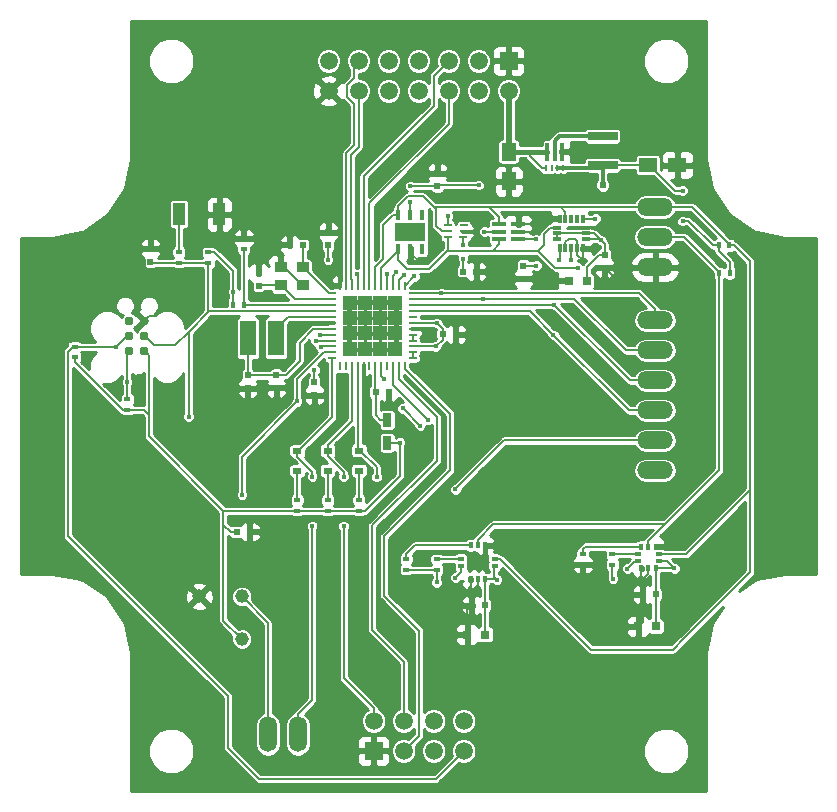
<source format=gbr>
G04 #@! TF.FileFunction,Copper,L1,Top,Signal*
%FSLAX46Y46*%
G04 Gerber Fmt 4.6, Leading zero omitted, Abs format (unit mm)*
G04 Created by KiCad (PCBNEW 4.0.4-stable) date 01/20/17 21:30:08*
%MOMM*%
%LPD*%
G01*
G04 APERTURE LIST*
%ADD10C,0.100000*%
%ADD11R,1.250000X1.500000*%
%ADD12R,1.500000X1.250000*%
%ADD13R,0.500000X0.600000*%
%ADD14R,0.600000X0.500000*%
%ADD15R,0.800000X0.750000*%
%ADD16R,2.500000X0.750000*%
%ADD17R,1.400000X3.000000*%
%ADD18R,0.400000X0.600000*%
%ADD19R,0.250000X0.600000*%
%ADD20O,0.250000X0.600000*%
%ADD21R,0.300000X1.500000*%
%ADD22R,0.700000X0.250000*%
%ADD23R,0.250000X0.700000*%
%ADD24R,1.287500X1.287500*%
%ADD25R,0.800000X0.250000*%
%ADD26R,0.650000X0.250000*%
%ADD27R,0.450000X0.850000*%
%ADD28R,2.500000X1.600000*%
%ADD29R,1.000000X0.950000*%
%ADD30R,0.350000X0.800000*%
%ADD31R,0.800000X0.350000*%
%ADD32R,1.300000X0.400000*%
%ADD33O,3.014980X1.506220*%
%ADD34R,0.800000X0.600000*%
%ADD35R,0.600000X0.400000*%
%ADD36R,1.498600X1.498600*%
%ADD37C,1.498600*%
%ADD38C,0.787400*%
%ADD39R,0.750000X1.200000*%
%ADD40R,0.550000X0.400000*%
%ADD41R,0.400000X0.550000*%
%ADD42R,1.000000X1.900000*%
%ADD43C,1.158000*%
%ADD44R,1.510000X1.510000*%
%ADD45C,1.510000*%
%ADD46O,1.510000X3.010000*%
%ADD47C,0.406400*%
%ADD48C,0.609600*%
%ADD49C,0.406400*%
%ADD50C,0.203200*%
%ADD51C,0.508000*%
%ADD52C,0.304800*%
%ADD53C,0.125000*%
%ADD54C,0.254000*%
G04 APERTURE END LIST*
D10*
D11*
X134620000Y-80080800D03*
X134620000Y-82580800D03*
D12*
X146400200Y-81203800D03*
X148900200Y-81203800D03*
D13*
X119329200Y-87976800D03*
X119329200Y-86876800D03*
D14*
X129040800Y-95529400D03*
X130140800Y-95529400D03*
X117186800Y-87960200D03*
X116086800Y-87960200D03*
D13*
X118160800Y-99576800D03*
X118160800Y-100676800D03*
D14*
X123351200Y-100431600D03*
X124451200Y-100431600D03*
D13*
X113461800Y-91431200D03*
X113461800Y-90331200D03*
X112522000Y-99018000D03*
X112522000Y-100118000D03*
X114935000Y-98967200D03*
X114935000Y-100067200D03*
D14*
X130768000Y-90220800D03*
X131868000Y-90220800D03*
D13*
X142748000Y-88781800D03*
X142748000Y-89881800D03*
D15*
X141212000Y-91008200D03*
X139712000Y-91008200D03*
D13*
X135864600Y-89721600D03*
X135864600Y-90821600D03*
X128574800Y-82998400D03*
X128574800Y-81898400D03*
D16*
X142570200Y-81209600D03*
X142570200Y-78759600D03*
D17*
X114935000Y-95859600D03*
X112535000Y-95859600D03*
D18*
X111310000Y-93014800D03*
X112210000Y-93014800D03*
D19*
X137752200Y-81432400D03*
D20*
X138252200Y-81432400D03*
D21*
X137902200Y-80082400D03*
X138502200Y-80082400D03*
X139102200Y-80082400D03*
D20*
X138752200Y-81432400D03*
X139252200Y-81432400D03*
D22*
X119681600Y-92064600D03*
X119681600Y-92564600D03*
X119681600Y-93064600D03*
X119681600Y-93564600D03*
X119681600Y-94064600D03*
X119681600Y-94564600D03*
X119681600Y-95064600D03*
X119681600Y-95564600D03*
X119681600Y-96064600D03*
X119681600Y-96564600D03*
X119681600Y-97064600D03*
X119681600Y-97564600D03*
D23*
X120331600Y-98214600D03*
X120831600Y-98214600D03*
X121331600Y-98214600D03*
X121831600Y-98214600D03*
X122331600Y-98214600D03*
X122831600Y-98214600D03*
X123331600Y-98214600D03*
X123831600Y-98214600D03*
X124331600Y-98214600D03*
X124831600Y-98214600D03*
X125331600Y-98214600D03*
X125831600Y-98214600D03*
D22*
X126481600Y-97564600D03*
X126481600Y-97064600D03*
X126481600Y-96564600D03*
X126481600Y-96064600D03*
X126481600Y-95564600D03*
X126481600Y-95064600D03*
X126481600Y-94564600D03*
X126481600Y-94064600D03*
X126481600Y-93564600D03*
X126481600Y-93064600D03*
X126481600Y-92564600D03*
X126481600Y-92064600D03*
D23*
X125831600Y-91414600D03*
X125331600Y-91414600D03*
X124831600Y-91414600D03*
X124331600Y-91414600D03*
X123831600Y-91414600D03*
X123331600Y-91414600D03*
X122831600Y-91414600D03*
X122331600Y-91414600D03*
X121831600Y-91414600D03*
X121331600Y-91414600D03*
X120831600Y-91414600D03*
X120331600Y-91414600D03*
D24*
X125012850Y-96745850D03*
X125012850Y-95458350D03*
X125012850Y-94170850D03*
X125012850Y-92883350D03*
X123725350Y-96745850D03*
X123725350Y-95458350D03*
X123725350Y-94170850D03*
X123725350Y-92883350D03*
X122437850Y-96745850D03*
X122437850Y-95458350D03*
X122437850Y-94170850D03*
X122437850Y-92883350D03*
X121150350Y-96745850D03*
X121150350Y-95458350D03*
X121150350Y-94170850D03*
X121150350Y-92883350D03*
D25*
X130751235Y-87320865D03*
D26*
X130826235Y-86820865D03*
X130826235Y-86320865D03*
X129476235Y-86320865D03*
X129476235Y-86820865D03*
X129476235Y-87320865D03*
D27*
X125290435Y-88294065D03*
X126290435Y-88294065D03*
X127290435Y-88294065D03*
X127290435Y-85394065D03*
X126290435Y-85394065D03*
X125290435Y-85394065D03*
D28*
X126290435Y-86844065D03*
D29*
X117180800Y-89852200D03*
X115330800Y-89852200D03*
X115330800Y-91402200D03*
X117180800Y-91402200D03*
D30*
X140930235Y-88248665D03*
X140430235Y-88248665D03*
X139930235Y-88248665D03*
X139430235Y-88248665D03*
X138930235Y-88248665D03*
D31*
X138680235Y-86498665D03*
X138680235Y-87498665D03*
X138680235Y-86998665D03*
D30*
X138930235Y-85748665D03*
X139430235Y-85748665D03*
X139930235Y-85748665D03*
X140430235Y-85748665D03*
X140930235Y-85748665D03*
D31*
X141180235Y-86498665D03*
X141180235Y-86998665D03*
X141180235Y-87498665D03*
D32*
X135421635Y-86846265D03*
X133821635Y-86846265D03*
X135421635Y-86196265D03*
X135421635Y-87496265D03*
X133821635Y-87496265D03*
X133821635Y-86196265D03*
D33*
X147015200Y-84759800D03*
X147015200Y-87299800D03*
X147015200Y-89839800D03*
X147015200Y-94361000D03*
X147015200Y-96901000D03*
X147015200Y-99441000D03*
X147015200Y-101981000D03*
X147015200Y-104521000D03*
X147015200Y-107061000D03*
D34*
X116713000Y-105398200D03*
X116713000Y-107098200D03*
X119303800Y-105372800D03*
X119303800Y-107072800D03*
X121945400Y-105372800D03*
X121945400Y-107072800D03*
D35*
X116713000Y-109582800D03*
X116713000Y-110482800D03*
X119303800Y-109582800D03*
X119303800Y-110482800D03*
X121945400Y-109582800D03*
X121945400Y-110482800D03*
D18*
X152407200Y-88011000D03*
X153307200Y-88011000D03*
X153332600Y-90347800D03*
X152432600Y-90347800D03*
D36*
X134620000Y-72390000D03*
D37*
X134620000Y-74930000D03*
X132080000Y-72390000D03*
X132080000Y-74930000D03*
X129540000Y-72390000D03*
X129540000Y-74930000D03*
X127000000Y-72390000D03*
X127000000Y-74930000D03*
X124460000Y-72390000D03*
X124460000Y-74930000D03*
X121920000Y-72390000D03*
X121920000Y-74930000D03*
X119380000Y-72390000D03*
X119380000Y-74930000D03*
D38*
X103784400Y-96926400D03*
X103784400Y-95656400D03*
X103784400Y-94386400D03*
X102514400Y-94386400D03*
X102514400Y-95656400D03*
X102514400Y-96926400D03*
D39*
X124333000Y-102809000D03*
X124333000Y-104709000D03*
D15*
X147079400Y-120269000D03*
X145579400Y-120269000D03*
D14*
X147057200Y-117551200D03*
X145957200Y-117551200D03*
X132604600Y-118465600D03*
X131504600Y-118465600D03*
D15*
X132626800Y-120954800D03*
X131126800Y-120954800D03*
D35*
X102336600Y-101048400D03*
X102336600Y-101948400D03*
X97866200Y-97478000D03*
X97866200Y-96578000D03*
X125933200Y-115461200D03*
X125933200Y-114561200D03*
X128549400Y-115454000D03*
X128549400Y-114554000D03*
X140893800Y-115029400D03*
X140893800Y-114129400D03*
X143408400Y-115029400D03*
X143408400Y-114129400D03*
D40*
X147376400Y-114727000D03*
X147376400Y-114127000D03*
D41*
X147056400Y-113507000D03*
X146456400Y-113507000D03*
X145856400Y-113507000D03*
D40*
X145536400Y-114127000D03*
X145536400Y-114727000D03*
D41*
X145856400Y-115347000D03*
X146456400Y-115347000D03*
X147056400Y-115347000D03*
D13*
X104292400Y-89373800D03*
X104292400Y-88273800D03*
D35*
X109194600Y-88577000D03*
X109194600Y-89477000D03*
X106705400Y-89477000D03*
X106705400Y-88577000D03*
D42*
X110107200Y-85369400D03*
X106707200Y-85369400D03*
D40*
X133428800Y-115133400D03*
X133428800Y-114533400D03*
D41*
X132603800Y-113408400D03*
X132003800Y-113408400D03*
X131403800Y-113408400D03*
D40*
X130578800Y-114533400D03*
X130578800Y-115133400D03*
D41*
X131403800Y-116258400D03*
X132003800Y-116258400D03*
X132603800Y-116258400D03*
D14*
X111591000Y-112268000D03*
X112691000Y-112268000D03*
D43*
X108422000Y-117729000D03*
X112014000Y-121321000D03*
X112014000Y-117729000D03*
D44*
X123190000Y-130810000D03*
D45*
X123190000Y-128270000D03*
X125730000Y-130810000D03*
X125730000Y-128270000D03*
X128270000Y-130810000D03*
X128270000Y-128270000D03*
X130810000Y-130810000D03*
X130810000Y-128270000D03*
D46*
X114223800Y-129413000D03*
X116763800Y-129413000D03*
D35*
X112191800Y-88308600D03*
X112191800Y-87408600D03*
D47*
X124714000Y-121031000D03*
X127863600Y-78079600D03*
X126365000Y-79502000D03*
X125145800Y-80721200D03*
X123444000Y-82423000D03*
X122478800Y-80619600D03*
X123494800Y-77495400D03*
X134848600Y-101447600D03*
X133197600Y-101447600D03*
X131419600Y-101447600D03*
X101396800Y-100025200D03*
X110185200Y-92456000D03*
X120497600Y-102641400D03*
X118160800Y-102666800D03*
X140893800Y-116992400D03*
X133527800Y-113436400D03*
X148285200Y-112903000D03*
X103327200Y-99085400D03*
X103428800Y-100558600D03*
X98958400Y-97561400D03*
X106248200Y-92456000D03*
X143891000Y-91008200D03*
X137134600Y-90881200D03*
X130479800Y-78587600D03*
X130429000Y-81026000D03*
X142417800Y-86487000D03*
X127076200Y-89433400D03*
X113741200Y-98196400D03*
X109448600Y-98247200D03*
X143459200Y-94056200D03*
X142036800Y-95453200D03*
X140690600Y-96697800D03*
X140919200Y-89281000D03*
X114604800Y-92430600D03*
X114935000Y-101396800D03*
X112522000Y-101396800D03*
X120319800Y-89230200D03*
X136677400Y-95605600D03*
X140131800Y-80162400D03*
X125012850Y-92883350D03*
X123725350Y-92883350D03*
X122437850Y-92883350D03*
X121150350Y-92883350D03*
X121150350Y-94170850D03*
X122437850Y-94170850D03*
X125012850Y-94170850D03*
X123725350Y-94170850D03*
X123725350Y-95458350D03*
X122437850Y-95458350D03*
X121150350Y-95458350D03*
X121150350Y-96745850D03*
X122437850Y-96745850D03*
X123725350Y-96745850D03*
X125012850Y-96745850D03*
X125012850Y-95458350D03*
X136983835Y-86541465D03*
X131802235Y-86846265D03*
X131394200Y-95554800D03*
X127711200Y-95681800D03*
X116763800Y-94945200D03*
X125415000Y-104709000D03*
X111302800Y-91922600D03*
X149352000Y-85953600D03*
X128524000Y-116535200D03*
X133629400Y-116306600D03*
X143459200Y-116230400D03*
X148640800Y-115341400D03*
X149352000Y-83362800D03*
X118160800Y-98552000D03*
X119329200Y-89230200D03*
X130760835Y-89128600D03*
X136956800Y-89712800D03*
X126288800Y-82981800D03*
X132080000Y-82905600D03*
X128529200Y-94564600D03*
X128458800Y-96564600D03*
D48*
X142570200Y-82905600D03*
D47*
X141960600Y-85750400D03*
X142417800Y-87553800D03*
X126290435Y-84306265D03*
X136958435Y-87506665D03*
X130760835Y-87989265D03*
X124333000Y-90424000D03*
X121818400Y-90424000D03*
X118668800Y-95554800D03*
X125755400Y-90474800D03*
X107518200Y-102514400D03*
X101371400Y-96570800D03*
X118287800Y-96088200D03*
X102311200Y-99568000D03*
X118694200Y-96570800D03*
X140462000Y-89890600D03*
X128905000Y-92049600D03*
X129489200Y-85521800D03*
X132486400Y-92557600D03*
X132564235Y-86846265D03*
X138404600Y-95580200D03*
X139928600Y-89255600D03*
X138479800Y-93064600D03*
X138912600Y-89281000D03*
X126644400Y-90627200D03*
X125120400Y-90297000D03*
X117983000Y-107594400D03*
X117983000Y-111760000D03*
X120650000Y-111760000D03*
X120650000Y-107594400D03*
X123444000Y-107619800D03*
X127787400Y-102768400D03*
X144678400Y-115366800D03*
X130098800Y-108661200D03*
X127127000Y-103276400D03*
X125653800Y-101803200D03*
X124079000Y-99339400D03*
X130098800Y-116128800D03*
X112039400Y-109118400D03*
X116713000Y-101219000D03*
D49*
X137902200Y-80082400D02*
X136423400Y-80082400D01*
X136423400Y-80082400D02*
X134621600Y-80082400D01*
D50*
X137752200Y-81432400D02*
X137424000Y-81432400D01*
X137424000Y-81432400D02*
X136423400Y-80431800D01*
X136423400Y-80431800D02*
X136423400Y-80082400D01*
X134621600Y-80082400D02*
X134620000Y-80080800D01*
D51*
X134620000Y-74930000D02*
X134620000Y-80080800D01*
D50*
X137900600Y-80080800D02*
X137902200Y-80082400D01*
X126365000Y-79502000D02*
X127787400Y-78079600D01*
X127787400Y-78079600D02*
X127863600Y-78079600D01*
X125145800Y-80721200D02*
X126365000Y-79502000D01*
X123444000Y-82423000D02*
X125145800Y-80721200D01*
X123494800Y-77495400D02*
X123494800Y-79603600D01*
X123494800Y-79603600D02*
X122478800Y-80619600D01*
X133197600Y-101447600D02*
X134848600Y-101447600D01*
X131419600Y-101447600D02*
X133197600Y-101447600D01*
X118160800Y-100676800D02*
X118160800Y-102666800D01*
X139719898Y-87426800D02*
X140211570Y-87426800D01*
X140211570Y-87426800D02*
X140430235Y-87645465D01*
X140430235Y-87645465D02*
X140430235Y-88248665D01*
X139430235Y-88248665D02*
X139430235Y-87716463D01*
X139430235Y-87716463D02*
X139719898Y-87426800D01*
X140893800Y-115029400D02*
X140893800Y-116992400D01*
X132603800Y-113408400D02*
X133499800Y-113408400D01*
X133499800Y-113408400D02*
X133527800Y-113436400D01*
X131126800Y-120954800D02*
X131126800Y-118843400D01*
X131126800Y-118843400D02*
X131504600Y-118465600D01*
X131403800Y-116258400D02*
X131403800Y-117398800D01*
X132003800Y-116736600D02*
X131403800Y-117336600D01*
X131403800Y-117398800D02*
X131403800Y-118364800D01*
X132003800Y-116258400D02*
X132003800Y-116736600D01*
X131403800Y-117336600D02*
X131403800Y-117398800D01*
X131403800Y-118364800D02*
X131504600Y-118465600D01*
X147056400Y-113507000D02*
X147681200Y-113507000D01*
X147681200Y-113507000D02*
X148285200Y-112903000D01*
X145957200Y-117551200D02*
X145957200Y-119891200D01*
X145957200Y-119891200D02*
X145579400Y-120269000D01*
X145856400Y-115347000D02*
X145856400Y-116535200D01*
X145856400Y-116535200D02*
X145856400Y-117450400D01*
X146456400Y-115347000D02*
X146456400Y-115825200D01*
X146456400Y-115825200D02*
X145856400Y-116425200D01*
X145856400Y-116425200D02*
X145856400Y-116535200D01*
X145856400Y-117450400D02*
X145957200Y-117551200D01*
X103428800Y-100558600D02*
X103428800Y-99187000D01*
X103428800Y-99187000D02*
X103327200Y-99085400D01*
X103784400Y-94386400D02*
X104178099Y-93992701D01*
X104178099Y-93992701D02*
X104641648Y-93992701D01*
X104641648Y-93992701D02*
X106178349Y-92456000D01*
X106178349Y-92456000D02*
X106248200Y-92456000D01*
X142748000Y-89881800D02*
X142764600Y-89881800D01*
X142764600Y-89881800D02*
X143891000Y-91008200D01*
X135864600Y-90821600D02*
X137075000Y-90821600D01*
X137075000Y-90821600D02*
X137134600Y-90881200D01*
X128574800Y-81898400D02*
X129556600Y-81898400D01*
X129556600Y-81898400D02*
X130429000Y-81026000D01*
X141180235Y-86498665D02*
X142406135Y-86498665D01*
X142406135Y-86498665D02*
X142417800Y-86487000D01*
X138930235Y-85748665D02*
X137776635Y-85748665D01*
X137776635Y-85748665D02*
X136983835Y-86541465D01*
X126290435Y-88294065D02*
X126290435Y-88647635D01*
X126290435Y-88647635D02*
X127076200Y-89433400D01*
X115330800Y-89852200D02*
X115605800Y-89852200D01*
X115605800Y-89852200D02*
X117155800Y-91402200D01*
X117155800Y-91402200D02*
X117180800Y-91402200D01*
X112522000Y-101396800D02*
X109448600Y-98323400D01*
X109448600Y-98323400D02*
X109448600Y-98247200D01*
X140930235Y-88248665D02*
X140930235Y-89269965D01*
X140930235Y-89269965D02*
X140919200Y-89281000D01*
X140430235Y-88248665D02*
X140430235Y-88792035D01*
X140430235Y-88792035D02*
X140919200Y-89281000D01*
X114935000Y-100067200D02*
X114935000Y-101396800D01*
X112522000Y-100118000D02*
X112522000Y-101396800D01*
X112522000Y-100118000D02*
X112538600Y-100118000D01*
X120331600Y-91414600D02*
X120331600Y-89242000D01*
X120331600Y-89242000D02*
X120319800Y-89230200D01*
X139102200Y-80082400D02*
X140051800Y-80082400D01*
X140051800Y-80082400D02*
X140131800Y-80162400D01*
X125012850Y-94170850D02*
X125012850Y-95458350D01*
X125012850Y-92883350D02*
X125012850Y-94170850D01*
X123725350Y-92883350D02*
X123725350Y-94170850D01*
X122437850Y-92883350D02*
X123725350Y-92883350D01*
X121150350Y-92883350D02*
X122437850Y-92883350D01*
X121150350Y-94170850D02*
X121150350Y-92883350D01*
X121150350Y-94170850D02*
X122437850Y-94170850D01*
X121150350Y-94170850D02*
X121150350Y-95458350D01*
X121150350Y-95458350D02*
X122437850Y-95458350D01*
X122437850Y-94170850D02*
X122437850Y-95458350D01*
X123725350Y-95458350D02*
X122437850Y-95458350D01*
X123725350Y-95458350D02*
X125012850Y-95458350D01*
X123725350Y-96745850D02*
X123725350Y-95458350D01*
X123725350Y-96745850D02*
X125012850Y-96745850D01*
X122437850Y-96745850D02*
X123725350Y-96745850D01*
X121150350Y-96745850D02*
X122437850Y-96745850D01*
X135421635Y-86196265D02*
X136638635Y-86196265D01*
X136638635Y-86196265D02*
X136983835Y-86541465D01*
X135421635Y-86846265D02*
X136679035Y-86846265D01*
X136679035Y-86846265D02*
X136983835Y-86541465D01*
X130826235Y-86820865D02*
X131776835Y-86820865D01*
X131776835Y-86820865D02*
X131802235Y-86846265D01*
X130140800Y-95529400D02*
X131368800Y-95529400D01*
X131368800Y-95529400D02*
X131394200Y-95554800D01*
X126481600Y-95064600D02*
X127094000Y-95064600D01*
X127094000Y-95064600D02*
X127711200Y-95681800D01*
X119681600Y-94564600D02*
X117144400Y-94564600D01*
X117144400Y-94564600D02*
X116763800Y-94945200D01*
X122448600Y-110482800D02*
X125415000Y-107516400D01*
X125415000Y-107516400D02*
X125415000Y-104709000D01*
X111310000Y-93014800D02*
X111310000Y-91929800D01*
X111310000Y-91929800D02*
X111302800Y-91922600D01*
X111302800Y-91922600D02*
X111302800Y-90182000D01*
X111302800Y-90182000D02*
X109697800Y-88577000D01*
X109697800Y-88577000D02*
X109194600Y-88577000D01*
X110467800Y-119774800D02*
X110467800Y-111633000D01*
X110467800Y-111633000D02*
X110467800Y-110482800D01*
X111591000Y-112268000D02*
X111087800Y-112268000D01*
X111087800Y-112268000D02*
X110467800Y-111648000D01*
X110467800Y-111648000D02*
X110467800Y-111633000D01*
X112014000Y-121321000D02*
X110467800Y-119774800D01*
X152407200Y-88011000D02*
X151892000Y-88011000D01*
X149352000Y-85953600D02*
X149834600Y-85953600D01*
X149834600Y-85953600D02*
X151892000Y-88011000D01*
X138680235Y-87498665D02*
X138680235Y-86998665D01*
X125933200Y-115461200D02*
X128542200Y-115461200D01*
X104165400Y-104180400D02*
X104165400Y-102336600D01*
X103777200Y-101948400D02*
X104165400Y-102336600D01*
X104165400Y-102336600D02*
X104165400Y-101523800D01*
X102336600Y-101948400D02*
X103777200Y-101948400D01*
X116713000Y-110482800D02*
X110467800Y-110482800D01*
X110467800Y-110482800D02*
X104165400Y-104180400D01*
X128549400Y-115454000D02*
X128549400Y-116509800D01*
X128549400Y-116509800D02*
X128524000Y-116535200D01*
X128542200Y-115461200D02*
X128549400Y-115454000D01*
X133403800Y-115133400D02*
X133403800Y-116081000D01*
X133403800Y-116081000D02*
X133629400Y-116306600D01*
X132603800Y-116258400D02*
X133581200Y-116258400D01*
X133581200Y-116258400D02*
X133629400Y-116306600D01*
X132604600Y-118465600D02*
X132604600Y-120932600D01*
X132604600Y-120932600D02*
X132626800Y-120954800D01*
X132603800Y-116258400D02*
X132603800Y-118464800D01*
X132603800Y-118464800D02*
X132604600Y-118465600D01*
X143408400Y-115029400D02*
X143408400Y-116179600D01*
X143408400Y-116179600D02*
X143459200Y-116230400D01*
X147376400Y-114727000D02*
X148026400Y-114727000D01*
X148026400Y-114727000D02*
X148640800Y-115341400D01*
X147056400Y-115347000D02*
X148635200Y-115347000D01*
X148635200Y-115347000D02*
X148640800Y-115341400D01*
X147057200Y-117551200D02*
X147057200Y-120246800D01*
X147057200Y-120246800D02*
X147079400Y-120269000D01*
X147056400Y-115347000D02*
X147056400Y-117550400D01*
X147056400Y-117550400D02*
X147057200Y-117551200D01*
X146525200Y-81203800D02*
X148684200Y-83362800D01*
X148684200Y-83362800D02*
X149352000Y-83362800D01*
X152407200Y-88011000D02*
X152407200Y-88514200D01*
X152407200Y-88514200D02*
X153332600Y-89439600D01*
X153332600Y-89439600D02*
X153332600Y-90347800D01*
X97866200Y-97478000D02*
X97866200Y-97881200D01*
X97866200Y-97881200D02*
X101933400Y-101948400D01*
X101933400Y-101948400D02*
X102336600Y-101948400D01*
X125415000Y-104709000D02*
X124333000Y-104709000D01*
X146400200Y-81203800D02*
X146525200Y-81203800D01*
X142570200Y-81209600D02*
X146394400Y-81209600D01*
X146394400Y-81209600D02*
X146400200Y-81203800D01*
X118160800Y-98552000D02*
X118160800Y-99576800D01*
X119329200Y-89230200D02*
X119329200Y-87976800D01*
X142748000Y-88781800D02*
X142748000Y-87884000D01*
X142748000Y-87884000D02*
X142417800Y-87553800D01*
X141212000Y-91008200D02*
X141212000Y-89864600D01*
X141212000Y-89864600D02*
X142294800Y-88781800D01*
X142294800Y-88781800D02*
X142748000Y-88781800D01*
X130760835Y-89128600D02*
X130760835Y-90213635D01*
X130760835Y-90213635D02*
X130768000Y-90220800D01*
X136956800Y-89712800D02*
X135873400Y-89712800D01*
X135873400Y-89712800D02*
X135864600Y-89721600D01*
X153307200Y-90322400D02*
X153332600Y-90347800D01*
X116713000Y-110482800D02*
X119303800Y-110482800D01*
X121945400Y-110482800D02*
X119303800Y-110482800D01*
X121945400Y-110482800D02*
X122448600Y-110482800D01*
X116738400Y-110508200D02*
X116713000Y-110482800D01*
X119372800Y-110577200D02*
X119303800Y-110508200D01*
X122045400Y-110577200D02*
X121945400Y-110577200D01*
X126288800Y-82981800D02*
X128558200Y-82981800D01*
X128558200Y-82981800D02*
X128574800Y-82998400D01*
X132080000Y-82905600D02*
X128667600Y-82905600D01*
X128667600Y-82905600D02*
X128574800Y-82998400D01*
X103784400Y-96926400D02*
X104178099Y-97320099D01*
X104178099Y-97320099D02*
X104178099Y-101511101D01*
X104178099Y-101511101D02*
X104165400Y-101523800D01*
D52*
X142570200Y-81209600D02*
X142570200Y-82905600D01*
X139252200Y-81432400D02*
X142347400Y-81432400D01*
X142347400Y-81432400D02*
X142570200Y-81209600D01*
D50*
X140930235Y-85748665D02*
X141958865Y-85748665D01*
X141958865Y-85748665D02*
X141960600Y-85750400D01*
X141180235Y-86998665D02*
X141862665Y-86998665D01*
X141862665Y-86998665D02*
X142417800Y-87553800D01*
X141180235Y-87498665D02*
X142362665Y-87498665D01*
X142362665Y-87498665D02*
X142417800Y-87553800D01*
X146191200Y-81209600D02*
X146197000Y-81203800D01*
D52*
X138752200Y-81432400D02*
X139252200Y-81432400D01*
D50*
X126290435Y-85394065D02*
X126290435Y-84306265D01*
X141180235Y-86998665D02*
X140577035Y-86998665D01*
X140577035Y-86998665D02*
X138680235Y-86998665D01*
X135421635Y-87496265D02*
X136948035Y-87496265D01*
X136948035Y-87496265D02*
X136958435Y-87506665D01*
X130751235Y-87320865D02*
X130751235Y-87979665D01*
X130751235Y-87979665D02*
X130760835Y-87989265D01*
X124331600Y-91414600D02*
X124331600Y-90425400D01*
X124331600Y-90425400D02*
X124333000Y-90424000D01*
X121831600Y-91414600D02*
X121831600Y-90437200D01*
X121831600Y-90437200D02*
X121818400Y-90424000D01*
X126481600Y-94564600D02*
X128529200Y-94564600D01*
X128529200Y-94564600D02*
X129040800Y-95076200D01*
X129040800Y-95076200D02*
X129040800Y-95529400D01*
X126481600Y-96564600D02*
X128458800Y-96564600D01*
X128458800Y-96564600D02*
X129040800Y-95982600D01*
X129040800Y-95982600D02*
X129040800Y-95529400D01*
X119681600Y-95564600D02*
X118678600Y-95564600D01*
X118678600Y-95564600D02*
X118668800Y-95554800D01*
X117180800Y-89852200D02*
X117205800Y-89852200D01*
X117205800Y-89852200D02*
X119418200Y-92064600D01*
X119418200Y-92064600D02*
X119681600Y-92064600D01*
X117180800Y-89852200D02*
X117365600Y-89852200D01*
X117186800Y-87960200D02*
X117186800Y-89846200D01*
X115330800Y-91402200D02*
X115355800Y-91402200D01*
X115355800Y-91402200D02*
X116518200Y-92564600D01*
X116518200Y-92564600D02*
X116950000Y-92564600D01*
X119681600Y-92564600D02*
X116950000Y-92564600D01*
X115330800Y-91402200D02*
X113490800Y-91402200D01*
D52*
X138502200Y-80082400D02*
X138502200Y-79129200D01*
X141117000Y-78759600D02*
X142570200Y-78759600D01*
X138502200Y-79129200D02*
X138871800Y-78759600D01*
X138871800Y-78759600D02*
X141117000Y-78759600D01*
D50*
X112210000Y-93014800D02*
X112210000Y-88326800D01*
X112210000Y-88326800D02*
X112191800Y-88308600D01*
X119681600Y-93064600D02*
X112259800Y-93064600D01*
X112259800Y-93064600D02*
X112210000Y-93014800D01*
X119680600Y-93065600D02*
X119681600Y-93064600D01*
X122331600Y-91414600D02*
X122331600Y-82138400D01*
X122331600Y-82138400D02*
X128270000Y-76200000D01*
X128270000Y-73660000D02*
X128270000Y-76200000D01*
X129540000Y-72390000D02*
X128270000Y-73660000D01*
X129540000Y-74930000D02*
X129540000Y-77749400D01*
X129540000Y-77749400D02*
X122831600Y-84457800D01*
X122831600Y-84457800D02*
X122831600Y-91414600D01*
X125331600Y-91414600D02*
X125331600Y-90898600D01*
X125331600Y-90898600D02*
X125755400Y-90474800D01*
X120916699Y-74448415D02*
X121536800Y-73828314D01*
X120831600Y-91414600D02*
X120831600Y-90889600D01*
X121536800Y-73828314D02*
X121536800Y-72773200D01*
X120831600Y-90889600D02*
X120890000Y-90831200D01*
X120890000Y-90831200D02*
X120890000Y-80158864D01*
X120890000Y-80158864D02*
X121536800Y-79512064D01*
X121536800Y-79512064D02*
X121536800Y-76031686D01*
X121536800Y-76031686D02*
X120916699Y-75411585D01*
X121536800Y-72773200D02*
X121920000Y-72390000D01*
X120916699Y-75411585D02*
X120916699Y-74448415D01*
D53*
X121615000Y-72695000D02*
X121920000Y-72390000D01*
D50*
X121920000Y-75313200D02*
X121920000Y-74930000D01*
X121273200Y-80362238D02*
X121920000Y-79715438D01*
X121920000Y-79715438D02*
X121920000Y-75313200D01*
X121331600Y-91414600D02*
X121331600Y-90889600D01*
X121331600Y-90889600D02*
X121273200Y-90831200D01*
X121273200Y-90831200D02*
X121273200Y-80362238D01*
D53*
X121920000Y-75235000D02*
X121920000Y-74930000D01*
D50*
X107518200Y-95325948D02*
X107518200Y-102514400D01*
X107518200Y-95325948D02*
X106381297Y-96462851D01*
X109249947Y-93594201D02*
X107518200Y-95325948D01*
X106705400Y-89477000D02*
X104395600Y-89477000D01*
X104395600Y-89477000D02*
X104292400Y-89373800D01*
X106705400Y-89477000D02*
X109194600Y-89477000D01*
X109194600Y-89477000D02*
X109194600Y-93538854D01*
X109194600Y-93538854D02*
X109249947Y-93594201D01*
X109249947Y-93594201D02*
X109245400Y-93589654D01*
X118271400Y-93564600D02*
X118241799Y-93594201D01*
X104590851Y-96462851D02*
X104178099Y-96050099D01*
X118241799Y-93594201D02*
X109249947Y-93594201D01*
X106381297Y-96462851D02*
X104590851Y-96462851D01*
X104178099Y-96050099D02*
X103784400Y-95656400D01*
X119681600Y-93564600D02*
X118271400Y-93564600D01*
X97312199Y-109753400D02*
X97312199Y-112628399D01*
X97312199Y-112628399D02*
X110871000Y-126187200D01*
X128447800Y-133172200D02*
X130810000Y-130810000D01*
X110871000Y-126187200D02*
X110871000Y-130581400D01*
X110871000Y-130581400D02*
X113461800Y-133172200D01*
X113461800Y-133172200D02*
X128447800Y-133172200D01*
X97312199Y-109753400D02*
X97312199Y-109935999D01*
X97312199Y-97032001D02*
X97312199Y-109753400D01*
X97866200Y-96578000D02*
X97766200Y-96578000D01*
X97766200Y-96578000D02*
X97312199Y-97032001D01*
X97866200Y-96578000D02*
X101364200Y-96578000D01*
X101364200Y-96578000D02*
X101371400Y-96570800D01*
X102514400Y-95656400D02*
X102285800Y-95656400D01*
X102285800Y-95656400D02*
X101371400Y-96570800D01*
X119681600Y-96064600D02*
X118311400Y-96064600D01*
X118311400Y-96064600D02*
X118287800Y-96088200D01*
X102311200Y-99568000D02*
X102311200Y-101023000D01*
X102311200Y-101023000D02*
X102336600Y-101048400D01*
X102311200Y-99568000D02*
X102311200Y-97129600D01*
X102311200Y-97129600D02*
X102514400Y-96926400D01*
X119681600Y-96564600D02*
X118700400Y-96564600D01*
X118700400Y-96564600D02*
X118694200Y-96570800D01*
X126481600Y-97064600D02*
X126481600Y-97564600D01*
X126481600Y-95564600D02*
X126481600Y-96064600D01*
X152432600Y-106857800D02*
X152432600Y-90347800D01*
X147015200Y-87299800D02*
X149484600Y-87299800D01*
X149484600Y-87299800D02*
X152432600Y-90247800D01*
X152432600Y-90247800D02*
X152432600Y-90347800D01*
X147853400Y-111631800D02*
X152432600Y-107052600D01*
X146456400Y-113028800D02*
X147853400Y-111631800D01*
X132003800Y-112930200D02*
X132003800Y-113408400D01*
X147853400Y-111631800D02*
X133302200Y-111631800D01*
X133302200Y-111631800D02*
X132003800Y-112930200D01*
X146456400Y-113507000D02*
X146456400Y-113028800D01*
X138575068Y-89890600D02*
X140462000Y-89890600D01*
X126009400Y-89966800D02*
X127914400Y-89966800D01*
X125290435Y-88294065D02*
X125290435Y-89247835D01*
X125290435Y-89247835D02*
X126009400Y-89966800D01*
X123831600Y-91414600D02*
X123831600Y-89952900D01*
X123831600Y-89952900D02*
X125290435Y-88494065D01*
X125290435Y-88494065D02*
X125290435Y-88294065D01*
X138575068Y-89890600D02*
X137130934Y-88446466D01*
X129434734Y-88446466D02*
X133248400Y-88446466D01*
X133248400Y-88446466D02*
X137130934Y-88446466D01*
X133821635Y-87496265D02*
X133821635Y-87899465D01*
X133821635Y-87899465D02*
X133274634Y-88446466D01*
X133274634Y-88446466D02*
X133248400Y-88446466D01*
X129476235Y-87320865D02*
X129476235Y-88404965D01*
X129476235Y-88404965D02*
X129434734Y-88446466D01*
X127914400Y-89966800D02*
X129434734Y-88446466D01*
X137130934Y-88446466D02*
X137591800Y-87985600D01*
X137591800Y-87985600D02*
X137591800Y-87054898D01*
X137591800Y-87054898D02*
X138148033Y-86498665D01*
X138148033Y-86498665D02*
X138680235Y-86498665D01*
X129276235Y-87320865D02*
X129476235Y-87320865D01*
X152432600Y-107052600D02*
X152432600Y-106857800D01*
X153307200Y-88011000D02*
X153710400Y-88011000D01*
X150156000Y-84759800D02*
X153307200Y-87911000D01*
X153307200Y-87911000D02*
X153307200Y-88011000D01*
X153710400Y-88011000D02*
X155067000Y-89367600D01*
X155067000Y-108712000D02*
X155067000Y-115697000D01*
X155067000Y-108712000D02*
X149652000Y-114127000D01*
X155067000Y-89367600D02*
X155067000Y-108712000D01*
X155067000Y-115697000D02*
X149504400Y-121259600D01*
X148539200Y-122224800D02*
X149504400Y-121259600D01*
X149652000Y-121112000D02*
X149504400Y-121259600D01*
X141573400Y-122224800D02*
X148539200Y-122224800D01*
X133403800Y-114533400D02*
X133882000Y-114533400D01*
X133882000Y-114533400D02*
X141573400Y-122224800D01*
X149652000Y-114127000D02*
X147376400Y-114127000D01*
X147015200Y-84759800D02*
X150156000Y-84759800D01*
X139044570Y-84759800D02*
X144907000Y-84759800D01*
X144907000Y-84759800D02*
X147015200Y-84759800D01*
X127359264Y-83849064D02*
X128270000Y-84759800D01*
X128270000Y-84759800D02*
X132969000Y-84759800D01*
X132969000Y-84759800D02*
X139044570Y-84759800D01*
X133821635Y-86196265D02*
X133821635Y-85612435D01*
X133821635Y-85612435D02*
X132969000Y-84759800D01*
X128474835Y-86347665D02*
X128474835Y-84964635D01*
X128474835Y-84964635D02*
X128270000Y-84759800D01*
X125290435Y-85394065D02*
X125290435Y-84629607D01*
X125290435Y-84629607D02*
X126070978Y-83849064D01*
X126070978Y-83849064D02*
X127359264Y-83849064D01*
X139044570Y-84759800D02*
X139430235Y-85145465D01*
X139430235Y-85145465D02*
X139430235Y-85748665D01*
X123977400Y-89154000D02*
X123977400Y-86278900D01*
X123977400Y-86278900D02*
X124862235Y-85394065D01*
X124862235Y-85394065D02*
X125290435Y-85394065D01*
X123331600Y-89799800D02*
X123977400Y-89154000D01*
X123331600Y-91414600D02*
X123331600Y-89799800D01*
X129476235Y-86820865D02*
X128948035Y-86820865D01*
X128948035Y-86820865D02*
X128474835Y-86347665D01*
X123351200Y-100431600D02*
X123351200Y-102405400D01*
X123351200Y-102405400D02*
X123754800Y-102809000D01*
X123754800Y-102809000D02*
X124333000Y-102809000D01*
X123331600Y-98214600D02*
X123331600Y-100412000D01*
X123331600Y-100412000D02*
X123351200Y-100431600D01*
X119681600Y-95064600D02*
X118092200Y-95064600D01*
X118092200Y-95064600D02*
X116916200Y-96240600D01*
X116916200Y-96240600D02*
X116916200Y-97815400D01*
X116916200Y-97815400D02*
X115764400Y-98967200D01*
X115764400Y-98967200D02*
X114935000Y-98967200D01*
X112522000Y-99018000D02*
X114884200Y-99018000D01*
X114884200Y-99018000D02*
X114935000Y-98967200D01*
X112535000Y-95859600D02*
X112535000Y-99005000D01*
X112535000Y-99005000D02*
X112522000Y-99018000D01*
X119681600Y-94064600D02*
X115930000Y-94064600D01*
X115930000Y-94064600D02*
X114935000Y-95059600D01*
X114935000Y-95059600D02*
X114935000Y-95859600D01*
X128905000Y-92049600D02*
X145660110Y-92049600D01*
X145660110Y-92049600D02*
X147015200Y-93404690D01*
X147015200Y-93404690D02*
X147015200Y-94361000D01*
X128905000Y-92049600D02*
X126496600Y-92049600D01*
X126496600Y-92049600D02*
X126481600Y-92064600D01*
X129476235Y-86320865D02*
X129476235Y-85534765D01*
X129476235Y-85534765D02*
X129489200Y-85521800D01*
X132486400Y-92557600D02*
X138649458Y-92557600D01*
X138649458Y-92557600D02*
X138656458Y-92564600D01*
X138656458Y-92564600D02*
X140189600Y-92564600D01*
X140189600Y-92564600D02*
X144526000Y-96901000D01*
X144526000Y-96901000D02*
X147015200Y-96901000D01*
X132486400Y-92557600D02*
X126488600Y-92557600D01*
X126488600Y-92557600D02*
X126481600Y-92564600D01*
X133821635Y-86846265D02*
X132564235Y-86846265D01*
X136389000Y-93564600D02*
X138404600Y-95580200D01*
X138404600Y-95580200D02*
X144805400Y-101981000D01*
X144805400Y-101981000D02*
X147015200Y-101981000D01*
X139930235Y-88248665D02*
X139930235Y-89253965D01*
X139930235Y-89253965D02*
X139928600Y-89255600D01*
X126481600Y-93564600D02*
X136389000Y-93564600D01*
X144856200Y-99441000D02*
X147015200Y-99441000D01*
X138930235Y-88248665D02*
X138930235Y-89263365D01*
X138930235Y-89263365D02*
X138912600Y-89281000D01*
X138479800Y-93064600D02*
X144856200Y-99441000D01*
X126481600Y-93064600D02*
X138479800Y-93064600D01*
X126644400Y-90627200D02*
X126619000Y-90627200D01*
X126619000Y-90627200D02*
X125831600Y-91414600D01*
X124831600Y-91414600D02*
X124831600Y-90585800D01*
X124831600Y-90585800D02*
X125120400Y-90297000D01*
X117983000Y-122955000D02*
X117983000Y-122707400D01*
X117983000Y-122707400D02*
X117983000Y-112047368D01*
X116763800Y-129413000D02*
X116763800Y-127704800D01*
X116763800Y-127704800D02*
X117983000Y-126485600D01*
X117983000Y-126485600D02*
X117983000Y-122707400D01*
X117983000Y-112047368D02*
X117983000Y-111760000D01*
X116713000Y-105398200D02*
X116713000Y-105901400D01*
X116713000Y-105901400D02*
X117983000Y-107171400D01*
X117983000Y-107171400D02*
X117983000Y-107594400D01*
X119681600Y-97564600D02*
X119681600Y-102529600D01*
X119681600Y-102529600D02*
X116813000Y-105398200D01*
X116813000Y-105398200D02*
X116713000Y-105398200D01*
X119681600Y-97564600D02*
X119456600Y-97564600D01*
X116713000Y-109582800D02*
X116713000Y-107098200D01*
X120650000Y-111760000D02*
X120650000Y-120523000D01*
X120650000Y-120523000D02*
X120650000Y-120650000D01*
X123190000Y-128270000D02*
X123190000Y-127202269D01*
X120650000Y-124662269D02*
X120650000Y-120523000D01*
X123190000Y-127202269D02*
X120650000Y-124662269D01*
X119303800Y-105372800D02*
X119303800Y-105876000D01*
X119303800Y-105876000D02*
X120650000Y-107222200D01*
X120650000Y-107222200D02*
X120650000Y-107594400D01*
X119303800Y-105372800D02*
X119303800Y-104869600D01*
X119303800Y-104869600D02*
X121331600Y-102841800D01*
X121331600Y-102841800D02*
X121331600Y-98767800D01*
X121331600Y-98767800D02*
X121331600Y-98214600D01*
X119303800Y-109582800D02*
X119303800Y-107072800D01*
X119303800Y-107072800D02*
X119303800Y-107576000D01*
X121945400Y-105372800D02*
X122045400Y-105372800D01*
X122045400Y-105372800D02*
X123444000Y-106771400D01*
X123444000Y-106771400D02*
X123444000Y-107619800D01*
X121831600Y-98214600D02*
X121831600Y-105259000D01*
X121831600Y-105259000D02*
X121945400Y-105372800D01*
X121945400Y-109582800D02*
X121945400Y-109179600D01*
X121945400Y-109179600D02*
X121945400Y-107072800D01*
X125831600Y-98214600D02*
X125831600Y-98439600D01*
X129667000Y-102275000D02*
X129667000Y-107061000D01*
X125831600Y-98439600D02*
X129667000Y-102275000D01*
X129667000Y-107061000D02*
X124079000Y-112649000D01*
X124079000Y-112649000D02*
X124079000Y-117678200D01*
X124079000Y-117678200D02*
X127025400Y-120624600D01*
X127025400Y-120624600D02*
X127025400Y-129514600D01*
X127025400Y-129514600D02*
X125730000Y-130810000D01*
X125331600Y-98214600D02*
X125331600Y-99347400D01*
X125331600Y-99347400D02*
X128549400Y-102565200D01*
X128549400Y-102565200D02*
X128549400Y-106222800D01*
X123063000Y-120573800D02*
X125730000Y-123240800D01*
X128549400Y-106222800D02*
X123063000Y-111709200D01*
X123063000Y-111709200D02*
X123063000Y-120573800D01*
X125730000Y-123240800D02*
X125730000Y-128270000D01*
X131403800Y-113408400D02*
X126682800Y-113408400D01*
X126682800Y-113408400D02*
X125933200Y-114158000D01*
X125933200Y-114158000D02*
X125933200Y-114561200D01*
X130578800Y-114533400D02*
X128570000Y-114533400D01*
X128570000Y-114533400D02*
X128549400Y-114554000D01*
X130583200Y-114554000D02*
X130603800Y-114533400D01*
X140843000Y-114180200D02*
X140893800Y-114129400D01*
X145856400Y-113507000D02*
X141113000Y-113507000D01*
X141113000Y-113507000D02*
X140893800Y-113726200D01*
X140893800Y-113726200D02*
X140893800Y-114129400D01*
X145536400Y-114127000D02*
X143410800Y-114127000D01*
X143410800Y-114127000D02*
X143408400Y-114129400D01*
X124831600Y-98214600D02*
X124831600Y-99804798D01*
X124831600Y-99804798D02*
X127787400Y-102760598D01*
X127787400Y-102760598D02*
X127787400Y-102768400D01*
X145536400Y-114727000D02*
X145318200Y-114727000D01*
X145318200Y-114727000D02*
X144678400Y-115366800D01*
X130098800Y-108661200D02*
X134239000Y-104521000D01*
X134239000Y-104521000D02*
X147015200Y-104521000D01*
X127127000Y-103276400D02*
X125653800Y-101803200D01*
X123831600Y-98214600D02*
X123831600Y-99092000D01*
X123831600Y-99092000D02*
X124079000Y-99339400D01*
X130603800Y-115133400D02*
X130603800Y-115623800D01*
X130603800Y-115623800D02*
X130098800Y-116128800D01*
X106707200Y-85369400D02*
X106707200Y-88575200D01*
X106707200Y-88575200D02*
X106705400Y-88577000D01*
X114223800Y-129413000D02*
X114223800Y-119938800D01*
X114223800Y-119938800D02*
X112014000Y-117729000D01*
X112039400Y-109118400D02*
X112039400Y-105892600D01*
X112039400Y-105892600D02*
X116713000Y-101219000D01*
X119681600Y-97064600D02*
X118971542Y-97064600D01*
X118971542Y-97064600D02*
X116713000Y-99323142D01*
X116713000Y-99323142D02*
X116713000Y-101219000D01*
D54*
G36*
X151359800Y-80645000D02*
X151367586Y-80684143D01*
X151367586Y-80724051D01*
X151850951Y-83154090D01*
X151850951Y-83154091D01*
X151868955Y-83197557D01*
X151911453Y-83300156D01*
X151911454Y-83300157D01*
X153287961Y-85360245D01*
X153399755Y-85472039D01*
X155459842Y-86848546D01*
X155459843Y-86848547D01*
X155605909Y-86909049D01*
X158035949Y-87392414D01*
X158075857Y-87392414D01*
X158115000Y-87400200D01*
X160630800Y-87400200D01*
X160630800Y-115799800D01*
X158115000Y-115799800D01*
X158075857Y-115807586D01*
X158035949Y-115807586D01*
X155605909Y-116290951D01*
X155459843Y-116351453D01*
X154143956Y-117230702D01*
X155372326Y-116002331D01*
X155372329Y-116002329D01*
X155465931Y-115862243D01*
X155498800Y-115697000D01*
X155498800Y-89367600D01*
X155465931Y-89202357D01*
X155372329Y-89062271D01*
X154015729Y-87705671D01*
X153875643Y-87612069D01*
X153823294Y-87601656D01*
X153820844Y-87588635D01*
X153748527Y-87476251D01*
X153638183Y-87400856D01*
X153507200Y-87374331D01*
X153381189Y-87374331D01*
X150461329Y-84454471D01*
X150408841Y-84419400D01*
X150321243Y-84360869D01*
X150156000Y-84328000D01*
X148794914Y-84328000D01*
X148571598Y-83993784D01*
X148220147Y-83758952D01*
X147805582Y-83676490D01*
X146224818Y-83676490D01*
X145810253Y-83758952D01*
X145458802Y-83993784D01*
X145235486Y-84328000D01*
X128448858Y-84328000D01*
X127664593Y-83543735D01*
X127641108Y-83528043D01*
X127524507Y-83450133D01*
X127359264Y-83417264D01*
X126607576Y-83417264D01*
X126611246Y-83413600D01*
X128009808Y-83413600D01*
X128011156Y-83420765D01*
X128083473Y-83533149D01*
X128193817Y-83608544D01*
X128324800Y-83635069D01*
X128824800Y-83635069D01*
X128947165Y-83612044D01*
X129059549Y-83539727D01*
X129134944Y-83429383D01*
X129153571Y-83337400D01*
X131757363Y-83337400D01*
X131777459Y-83357531D01*
X131973435Y-83438907D01*
X132185634Y-83439092D01*
X132381752Y-83358058D01*
X132531931Y-83208141D01*
X132613307Y-83012165D01*
X132613433Y-82866550D01*
X133360000Y-82866550D01*
X133360000Y-83457109D01*
X133456673Y-83690498D01*
X133635301Y-83869127D01*
X133868690Y-83965800D01*
X134334250Y-83965800D01*
X134493000Y-83807050D01*
X134493000Y-82707800D01*
X134747000Y-82707800D01*
X134747000Y-83807050D01*
X134905750Y-83965800D01*
X135371310Y-83965800D01*
X135604699Y-83869127D01*
X135783327Y-83690498D01*
X135880000Y-83457109D01*
X135880000Y-82866550D01*
X135721250Y-82707800D01*
X134747000Y-82707800D01*
X134493000Y-82707800D01*
X133518750Y-82707800D01*
X133360000Y-82866550D01*
X132613433Y-82866550D01*
X132613492Y-82799966D01*
X132532458Y-82603848D01*
X132382541Y-82453669D01*
X132186565Y-82372293D01*
X131974366Y-82372108D01*
X131778248Y-82453142D01*
X131757554Y-82473800D01*
X129398044Y-82473800D01*
X129459800Y-82324709D01*
X129459800Y-82184150D01*
X129301050Y-82025400D01*
X128699800Y-82025400D01*
X128699800Y-82045400D01*
X128449800Y-82045400D01*
X128449800Y-82025400D01*
X127848550Y-82025400D01*
X127689800Y-82184150D01*
X127689800Y-82324709D01*
X127783119Y-82550000D01*
X126611437Y-82550000D01*
X126591341Y-82529869D01*
X126395365Y-82448493D01*
X126183166Y-82448308D01*
X125987048Y-82529342D01*
X125836869Y-82679259D01*
X125755493Y-82875235D01*
X125755308Y-83087434D01*
X125836342Y-83283552D01*
X125986259Y-83433731D01*
X125986885Y-83433991D01*
X125905735Y-83450133D01*
X125765649Y-83543735D01*
X125765647Y-83543738D01*
X124985106Y-84324278D01*
X124891504Y-84464364D01*
X124858635Y-84629607D01*
X124858635Y-84709753D01*
X124830686Y-84727738D01*
X124755291Y-84838082D01*
X124728766Y-84969065D01*
X124728766Y-84988813D01*
X124696993Y-84995133D01*
X124696991Y-84995134D01*
X124696992Y-84995134D01*
X124556906Y-85088736D01*
X124556904Y-85088739D01*
X123672071Y-85973571D01*
X123578469Y-86113657D01*
X123545600Y-86278900D01*
X123545600Y-88975142D01*
X123263400Y-89257342D01*
X123263400Y-84636658D01*
X126427967Y-81472091D01*
X127689800Y-81472091D01*
X127689800Y-81612650D01*
X127848550Y-81771400D01*
X128449800Y-81771400D01*
X128449800Y-81122150D01*
X128699800Y-81122150D01*
X128699800Y-81771400D01*
X129301050Y-81771400D01*
X129367959Y-81704491D01*
X133360000Y-81704491D01*
X133360000Y-82295050D01*
X133518750Y-82453800D01*
X134493000Y-82453800D01*
X134493000Y-81354550D01*
X134747000Y-81354550D01*
X134747000Y-82453800D01*
X135721250Y-82453800D01*
X135880000Y-82295050D01*
X135880000Y-81704491D01*
X135783327Y-81471102D01*
X135604699Y-81292473D01*
X135371310Y-81195800D01*
X134905750Y-81195800D01*
X134747000Y-81354550D01*
X134493000Y-81354550D01*
X134334250Y-81195800D01*
X133868690Y-81195800D01*
X133635301Y-81292473D01*
X133456673Y-81471102D01*
X133360000Y-81704491D01*
X129367959Y-81704491D01*
X129459800Y-81612650D01*
X129459800Y-81472091D01*
X129363127Y-81238702D01*
X129184499Y-81060073D01*
X128951110Y-80963400D01*
X128858550Y-80963400D01*
X128699800Y-81122150D01*
X128449800Y-81122150D01*
X128291050Y-80963400D01*
X128198490Y-80963400D01*
X127965101Y-81060073D01*
X127786473Y-81238702D01*
X127689800Y-81472091D01*
X126427967Y-81472091D01*
X129845329Y-78054729D01*
X129938931Y-77914643D01*
X129971800Y-77749400D01*
X129971800Y-75919605D01*
X130150689Y-75845689D01*
X130454622Y-75542286D01*
X130619313Y-75145668D01*
X130619314Y-75143784D01*
X131000313Y-75143784D01*
X131164311Y-75540689D01*
X131467714Y-75844622D01*
X131864332Y-76009313D01*
X132293784Y-76009687D01*
X132690689Y-75845689D01*
X132994622Y-75542286D01*
X133159313Y-75145668D01*
X133159314Y-75143784D01*
X133540313Y-75143784D01*
X133704311Y-75540689D01*
X134007714Y-75844622D01*
X134035800Y-75856284D01*
X134035800Y-78994131D01*
X133995000Y-78994131D01*
X133872635Y-79017156D01*
X133760251Y-79089473D01*
X133684856Y-79199817D01*
X133658331Y-79330800D01*
X133658331Y-80830800D01*
X133681356Y-80953165D01*
X133753673Y-81065549D01*
X133864017Y-81140944D01*
X133995000Y-81167469D01*
X135245000Y-81167469D01*
X135367365Y-81144444D01*
X135479749Y-81072127D01*
X135555144Y-80961783D01*
X135581669Y-80830800D01*
X135581669Y-80615800D01*
X136037002Y-80615800D01*
X136109333Y-80724051D01*
X136118071Y-80737129D01*
X137118671Y-81737729D01*
X137258757Y-81831331D01*
X137311106Y-81841744D01*
X137313556Y-81854765D01*
X137385873Y-81967149D01*
X137496217Y-82042544D01*
X137627200Y-82069069D01*
X137877200Y-82069069D01*
X137999565Y-82046044D01*
X138043905Y-82017512D01*
X138078003Y-82040296D01*
X138252200Y-82074946D01*
X138426397Y-82040296D01*
X138502200Y-81989646D01*
X138578003Y-82040296D01*
X138752200Y-82074946D01*
X138926397Y-82040296D01*
X139002200Y-81989646D01*
X139078003Y-82040296D01*
X139252200Y-82074946D01*
X139426397Y-82040296D01*
X139574075Y-81941621D01*
X139591863Y-81915000D01*
X141289243Y-81915000D01*
X141320200Y-81921269D01*
X142087600Y-81921269D01*
X142087600Y-82490116D01*
X142032187Y-82545432D01*
X141935311Y-82778737D01*
X141935090Y-83031355D01*
X142031560Y-83264828D01*
X142210032Y-83443613D01*
X142443337Y-83540489D01*
X142695955Y-83540710D01*
X142929428Y-83444240D01*
X143108213Y-83265768D01*
X143205089Y-83032463D01*
X143205310Y-82779845D01*
X143108840Y-82546372D01*
X143052800Y-82490234D01*
X143052800Y-81921269D01*
X143820200Y-81921269D01*
X143942565Y-81898244D01*
X144054949Y-81825927D01*
X144130344Y-81715583D01*
X144145367Y-81641400D01*
X145313531Y-81641400D01*
X145313531Y-81828800D01*
X145336556Y-81951165D01*
X145408873Y-82063549D01*
X145519217Y-82138944D01*
X145650200Y-82165469D01*
X146876211Y-82165469D01*
X148378871Y-83668129D01*
X148518957Y-83761731D01*
X148684200Y-83794600D01*
X149029363Y-83794600D01*
X149049459Y-83814731D01*
X149245435Y-83896107D01*
X149457634Y-83896292D01*
X149653752Y-83815258D01*
X149803931Y-83665341D01*
X149885307Y-83469365D01*
X149885492Y-83257166D01*
X149804458Y-83061048D01*
X149654541Y-82910869D01*
X149458565Y-82829493D01*
X149246366Y-82829308D01*
X149050248Y-82910342D01*
X149029554Y-82931000D01*
X148863058Y-82931000D01*
X148395858Y-82463800D01*
X148614450Y-82463800D01*
X148773200Y-82305050D01*
X148773200Y-81330800D01*
X149027200Y-81330800D01*
X149027200Y-82305050D01*
X149185950Y-82463800D01*
X149776509Y-82463800D01*
X150009898Y-82367127D01*
X150188527Y-82188499D01*
X150285200Y-81955110D01*
X150285200Y-81489550D01*
X150126450Y-81330800D01*
X149027200Y-81330800D01*
X148773200Y-81330800D01*
X147673950Y-81330800D01*
X147515200Y-81489550D01*
X147515200Y-81583142D01*
X147486869Y-81554811D01*
X147486869Y-80578800D01*
X147463844Y-80456435D01*
X147461306Y-80452490D01*
X147515200Y-80452490D01*
X147515200Y-80918050D01*
X147673950Y-81076800D01*
X148773200Y-81076800D01*
X148773200Y-80102550D01*
X149027200Y-80102550D01*
X149027200Y-81076800D01*
X150126450Y-81076800D01*
X150285200Y-80918050D01*
X150285200Y-80452490D01*
X150188527Y-80219101D01*
X150009898Y-80040473D01*
X149776509Y-79943800D01*
X149185950Y-79943800D01*
X149027200Y-80102550D01*
X148773200Y-80102550D01*
X148614450Y-79943800D01*
X148023891Y-79943800D01*
X147790502Y-80040473D01*
X147611873Y-80219101D01*
X147515200Y-80452490D01*
X147461306Y-80452490D01*
X147391527Y-80344051D01*
X147281183Y-80268656D01*
X147150200Y-80242131D01*
X145650200Y-80242131D01*
X145527835Y-80265156D01*
X145415451Y-80337473D01*
X145340056Y-80447817D01*
X145313531Y-80578800D01*
X145313531Y-80777800D01*
X144146181Y-80777800D01*
X144133844Y-80712235D01*
X144061527Y-80599851D01*
X143951183Y-80524456D01*
X143820200Y-80497931D01*
X141320200Y-80497931D01*
X141197835Y-80520956D01*
X141085451Y-80593273D01*
X141010056Y-80703617D01*
X140983531Y-80834600D01*
X140983531Y-80949800D01*
X139887200Y-80949800D01*
X139887200Y-80368150D01*
X139728450Y-80209400D01*
X139177200Y-80209400D01*
X139177200Y-80229400D01*
X139027200Y-80229400D01*
X139027200Y-80209400D01*
X138988869Y-80209400D01*
X138988869Y-79955400D01*
X139027200Y-79955400D01*
X139027200Y-79935400D01*
X139177200Y-79935400D01*
X139177200Y-79955400D01*
X139728450Y-79955400D01*
X139887200Y-79796650D01*
X139887200Y-79242200D01*
X141003778Y-79242200D01*
X141006556Y-79256965D01*
X141078873Y-79369349D01*
X141189217Y-79444744D01*
X141320200Y-79471269D01*
X143820200Y-79471269D01*
X143942565Y-79448244D01*
X144054949Y-79375927D01*
X144130344Y-79265583D01*
X144156869Y-79134600D01*
X144156869Y-78384600D01*
X144133844Y-78262235D01*
X144061527Y-78149851D01*
X143951183Y-78074456D01*
X143820200Y-78047931D01*
X141320200Y-78047931D01*
X141197835Y-78070956D01*
X141085451Y-78143273D01*
X141010056Y-78253617D01*
X141005321Y-78277000D01*
X138871800Y-78277000D01*
X138687117Y-78313736D01*
X138530550Y-78418350D01*
X138530548Y-78418353D01*
X138160950Y-78787950D01*
X138056336Y-78944517D01*
X138046149Y-78995731D01*
X137752200Y-78995731D01*
X137629835Y-79018756D01*
X137517451Y-79091073D01*
X137442056Y-79201417D01*
X137415531Y-79332400D01*
X137415531Y-79549000D01*
X135581669Y-79549000D01*
X135581669Y-79330800D01*
X135558644Y-79208435D01*
X135486327Y-79096051D01*
X135375983Y-79020656D01*
X135245000Y-78994131D01*
X135204200Y-78994131D01*
X135204200Y-75856634D01*
X135230689Y-75845689D01*
X135534622Y-75542286D01*
X135699313Y-75145668D01*
X135699687Y-74716216D01*
X135535689Y-74319311D01*
X135232286Y-74015378D01*
X134835668Y-73850687D01*
X134406216Y-73850313D01*
X134009311Y-74014311D01*
X133705378Y-74317714D01*
X133540687Y-74714332D01*
X133540313Y-75143784D01*
X133159314Y-75143784D01*
X133159687Y-74716216D01*
X132995689Y-74319311D01*
X132692286Y-74015378D01*
X132295668Y-73850687D01*
X131866216Y-73850313D01*
X131469311Y-74014311D01*
X131165378Y-74317714D01*
X131000687Y-74714332D01*
X131000313Y-75143784D01*
X130619314Y-75143784D01*
X130619687Y-74716216D01*
X130455689Y-74319311D01*
X130152286Y-74015378D01*
X129755668Y-73850687D01*
X129326216Y-73850313D01*
X128929311Y-74014311D01*
X128701800Y-74241425D01*
X128701800Y-73838858D01*
X129145573Y-73395085D01*
X129324332Y-73469313D01*
X129753784Y-73469687D01*
X130150689Y-73305689D01*
X130454622Y-73002286D01*
X130619313Y-72605668D01*
X130619314Y-72603784D01*
X131000313Y-72603784D01*
X131164311Y-73000689D01*
X131467714Y-73304622D01*
X131864332Y-73469313D01*
X132293784Y-73469687D01*
X132690689Y-73305689D01*
X132994622Y-73002286D01*
X133130212Y-72675750D01*
X133235700Y-72675750D01*
X133235700Y-73265610D01*
X133332373Y-73498999D01*
X133511002Y-73677627D01*
X133744391Y-73774300D01*
X134334250Y-73774300D01*
X134493000Y-73615550D01*
X134493000Y-72517000D01*
X134747000Y-72517000D01*
X134747000Y-73615550D01*
X134905750Y-73774300D01*
X135495609Y-73774300D01*
X135728998Y-73677627D01*
X135907627Y-73498999D01*
X136004300Y-73265610D01*
X136004300Y-72777326D01*
X145998862Y-72777326D01*
X146295987Y-73496424D01*
X146845682Y-74047079D01*
X147564261Y-74345459D01*
X148342326Y-74346138D01*
X149061424Y-74049013D01*
X149612079Y-73499318D01*
X149910459Y-72780739D01*
X149911138Y-72002674D01*
X149614013Y-71283576D01*
X149064318Y-70732921D01*
X148345739Y-70434541D01*
X147567674Y-70433862D01*
X146848576Y-70730987D01*
X146297921Y-71280682D01*
X145999541Y-71999261D01*
X145998862Y-72777326D01*
X136004300Y-72777326D01*
X136004300Y-72675750D01*
X135845550Y-72517000D01*
X134747000Y-72517000D01*
X134493000Y-72517000D01*
X133394450Y-72517000D01*
X133235700Y-72675750D01*
X133130212Y-72675750D01*
X133159313Y-72605668D01*
X133159687Y-72176216D01*
X132995689Y-71779311D01*
X132731230Y-71514390D01*
X133235700Y-71514390D01*
X133235700Y-72104250D01*
X133394450Y-72263000D01*
X134493000Y-72263000D01*
X134493000Y-71164450D01*
X134747000Y-71164450D01*
X134747000Y-72263000D01*
X135845550Y-72263000D01*
X136004300Y-72104250D01*
X136004300Y-71514390D01*
X135907627Y-71281001D01*
X135728998Y-71102373D01*
X135495609Y-71005700D01*
X134905750Y-71005700D01*
X134747000Y-71164450D01*
X134493000Y-71164450D01*
X134334250Y-71005700D01*
X133744391Y-71005700D01*
X133511002Y-71102373D01*
X133332373Y-71281001D01*
X133235700Y-71514390D01*
X132731230Y-71514390D01*
X132692286Y-71475378D01*
X132295668Y-71310687D01*
X131866216Y-71310313D01*
X131469311Y-71474311D01*
X131165378Y-71777714D01*
X131000687Y-72174332D01*
X131000313Y-72603784D01*
X130619314Y-72603784D01*
X130619687Y-72176216D01*
X130455689Y-71779311D01*
X130152286Y-71475378D01*
X129755668Y-71310687D01*
X129326216Y-71310313D01*
X128929311Y-71474311D01*
X128625378Y-71777714D01*
X128460687Y-72174332D01*
X128460313Y-72603784D01*
X128534942Y-72784400D01*
X127964671Y-73354671D01*
X127871069Y-73494757D01*
X127838200Y-73660000D01*
X127838200Y-74241687D01*
X127612286Y-74015378D01*
X127215668Y-73850687D01*
X126786216Y-73850313D01*
X126389311Y-74014311D01*
X126085378Y-74317714D01*
X125920687Y-74714332D01*
X125920313Y-75143784D01*
X126084311Y-75540689D01*
X126387714Y-75844622D01*
X126784332Y-76009313D01*
X127213784Y-76009687D01*
X127610689Y-75845689D01*
X127838200Y-75618575D01*
X127838200Y-76021142D01*
X122026271Y-81833071D01*
X121932669Y-81973157D01*
X121899800Y-82138400D01*
X121899800Y-89890671D01*
X121712766Y-89890508D01*
X121705000Y-89893717D01*
X121705000Y-80541096D01*
X122225326Y-80020769D01*
X122225329Y-80020767D01*
X122318931Y-79880681D01*
X122351800Y-79715438D01*
X122351800Y-75919605D01*
X122530689Y-75845689D01*
X122834622Y-75542286D01*
X122999313Y-75145668D01*
X122999314Y-75143784D01*
X123380313Y-75143784D01*
X123544311Y-75540689D01*
X123847714Y-75844622D01*
X124244332Y-76009313D01*
X124673784Y-76009687D01*
X125070689Y-75845689D01*
X125374622Y-75542286D01*
X125539313Y-75145668D01*
X125539687Y-74716216D01*
X125375689Y-74319311D01*
X125072286Y-74015378D01*
X124675668Y-73850687D01*
X124246216Y-73850313D01*
X123849311Y-74014311D01*
X123545378Y-74317714D01*
X123380687Y-74714332D01*
X123380313Y-75143784D01*
X122999314Y-75143784D01*
X122999687Y-74716216D01*
X122835689Y-74319311D01*
X122532286Y-74015378D01*
X122135668Y-73850687D01*
X121964179Y-73850538D01*
X121968600Y-73828314D01*
X121968600Y-73469543D01*
X122133784Y-73469687D01*
X122530689Y-73305689D01*
X122834622Y-73002286D01*
X122999313Y-72605668D01*
X122999314Y-72603784D01*
X123380313Y-72603784D01*
X123544311Y-73000689D01*
X123847714Y-73304622D01*
X124244332Y-73469313D01*
X124673784Y-73469687D01*
X125070689Y-73305689D01*
X125374622Y-73002286D01*
X125539313Y-72605668D01*
X125539314Y-72603784D01*
X125920313Y-72603784D01*
X126084311Y-73000689D01*
X126387714Y-73304622D01*
X126784332Y-73469313D01*
X127213784Y-73469687D01*
X127610689Y-73305689D01*
X127914622Y-73002286D01*
X128079313Y-72605668D01*
X128079687Y-72176216D01*
X127915689Y-71779311D01*
X127612286Y-71475378D01*
X127215668Y-71310687D01*
X126786216Y-71310313D01*
X126389311Y-71474311D01*
X126085378Y-71777714D01*
X125920687Y-72174332D01*
X125920313Y-72603784D01*
X125539314Y-72603784D01*
X125539687Y-72176216D01*
X125375689Y-71779311D01*
X125072286Y-71475378D01*
X124675668Y-71310687D01*
X124246216Y-71310313D01*
X123849311Y-71474311D01*
X123545378Y-71777714D01*
X123380687Y-72174332D01*
X123380313Y-72603784D01*
X122999314Y-72603784D01*
X122999687Y-72176216D01*
X122835689Y-71779311D01*
X122532286Y-71475378D01*
X122135668Y-71310687D01*
X121706216Y-71310313D01*
X121309311Y-71474311D01*
X121005378Y-71777714D01*
X120840687Y-72174332D01*
X120840313Y-72603784D01*
X121004311Y-73000689D01*
X121105000Y-73101554D01*
X121105000Y-73649456D01*
X120611370Y-74143086D01*
X120572626Y-74201071D01*
X120351010Y-74138595D01*
X119559605Y-74930000D01*
X120351010Y-75721405D01*
X120572626Y-75658929D01*
X120611370Y-75716914D01*
X121105000Y-76210544D01*
X121105000Y-79333207D01*
X120584671Y-79853535D01*
X120491069Y-79993621D01*
X120458200Y-80158864D01*
X120458200Y-90524250D01*
X120394100Y-90588350D01*
X120394100Y-90945251D01*
X120369931Y-91064600D01*
X120369931Y-91561600D01*
X120269100Y-91561600D01*
X120269100Y-91541600D01*
X119730350Y-91541600D01*
X119669019Y-91602931D01*
X119567189Y-91602931D01*
X118902549Y-90938291D01*
X119571600Y-90938291D01*
X119571600Y-91128850D01*
X119730350Y-91287600D01*
X120269100Y-91287600D01*
X120269100Y-90588350D01*
X120110350Y-90429600D01*
X120080290Y-90429600D01*
X119846901Y-90526273D01*
X119668273Y-90704902D01*
X119571600Y-90938291D01*
X118902549Y-90938291D01*
X118017469Y-90053211D01*
X118017469Y-89377200D01*
X117994444Y-89254835D01*
X117922127Y-89142451D01*
X117811783Y-89067056D01*
X117680800Y-89040531D01*
X117618600Y-89040531D01*
X117618600Y-88517773D01*
X117721549Y-88451527D01*
X117796944Y-88341183D01*
X117823469Y-88210200D01*
X117823469Y-87710200D01*
X117800444Y-87587835D01*
X117728127Y-87475451D01*
X117617783Y-87400056D01*
X117486800Y-87373531D01*
X116934666Y-87373531D01*
X116925127Y-87350501D01*
X116746498Y-87171873D01*
X116723991Y-87162550D01*
X118444200Y-87162550D01*
X118444200Y-87303109D01*
X118540873Y-87536498D01*
X118719501Y-87715127D01*
X118742531Y-87724666D01*
X118742531Y-88276800D01*
X118765556Y-88399165D01*
X118837873Y-88511549D01*
X118897400Y-88552222D01*
X118897400Y-88907563D01*
X118877269Y-88927659D01*
X118795893Y-89123635D01*
X118795708Y-89335834D01*
X118876742Y-89531952D01*
X119026659Y-89682131D01*
X119222635Y-89763507D01*
X119434834Y-89763692D01*
X119630952Y-89682658D01*
X119781131Y-89532741D01*
X119862507Y-89336765D01*
X119862692Y-89124566D01*
X119781658Y-88928448D01*
X119761000Y-88907754D01*
X119761000Y-88552199D01*
X119813949Y-88518127D01*
X119889344Y-88407783D01*
X119915869Y-88276800D01*
X119915869Y-87724666D01*
X119938899Y-87715127D01*
X120117527Y-87536498D01*
X120214200Y-87303109D01*
X120214200Y-87162550D01*
X120055450Y-87003800D01*
X119454200Y-87003800D01*
X119454200Y-87023800D01*
X119204200Y-87023800D01*
X119204200Y-87003800D01*
X118602950Y-87003800D01*
X118444200Y-87162550D01*
X116723991Y-87162550D01*
X116513109Y-87075200D01*
X116372550Y-87075200D01*
X116213800Y-87233950D01*
X116213800Y-87835200D01*
X116233800Y-87835200D01*
X116233800Y-88085200D01*
X116213800Y-88085200D01*
X116213800Y-88107200D01*
X115959800Y-88107200D01*
X115959800Y-88085200D01*
X115310550Y-88085200D01*
X115151800Y-88243950D01*
X115151800Y-88336510D01*
X115248473Y-88569899D01*
X115427102Y-88748527D01*
X115556588Y-88802162D01*
X115457800Y-88900950D01*
X115457800Y-89725200D01*
X115477800Y-89725200D01*
X115477800Y-89979200D01*
X115457800Y-89979200D01*
X115457800Y-89999200D01*
X115203800Y-89999200D01*
X115203800Y-89979200D01*
X115183800Y-89979200D01*
X115183800Y-89725200D01*
X115203800Y-89725200D01*
X115203800Y-88900950D01*
X115045050Y-88742200D01*
X114704491Y-88742200D01*
X114471102Y-88838873D01*
X114292473Y-89017501D01*
X114195800Y-89250890D01*
X114195800Y-89566450D01*
X114354548Y-89725198D01*
X114272369Y-89725198D01*
X114250127Y-89671502D01*
X114071499Y-89492873D01*
X113838110Y-89396200D01*
X113745550Y-89396200D01*
X113586800Y-89554950D01*
X113586800Y-90204200D01*
X113608800Y-90204200D01*
X113608800Y-90458200D01*
X113586800Y-90458200D01*
X113586800Y-90478200D01*
X113336800Y-90478200D01*
X113336800Y-90458200D01*
X113314800Y-90458200D01*
X113314800Y-90204200D01*
X113336800Y-90204200D01*
X113336800Y-89554950D01*
X113178050Y-89396200D01*
X113085490Y-89396200D01*
X112852101Y-89492873D01*
X112673473Y-89671502D01*
X112641800Y-89747967D01*
X112641800Y-88804461D01*
X112726549Y-88749927D01*
X112801944Y-88639583D01*
X112828469Y-88508600D01*
X112828469Y-88156466D01*
X112851499Y-88146927D01*
X113030127Y-87968298D01*
X113126800Y-87734909D01*
X113126800Y-87667350D01*
X113043340Y-87583890D01*
X115151800Y-87583890D01*
X115151800Y-87676450D01*
X115310550Y-87835200D01*
X115959800Y-87835200D01*
X115959800Y-87233950D01*
X115801050Y-87075200D01*
X115660491Y-87075200D01*
X115427102Y-87171873D01*
X115248473Y-87350501D01*
X115151800Y-87583890D01*
X113043340Y-87583890D01*
X112968050Y-87508600D01*
X112318800Y-87508600D01*
X112318800Y-87555600D01*
X112064800Y-87555600D01*
X112064800Y-87508600D01*
X111415550Y-87508600D01*
X111256800Y-87667350D01*
X111256800Y-87734909D01*
X111353473Y-87968298D01*
X111532101Y-88146927D01*
X111555131Y-88156466D01*
X111555131Y-88508600D01*
X111578156Y-88630965D01*
X111650473Y-88743349D01*
X111760817Y-88818744D01*
X111778200Y-88822264D01*
X111778200Y-91676372D01*
X111755258Y-91620848D01*
X111734600Y-91600154D01*
X111734600Y-90182005D01*
X111734601Y-90182000D01*
X111701731Y-90016758D01*
X111701731Y-90016757D01*
X111608129Y-89876671D01*
X110003129Y-88271671D01*
X109961641Y-88243950D01*
X109863043Y-88178069D01*
X109743700Y-88154330D01*
X109735927Y-88142251D01*
X109625583Y-88066856D01*
X109494600Y-88040331D01*
X108894600Y-88040331D01*
X108772235Y-88063356D01*
X108659851Y-88135673D01*
X108584456Y-88246017D01*
X108557931Y-88377000D01*
X108557931Y-88777000D01*
X108580956Y-88899365D01*
X108653273Y-89011749D01*
X108674495Y-89026250D01*
X108659851Y-89035673D01*
X108653341Y-89045200D01*
X107248625Y-89045200D01*
X107246727Y-89042251D01*
X107225505Y-89027750D01*
X107240149Y-89018327D01*
X107315544Y-88907983D01*
X107342069Y-88777000D01*
X107342069Y-88377000D01*
X107319044Y-88254635D01*
X107246727Y-88142251D01*
X107139000Y-88068644D01*
X107139000Y-87082291D01*
X111256800Y-87082291D01*
X111256800Y-87149850D01*
X111415550Y-87308600D01*
X112064800Y-87308600D01*
X112064800Y-86732350D01*
X112318800Y-86732350D01*
X112318800Y-87308600D01*
X112968050Y-87308600D01*
X113126800Y-87149850D01*
X113126800Y-87082291D01*
X113030127Y-86848902D01*
X112851499Y-86670273D01*
X112618110Y-86573600D01*
X112477550Y-86573600D01*
X112318800Y-86732350D01*
X112064800Y-86732350D01*
X111906050Y-86573600D01*
X111765490Y-86573600D01*
X111532101Y-86670273D01*
X111353473Y-86848902D01*
X111256800Y-87082291D01*
X107139000Y-87082291D01*
X107139000Y-86656069D01*
X107207200Y-86656069D01*
X107329565Y-86633044D01*
X107441949Y-86560727D01*
X107517344Y-86450383D01*
X107543869Y-86319400D01*
X107543869Y-85655150D01*
X108972200Y-85655150D01*
X108972200Y-86445710D01*
X109068873Y-86679099D01*
X109247502Y-86857727D01*
X109480891Y-86954400D01*
X109821450Y-86954400D01*
X109980200Y-86795650D01*
X109980200Y-85496400D01*
X110234200Y-85496400D01*
X110234200Y-86795650D01*
X110392950Y-86954400D01*
X110733509Y-86954400D01*
X110966898Y-86857727D01*
X111145527Y-86679099D01*
X111240219Y-86450491D01*
X118444200Y-86450491D01*
X118444200Y-86591050D01*
X118602950Y-86749800D01*
X119204200Y-86749800D01*
X119204200Y-86100550D01*
X119454200Y-86100550D01*
X119454200Y-86749800D01*
X120055450Y-86749800D01*
X120214200Y-86591050D01*
X120214200Y-86450491D01*
X120117527Y-86217102D01*
X119938899Y-86038473D01*
X119705510Y-85941800D01*
X119612950Y-85941800D01*
X119454200Y-86100550D01*
X119204200Y-86100550D01*
X119045450Y-85941800D01*
X118952890Y-85941800D01*
X118719501Y-86038473D01*
X118540873Y-86217102D01*
X118444200Y-86450491D01*
X111240219Y-86450491D01*
X111242200Y-86445710D01*
X111242200Y-85655150D01*
X111083450Y-85496400D01*
X110234200Y-85496400D01*
X109980200Y-85496400D01*
X109130950Y-85496400D01*
X108972200Y-85655150D01*
X107543869Y-85655150D01*
X107543869Y-84419400D01*
X107520844Y-84297035D01*
X107518306Y-84293090D01*
X108972200Y-84293090D01*
X108972200Y-85083650D01*
X109130950Y-85242400D01*
X109980200Y-85242400D01*
X109980200Y-83943150D01*
X110234200Y-83943150D01*
X110234200Y-85242400D01*
X111083450Y-85242400D01*
X111242200Y-85083650D01*
X111242200Y-84293090D01*
X111145527Y-84059701D01*
X110966898Y-83881073D01*
X110733509Y-83784400D01*
X110392950Y-83784400D01*
X110234200Y-83943150D01*
X109980200Y-83943150D01*
X109821450Y-83784400D01*
X109480891Y-83784400D01*
X109247502Y-83881073D01*
X109068873Y-84059701D01*
X108972200Y-84293090D01*
X107518306Y-84293090D01*
X107448527Y-84184651D01*
X107338183Y-84109256D01*
X107207200Y-84082731D01*
X106207200Y-84082731D01*
X106084835Y-84105756D01*
X105972451Y-84178073D01*
X105897056Y-84288417D01*
X105870531Y-84419400D01*
X105870531Y-86319400D01*
X105893556Y-86441765D01*
X105965873Y-86554149D01*
X106076217Y-86629544D01*
X106207200Y-86656069D01*
X106275400Y-86656069D01*
X106275400Y-88068269D01*
X106170651Y-88135673D01*
X106095256Y-88246017D01*
X106068731Y-88377000D01*
X106068731Y-88777000D01*
X106091756Y-88899365D01*
X106164073Y-89011749D01*
X106185295Y-89026250D01*
X106170651Y-89035673D01*
X106164141Y-89045200D01*
X104969026Y-89045200D01*
X105080727Y-88933498D01*
X105177400Y-88700109D01*
X105177400Y-88559550D01*
X105018650Y-88400800D01*
X104417400Y-88400800D01*
X104417400Y-88420800D01*
X104167400Y-88420800D01*
X104167400Y-88400800D01*
X103566150Y-88400800D01*
X103407400Y-88559550D01*
X103407400Y-88700109D01*
X103504073Y-88933498D01*
X103682701Y-89112127D01*
X103705731Y-89121666D01*
X103705731Y-89673800D01*
X103728756Y-89796165D01*
X103801073Y-89908549D01*
X103911417Y-89983944D01*
X104042400Y-90010469D01*
X104542400Y-90010469D01*
X104664765Y-89987444D01*
X104777149Y-89915127D01*
X104781472Y-89908800D01*
X106162175Y-89908800D01*
X106164073Y-89911749D01*
X106274417Y-89987144D01*
X106405400Y-90013669D01*
X107005400Y-90013669D01*
X107127765Y-89990644D01*
X107240149Y-89918327D01*
X107246659Y-89908800D01*
X108651375Y-89908800D01*
X108653273Y-89911749D01*
X108762800Y-89986586D01*
X108762800Y-93470690D01*
X107212871Y-95020619D01*
X107212869Y-95020622D01*
X107207046Y-95026445D01*
X107207313Y-94720845D01*
X106976752Y-94162843D01*
X106550202Y-93735549D01*
X105992604Y-93504014D01*
X105388845Y-93503487D01*
X104830843Y-93734048D01*
X104688920Y-93875724D01*
X104559391Y-93860539D01*
X104639582Y-93827405D01*
X104875577Y-93591822D01*
X105003454Y-93283860D01*
X105003745Y-92950403D01*
X104876405Y-92642218D01*
X104640822Y-92406223D01*
X104332860Y-92278346D01*
X103999403Y-92278055D01*
X103691218Y-92405395D01*
X103455223Y-92640978D01*
X103327346Y-92948940D01*
X103327055Y-93282397D01*
X103385470Y-93423771D01*
X103275181Y-93469454D01*
X103251244Y-93673639D01*
X103784400Y-94206795D01*
X103798543Y-94192653D01*
X103978148Y-94372258D01*
X103964005Y-94386400D01*
X103978148Y-94400543D01*
X103798543Y-94580148D01*
X103784400Y-94566005D01*
X103251244Y-95099161D01*
X103258235Y-95158791D01*
X103171065Y-95245808D01*
X103149483Y-95297783D01*
X103128450Y-95246879D01*
X102924992Y-95043065D01*
X102873017Y-95021483D01*
X102923921Y-95000450D01*
X103011965Y-94912560D01*
X103071639Y-94919556D01*
X103604795Y-94386400D01*
X103071639Y-93853244D01*
X103012009Y-93860235D01*
X102924992Y-93773065D01*
X102739270Y-93695947D01*
X102843577Y-93591822D01*
X102971454Y-93283860D01*
X102971745Y-92950403D01*
X102844405Y-92642218D01*
X102608822Y-92406223D01*
X102300860Y-92278346D01*
X101967403Y-92278055D01*
X101659218Y-92405395D01*
X101423223Y-92640978D01*
X101295346Y-92948940D01*
X101295055Y-93282397D01*
X101422395Y-93590582D01*
X101657978Y-93826577D01*
X101935230Y-93941702D01*
X101901065Y-93975808D01*
X101844949Y-94110950D01*
X101470202Y-93735549D01*
X100912604Y-93504014D01*
X100308845Y-93503487D01*
X99750843Y-93734048D01*
X99323549Y-94160598D01*
X99092014Y-94718196D01*
X99091487Y-95321955D01*
X99322048Y-95879957D01*
X99587827Y-96146200D01*
X98409425Y-96146200D01*
X98407527Y-96143251D01*
X98297183Y-96067856D01*
X98166200Y-96041331D01*
X97566200Y-96041331D01*
X97443835Y-96064356D01*
X97331451Y-96136673D01*
X97256056Y-96247017D01*
X97229531Y-96378000D01*
X97229531Y-96504011D01*
X97006870Y-96726672D01*
X96913268Y-96866758D01*
X96880399Y-97032001D01*
X96880399Y-112628399D01*
X96913268Y-112793642D01*
X96996599Y-112918356D01*
X97006870Y-112933728D01*
X110439200Y-126366058D01*
X110439200Y-130581400D01*
X110472069Y-130746643D01*
X110514403Y-130810000D01*
X110565671Y-130886729D01*
X113156469Y-133477526D01*
X113156471Y-133477529D01*
X113296557Y-133571131D01*
X113461800Y-133604000D01*
X128447800Y-133604000D01*
X128613043Y-133571131D01*
X128753129Y-133477529D01*
X130411212Y-131819446D01*
X130593193Y-131895011D01*
X131024913Y-131895388D01*
X131423913Y-131730524D01*
X131729451Y-131425519D01*
X131824205Y-131197326D01*
X145998862Y-131197326D01*
X146295987Y-131916424D01*
X146845682Y-132467079D01*
X147564261Y-132765459D01*
X148342326Y-132766138D01*
X149061424Y-132469013D01*
X149612079Y-131919318D01*
X149910459Y-131200739D01*
X149911138Y-130422674D01*
X149614013Y-129703576D01*
X149064318Y-129152921D01*
X148345739Y-128854541D01*
X147567674Y-128853862D01*
X146848576Y-129150987D01*
X146297921Y-129700682D01*
X145999541Y-130419261D01*
X145998862Y-131197326D01*
X131824205Y-131197326D01*
X131895011Y-131026807D01*
X131895388Y-130595087D01*
X131730524Y-130196087D01*
X131425519Y-129890549D01*
X131026807Y-129724989D01*
X130595087Y-129724612D01*
X130196087Y-129889476D01*
X129890549Y-130194481D01*
X129724989Y-130593193D01*
X129724612Y-131024913D01*
X129800578Y-131208764D01*
X128268942Y-132740400D01*
X113640657Y-132740400D01*
X111302800Y-130402542D01*
X111302800Y-126187200D01*
X111269931Y-126021957D01*
X111176329Y-125881871D01*
X103870950Y-118576492D01*
X107754114Y-118576492D01*
X107801034Y-118799752D01*
X108258062Y-118955879D01*
X108740047Y-118925225D01*
X109042966Y-118799752D01*
X109089886Y-118576492D01*
X108422000Y-117908605D01*
X107754114Y-118576492D01*
X103870950Y-118576492D01*
X102859520Y-117565062D01*
X107195121Y-117565062D01*
X107225775Y-118047047D01*
X107351248Y-118349966D01*
X107574508Y-118396886D01*
X108242395Y-117729000D01*
X108601605Y-117729000D01*
X109269492Y-118396886D01*
X109492752Y-118349966D01*
X109648879Y-117892938D01*
X109618225Y-117410953D01*
X109492752Y-117108034D01*
X109269492Y-117061114D01*
X108601605Y-117729000D01*
X108242395Y-117729000D01*
X107574508Y-117061114D01*
X107351248Y-117108034D01*
X107195121Y-117565062D01*
X102859520Y-117565062D01*
X102175966Y-116881508D01*
X107754114Y-116881508D01*
X108422000Y-117549395D01*
X109089886Y-116881508D01*
X109042966Y-116658248D01*
X108585938Y-116502121D01*
X108103953Y-116532775D01*
X107801034Y-116658248D01*
X107754114Y-116881508D01*
X102175966Y-116881508D01*
X97743999Y-112449541D01*
X97743999Y-98369657D01*
X101628069Y-102253726D01*
X101628071Y-102253729D01*
X101768157Y-102347331D01*
X101772822Y-102348259D01*
X101795273Y-102383149D01*
X101905617Y-102458544D01*
X102036600Y-102485069D01*
X102636600Y-102485069D01*
X102758965Y-102462044D01*
X102871349Y-102389727D01*
X102877859Y-102380200D01*
X103598342Y-102380200D01*
X103733600Y-102515457D01*
X103733600Y-104180400D01*
X103766469Y-104345643D01*
X103773228Y-104355758D01*
X103860071Y-104485729D01*
X110036000Y-110661657D01*
X110036000Y-119774800D01*
X110068869Y-119940043D01*
X110097739Y-119983250D01*
X110162471Y-120080129D01*
X111139210Y-121056868D01*
X111104958Y-121139356D01*
X111104643Y-121501058D01*
X111242769Y-121835347D01*
X111498307Y-122091333D01*
X111832356Y-122230042D01*
X112194058Y-122230357D01*
X112528347Y-122092231D01*
X112784333Y-121836693D01*
X112923042Y-121502644D01*
X112923357Y-121140942D01*
X112785231Y-120806653D01*
X112529693Y-120550667D01*
X112195644Y-120411958D01*
X111833942Y-120411643D01*
X111749990Y-120446332D01*
X110899600Y-119595942D01*
X110899600Y-117909058D01*
X111104643Y-117909058D01*
X111242769Y-118243347D01*
X111498307Y-118499333D01*
X111832356Y-118638042D01*
X112194058Y-118638357D01*
X112278010Y-118603668D01*
X113792000Y-120117658D01*
X113792000Y-127635485D01*
X113456448Y-127859694D01*
X113221206Y-128211758D01*
X113138600Y-128627046D01*
X113138600Y-130198954D01*
X113221206Y-130614242D01*
X113456448Y-130966306D01*
X113808512Y-131201548D01*
X114223800Y-131284154D01*
X114639088Y-131201548D01*
X114991152Y-130966306D01*
X115226394Y-130614242D01*
X115309000Y-130198954D01*
X115309000Y-128627046D01*
X115678600Y-128627046D01*
X115678600Y-130198954D01*
X115761206Y-130614242D01*
X115996448Y-130966306D01*
X116348512Y-131201548D01*
X116763800Y-131284154D01*
X117179088Y-131201548D01*
X117337425Y-131095750D01*
X121800000Y-131095750D01*
X121800000Y-131691310D01*
X121896673Y-131924699D01*
X122075302Y-132103327D01*
X122308691Y-132200000D01*
X122904250Y-132200000D01*
X123063000Y-132041250D01*
X123063000Y-130937000D01*
X123317000Y-130937000D01*
X123317000Y-132041250D01*
X123475750Y-132200000D01*
X124071309Y-132200000D01*
X124304698Y-132103327D01*
X124483327Y-131924699D01*
X124580000Y-131691310D01*
X124580000Y-131095750D01*
X124421250Y-130937000D01*
X123317000Y-130937000D01*
X123063000Y-130937000D01*
X121958750Y-130937000D01*
X121800000Y-131095750D01*
X117337425Y-131095750D01*
X117531152Y-130966306D01*
X117766394Y-130614242D01*
X117849000Y-130198954D01*
X117849000Y-129928690D01*
X121800000Y-129928690D01*
X121800000Y-130524250D01*
X121958750Y-130683000D01*
X123063000Y-130683000D01*
X123063000Y-129578750D01*
X123317000Y-129578750D01*
X123317000Y-130683000D01*
X124421250Y-130683000D01*
X124580000Y-130524250D01*
X124580000Y-129928690D01*
X124483327Y-129695301D01*
X124304698Y-129516673D01*
X124071309Y-129420000D01*
X123475750Y-129420000D01*
X123317000Y-129578750D01*
X123063000Y-129578750D01*
X122904250Y-129420000D01*
X122308691Y-129420000D01*
X122075302Y-129516673D01*
X121896673Y-129695301D01*
X121800000Y-129928690D01*
X117849000Y-129928690D01*
X117849000Y-128627046D01*
X117766394Y-128211758D01*
X117531152Y-127859694D01*
X117344369Y-127734889D01*
X118288329Y-126790929D01*
X118302000Y-126770469D01*
X118381931Y-126650843D01*
X118414800Y-126485600D01*
X118414800Y-112082637D01*
X118434931Y-112062541D01*
X118516307Y-111866565D01*
X118516307Y-111865634D01*
X120116508Y-111865634D01*
X120197542Y-112061752D01*
X120218200Y-112082446D01*
X120218200Y-124662269D01*
X120251069Y-124827512D01*
X120344671Y-124967598D01*
X122682557Y-127305483D01*
X122576087Y-127349476D01*
X122270549Y-127654481D01*
X122104989Y-128053193D01*
X122104612Y-128484913D01*
X122269476Y-128883913D01*
X122574481Y-129189451D01*
X122973193Y-129355011D01*
X123404913Y-129355388D01*
X123803913Y-129190524D01*
X124109451Y-128885519D01*
X124275011Y-128486807D01*
X124275388Y-128055087D01*
X124110524Y-127656087D01*
X123805519Y-127350549D01*
X123621800Y-127274262D01*
X123621800Y-127202269D01*
X123588931Y-127037026D01*
X123495329Y-126896940D01*
X123495326Y-126896938D01*
X121081800Y-124483411D01*
X121081800Y-112082637D01*
X121101931Y-112062541D01*
X121183307Y-111866565D01*
X121183492Y-111654366D01*
X121102458Y-111458248D01*
X120952541Y-111308069D01*
X120756565Y-111226693D01*
X120544366Y-111226508D01*
X120348248Y-111307542D01*
X120198069Y-111457459D01*
X120116693Y-111653435D01*
X120116508Y-111865634D01*
X118516307Y-111865634D01*
X118516492Y-111654366D01*
X118435458Y-111458248D01*
X118285541Y-111308069D01*
X118089565Y-111226693D01*
X117877366Y-111226508D01*
X117681248Y-111307542D01*
X117531069Y-111457459D01*
X117449693Y-111653435D01*
X117449508Y-111865634D01*
X117530542Y-112061752D01*
X117551200Y-112082446D01*
X117551200Y-126306742D01*
X116458471Y-127399471D01*
X116364869Y-127539557D01*
X116347901Y-127624860D01*
X115996448Y-127859694D01*
X115761206Y-128211758D01*
X115678600Y-128627046D01*
X115309000Y-128627046D01*
X115226394Y-128211758D01*
X114991152Y-127859694D01*
X114655600Y-127635485D01*
X114655600Y-119938800D01*
X114622731Y-119773557D01*
X114529129Y-119633471D01*
X112888790Y-117993132D01*
X112923042Y-117910644D01*
X112923357Y-117548942D01*
X112785231Y-117214653D01*
X112529693Y-116958667D01*
X112195644Y-116819958D01*
X111833942Y-116819643D01*
X111499653Y-116957769D01*
X111243667Y-117213307D01*
X111104958Y-117547356D01*
X111104643Y-117909058D01*
X110899600Y-117909058D01*
X110899600Y-112651592D01*
X110907919Y-112657150D01*
X110922557Y-112666931D01*
X111005004Y-112683331D01*
X111049673Y-112752749D01*
X111160017Y-112828144D01*
X111291000Y-112854669D01*
X111843134Y-112854669D01*
X111852673Y-112877699D01*
X112031302Y-113056327D01*
X112264691Y-113153000D01*
X112405250Y-113153000D01*
X112564000Y-112994250D01*
X112564000Y-112393000D01*
X112818000Y-112393000D01*
X112818000Y-112994250D01*
X112976750Y-113153000D01*
X113117309Y-113153000D01*
X113350698Y-113056327D01*
X113529327Y-112877699D01*
X113626000Y-112644310D01*
X113626000Y-112551750D01*
X113467250Y-112393000D01*
X112818000Y-112393000D01*
X112564000Y-112393000D01*
X112544000Y-112393000D01*
X112544000Y-112143000D01*
X112564000Y-112143000D01*
X112564000Y-111541750D01*
X112818000Y-111541750D01*
X112818000Y-112143000D01*
X113467250Y-112143000D01*
X113626000Y-111984250D01*
X113626000Y-111891690D01*
X113529327Y-111658301D01*
X113350698Y-111479673D01*
X113117309Y-111383000D01*
X112976750Y-111383000D01*
X112818000Y-111541750D01*
X112564000Y-111541750D01*
X112405250Y-111383000D01*
X112264691Y-111383000D01*
X112031302Y-111479673D01*
X111852673Y-111658301D01*
X111843134Y-111681331D01*
X111291000Y-111681331D01*
X111168635Y-111704356D01*
X111148056Y-111717598D01*
X110899600Y-111469142D01*
X110899600Y-110914600D01*
X116169775Y-110914600D01*
X116171673Y-110917549D01*
X116282017Y-110992944D01*
X116413000Y-111019469D01*
X117013000Y-111019469D01*
X117135365Y-110996444D01*
X117247749Y-110924127D01*
X117254259Y-110914600D01*
X118760575Y-110914600D01*
X118762473Y-110917549D01*
X118872817Y-110992944D01*
X119003800Y-111019469D01*
X119603800Y-111019469D01*
X119726165Y-110996444D01*
X119838549Y-110924127D01*
X119845059Y-110914600D01*
X121402175Y-110914600D01*
X121404073Y-110917549D01*
X121514417Y-110992944D01*
X121645400Y-111019469D01*
X122245400Y-111019469D01*
X122367765Y-110996444D01*
X122480149Y-110924127D01*
X122492645Y-110905839D01*
X122613843Y-110881731D01*
X122753929Y-110788129D01*
X125720329Y-107821729D01*
X125761813Y-107759643D01*
X125813931Y-107681643D01*
X125846800Y-107516400D01*
X125846800Y-105031637D01*
X125866931Y-105011541D01*
X125948307Y-104815565D01*
X125948492Y-104603366D01*
X125867458Y-104407248D01*
X125717541Y-104257069D01*
X125521565Y-104175693D01*
X125309366Y-104175508D01*
X125113248Y-104256542D01*
X125092554Y-104277200D01*
X125044669Y-104277200D01*
X125044669Y-104109000D01*
X125021644Y-103986635D01*
X124949327Y-103874251D01*
X124838983Y-103798856D01*
X124708000Y-103772331D01*
X123958000Y-103772331D01*
X123835635Y-103795356D01*
X123723251Y-103867673D01*
X123647856Y-103978017D01*
X123621331Y-104109000D01*
X123621331Y-105309000D01*
X123644356Y-105431365D01*
X123716673Y-105543749D01*
X123827017Y-105619144D01*
X123958000Y-105645669D01*
X124708000Y-105645669D01*
X124830365Y-105622644D01*
X124942749Y-105550327D01*
X124983200Y-105491125D01*
X124983200Y-107337542D01*
X122582069Y-109738673D01*
X122582069Y-109382800D01*
X122559044Y-109260435D01*
X122486727Y-109148051D01*
X122377200Y-109073214D01*
X122377200Y-107703485D01*
X122467765Y-107686444D01*
X122580149Y-107614127D01*
X122655544Y-107503783D01*
X122682069Y-107372800D01*
X122682069Y-106772800D01*
X122659044Y-106650435D01*
X122586727Y-106538051D01*
X122476383Y-106462656D01*
X122345400Y-106436131D01*
X121545400Y-106436131D01*
X121423035Y-106459156D01*
X121310651Y-106531473D01*
X121235256Y-106641817D01*
X121208731Y-106772800D01*
X121208731Y-107372800D01*
X121231756Y-107495165D01*
X121304073Y-107607549D01*
X121414417Y-107682944D01*
X121513600Y-107703029D01*
X121513600Y-109075227D01*
X121410651Y-109141473D01*
X121335256Y-109251817D01*
X121308731Y-109382800D01*
X121308731Y-109782800D01*
X121331756Y-109905165D01*
X121404073Y-110017549D01*
X121425295Y-110032050D01*
X121410651Y-110041473D01*
X121404141Y-110051000D01*
X119847025Y-110051000D01*
X119845127Y-110048051D01*
X119823905Y-110033550D01*
X119838549Y-110024127D01*
X119913944Y-109913783D01*
X119940469Y-109782800D01*
X119940469Y-109382800D01*
X119917444Y-109260435D01*
X119845127Y-109148051D01*
X119735600Y-109073214D01*
X119735600Y-107703485D01*
X119826165Y-107686444D01*
X119938549Y-107614127D01*
X120013944Y-107503783D01*
X120040469Y-107372800D01*
X120040469Y-107223326D01*
X120171936Y-107354794D01*
X120116693Y-107487835D01*
X120116508Y-107700034D01*
X120197542Y-107896152D01*
X120347459Y-108046331D01*
X120543435Y-108127707D01*
X120755634Y-108127892D01*
X120951752Y-108046858D01*
X121101931Y-107896941D01*
X121183307Y-107700965D01*
X121183492Y-107488766D01*
X121102458Y-107292648D01*
X121081800Y-107271954D01*
X121081800Y-107222200D01*
X121048931Y-107056957D01*
X120955329Y-106916871D01*
X120955326Y-106916869D01*
X119944246Y-105905789D01*
X120013944Y-105803783D01*
X120040469Y-105672800D01*
X120040469Y-105072800D01*
X120017444Y-104950435D01*
X119945472Y-104838586D01*
X121399800Y-103384258D01*
X121399800Y-104774107D01*
X121310651Y-104831473D01*
X121235256Y-104941817D01*
X121208731Y-105072800D01*
X121208731Y-105672800D01*
X121231756Y-105795165D01*
X121304073Y-105907549D01*
X121414417Y-105982944D01*
X121545400Y-106009469D01*
X122071411Y-106009469D01*
X123012200Y-106950258D01*
X123012200Y-107297163D01*
X122992069Y-107317259D01*
X122910693Y-107513235D01*
X122910508Y-107725434D01*
X122991542Y-107921552D01*
X123141459Y-108071731D01*
X123337435Y-108153107D01*
X123549634Y-108153292D01*
X123745752Y-108072258D01*
X123895931Y-107922341D01*
X123977307Y-107726365D01*
X123977492Y-107514166D01*
X123896458Y-107318048D01*
X123875800Y-107297354D01*
X123875800Y-106771400D01*
X123842931Y-106606157D01*
X123749329Y-106466071D01*
X122682069Y-105398811D01*
X122682069Y-105072800D01*
X122659044Y-104950435D01*
X122586727Y-104838051D01*
X122476383Y-104762656D01*
X122345400Y-104736131D01*
X122263400Y-104736131D01*
X122263400Y-99046550D01*
X122269100Y-99040850D01*
X122269100Y-98683949D01*
X122293269Y-98564600D01*
X122293269Y-98067600D01*
X122369931Y-98067600D01*
X122369931Y-98564600D01*
X122392956Y-98686965D01*
X122394100Y-98688743D01*
X122394100Y-99040850D01*
X122552850Y-99199600D01*
X122582910Y-99199600D01*
X122816299Y-99102927D01*
X122899800Y-99019426D01*
X122899800Y-99886639D01*
X122816451Y-99940273D01*
X122741056Y-100050617D01*
X122714531Y-100181600D01*
X122714531Y-100681600D01*
X122737556Y-100803965D01*
X122809873Y-100916349D01*
X122919400Y-100991186D01*
X122919400Y-102405400D01*
X122952269Y-102570643D01*
X123023039Y-102676558D01*
X123045871Y-102710729D01*
X123449469Y-103114326D01*
X123449471Y-103114329D01*
X123532542Y-103169835D01*
X123589558Y-103207932D01*
X123621331Y-103214252D01*
X123621331Y-103409000D01*
X123644356Y-103531365D01*
X123716673Y-103643749D01*
X123827017Y-103719144D01*
X123958000Y-103745669D01*
X124708000Y-103745669D01*
X124830365Y-103722644D01*
X124942749Y-103650327D01*
X125018144Y-103539983D01*
X125044669Y-103409000D01*
X125044669Y-102209000D01*
X125021644Y-102086635D01*
X124949327Y-101974251D01*
X124838983Y-101898856D01*
X124708000Y-101872331D01*
X123958000Y-101872331D01*
X123835635Y-101895356D01*
X123783000Y-101929226D01*
X123783000Y-101211425D01*
X123791502Y-101219927D01*
X124024891Y-101316600D01*
X124165450Y-101316600D01*
X124324200Y-101157850D01*
X124324200Y-100556600D01*
X124304200Y-100556600D01*
X124304200Y-100306600D01*
X124324200Y-100306600D01*
X124324200Y-100284600D01*
X124578200Y-100284600D01*
X124578200Y-100306600D01*
X124598200Y-100306600D01*
X124598200Y-100556600D01*
X124578200Y-100556600D01*
X124578200Y-101157850D01*
X124736950Y-101316600D01*
X124877509Y-101316600D01*
X125110898Y-101219927D01*
X125289527Y-101041299D01*
X125338709Y-100922564D01*
X125685973Y-101269828D01*
X125548166Y-101269708D01*
X125352048Y-101350742D01*
X125201869Y-101500659D01*
X125120493Y-101696635D01*
X125120308Y-101908834D01*
X125201342Y-102104952D01*
X125351259Y-102255131D01*
X125547235Y-102336507D01*
X125576475Y-102336532D01*
X126593533Y-103353590D01*
X126593508Y-103382034D01*
X126674542Y-103578152D01*
X126824459Y-103728331D01*
X127020435Y-103809707D01*
X127232634Y-103809892D01*
X127428752Y-103728858D01*
X127578931Y-103578941D01*
X127660307Y-103382965D01*
X127660385Y-103293216D01*
X127680835Y-103301707D01*
X127893034Y-103301892D01*
X128089152Y-103220858D01*
X128117600Y-103192460D01*
X128117600Y-106043942D01*
X122757671Y-111403871D01*
X122664069Y-111543957D01*
X122631200Y-111709200D01*
X122631200Y-120573800D01*
X122664069Y-120739043D01*
X122757417Y-120878749D01*
X122757671Y-120879129D01*
X125298200Y-123419657D01*
X125298200Y-127274228D01*
X125116087Y-127349476D01*
X124810549Y-127654481D01*
X124644989Y-128053193D01*
X124644612Y-128484913D01*
X124809476Y-128883913D01*
X125114481Y-129189451D01*
X125513193Y-129355011D01*
X125944913Y-129355388D01*
X126343913Y-129190524D01*
X126593600Y-128941273D01*
X126593600Y-129335742D01*
X126128788Y-129800554D01*
X125946807Y-129724989D01*
X125515087Y-129724612D01*
X125116087Y-129889476D01*
X124810549Y-130194481D01*
X124644989Y-130593193D01*
X124644612Y-131024913D01*
X124809476Y-131423913D01*
X125114481Y-131729451D01*
X125513193Y-131895011D01*
X125944913Y-131895388D01*
X126343913Y-131730524D01*
X126649451Y-131425519D01*
X126815011Y-131026807D01*
X126815012Y-131024913D01*
X127184612Y-131024913D01*
X127349476Y-131423913D01*
X127654481Y-131729451D01*
X128053193Y-131895011D01*
X128484913Y-131895388D01*
X128883913Y-131730524D01*
X129189451Y-131425519D01*
X129355011Y-131026807D01*
X129355388Y-130595087D01*
X129190524Y-130196087D01*
X128885519Y-129890549D01*
X128486807Y-129724989D01*
X128055087Y-129724612D01*
X127656087Y-129889476D01*
X127350549Y-130194481D01*
X127184989Y-130593193D01*
X127184612Y-131024913D01*
X126815012Y-131024913D01*
X126815388Y-130595087D01*
X126739422Y-130411236D01*
X127330729Y-129819929D01*
X127424331Y-129679843D01*
X127457200Y-129514600D01*
X127457200Y-128991825D01*
X127654481Y-129189451D01*
X128053193Y-129355011D01*
X128484913Y-129355388D01*
X128883913Y-129190524D01*
X129189451Y-128885519D01*
X129355011Y-128486807D01*
X129355012Y-128484913D01*
X129724612Y-128484913D01*
X129889476Y-128883913D01*
X130194481Y-129189451D01*
X130593193Y-129355011D01*
X131024913Y-129355388D01*
X131423913Y-129190524D01*
X131729451Y-128885519D01*
X131895011Y-128486807D01*
X131895388Y-128055087D01*
X131730524Y-127656087D01*
X131425519Y-127350549D01*
X131026807Y-127184989D01*
X130595087Y-127184612D01*
X130196087Y-127349476D01*
X129890549Y-127654481D01*
X129724989Y-128053193D01*
X129724612Y-128484913D01*
X129355012Y-128484913D01*
X129355388Y-128055087D01*
X129190524Y-127656087D01*
X128885519Y-127350549D01*
X128486807Y-127184989D01*
X128055087Y-127184612D01*
X127656087Y-127349476D01*
X127457200Y-127548016D01*
X127457200Y-121240550D01*
X130091800Y-121240550D01*
X130091800Y-121456110D01*
X130188473Y-121689499D01*
X130367102Y-121868127D01*
X130600491Y-121964800D01*
X130841050Y-121964800D01*
X130999800Y-121806050D01*
X130999800Y-121081800D01*
X130250550Y-121081800D01*
X130091800Y-121240550D01*
X127457200Y-121240550D01*
X127457200Y-120624605D01*
X127457201Y-120624600D01*
X127424331Y-120459358D01*
X127424331Y-120459357D01*
X127420411Y-120453490D01*
X130091800Y-120453490D01*
X130091800Y-120669050D01*
X130250550Y-120827800D01*
X130999800Y-120827800D01*
X130999800Y-120103550D01*
X130841050Y-119944800D01*
X130600491Y-119944800D01*
X130367102Y-120041473D01*
X130188473Y-120220101D01*
X130091800Y-120453490D01*
X127420411Y-120453490D01*
X127330729Y-120319271D01*
X125760808Y-118749350D01*
X130569600Y-118749350D01*
X130569600Y-118841910D01*
X130666273Y-119075299D01*
X130844902Y-119253927D01*
X131078291Y-119350600D01*
X131218850Y-119350600D01*
X131377600Y-119191850D01*
X131377600Y-118590600D01*
X130728350Y-118590600D01*
X130569600Y-118749350D01*
X125760808Y-118749350D01*
X125100748Y-118089290D01*
X130569600Y-118089290D01*
X130569600Y-118181850D01*
X130728350Y-118340600D01*
X131377600Y-118340600D01*
X131377600Y-117739350D01*
X131218850Y-117580600D01*
X131078291Y-117580600D01*
X130844902Y-117677273D01*
X130666273Y-117855901D01*
X130569600Y-118089290D01*
X125100748Y-118089290D01*
X124510800Y-117499342D01*
X124510800Y-112827858D01*
X128571823Y-108766834D01*
X129565308Y-108766834D01*
X129646342Y-108962952D01*
X129796259Y-109113131D01*
X129992235Y-109194507D01*
X130204434Y-109194692D01*
X130400552Y-109113658D01*
X130550731Y-108963741D01*
X130632107Y-108767765D01*
X130632132Y-108738526D01*
X132309658Y-107061000D01*
X145141508Y-107061000D01*
X145223970Y-107475565D01*
X145458802Y-107827016D01*
X145810253Y-108061848D01*
X146224818Y-108144310D01*
X147805582Y-108144310D01*
X148220147Y-108061848D01*
X148571598Y-107827016D01*
X148806430Y-107475565D01*
X148888892Y-107061000D01*
X148806430Y-106646435D01*
X148571598Y-106294984D01*
X148220147Y-106060152D01*
X147805582Y-105977690D01*
X146224818Y-105977690D01*
X145810253Y-106060152D01*
X145458802Y-106294984D01*
X145223970Y-106646435D01*
X145141508Y-107061000D01*
X132309658Y-107061000D01*
X134417858Y-104952800D01*
X145235486Y-104952800D01*
X145458802Y-105287016D01*
X145810253Y-105521848D01*
X146224818Y-105604310D01*
X147805582Y-105604310D01*
X148220147Y-105521848D01*
X148571598Y-105287016D01*
X148806430Y-104935565D01*
X148888892Y-104521000D01*
X148806430Y-104106435D01*
X148571598Y-103754984D01*
X148220147Y-103520152D01*
X147805582Y-103437690D01*
X146224818Y-103437690D01*
X145810253Y-103520152D01*
X145458802Y-103754984D01*
X145235486Y-104089200D01*
X134239000Y-104089200D01*
X134073757Y-104122069D01*
X133993503Y-104175693D01*
X133933671Y-104215671D01*
X130021609Y-108127733D01*
X129993166Y-108127708D01*
X129797048Y-108208742D01*
X129646869Y-108358659D01*
X129565493Y-108554635D01*
X129565308Y-108766834D01*
X128571823Y-108766834D01*
X129972326Y-107366331D01*
X129972329Y-107366329D01*
X130065931Y-107226243D01*
X130098800Y-107061000D01*
X130098800Y-102275005D01*
X130098801Y-102275000D01*
X130065931Y-102109758D01*
X130065931Y-102109757D01*
X129972329Y-101969671D01*
X129972326Y-101969669D01*
X126293269Y-98290611D01*
X126293269Y-98026269D01*
X126831600Y-98026269D01*
X126953965Y-98003244D01*
X127066349Y-97930927D01*
X127141744Y-97820583D01*
X127168269Y-97689600D01*
X127168269Y-97439600D01*
X127145244Y-97317235D01*
X127143098Y-97313899D01*
X127168269Y-97189600D01*
X127168269Y-96996400D01*
X128136163Y-96996400D01*
X128156259Y-97016531D01*
X128352235Y-97097907D01*
X128564434Y-97098092D01*
X128760552Y-97017058D01*
X128910731Y-96867141D01*
X128992107Y-96671165D01*
X128992132Y-96641926D01*
X129346129Y-96287929D01*
X129388256Y-96224881D01*
X129481102Y-96317727D01*
X129714491Y-96414400D01*
X129855050Y-96414400D01*
X130013800Y-96255650D01*
X130013800Y-95654400D01*
X130267800Y-95654400D01*
X130267800Y-96255650D01*
X130426550Y-96414400D01*
X130567109Y-96414400D01*
X130800498Y-96317727D01*
X130979127Y-96139099D01*
X131075800Y-95905710D01*
X131075800Y-95813150D01*
X130917050Y-95654400D01*
X130267800Y-95654400D01*
X130013800Y-95654400D01*
X129993800Y-95654400D01*
X129993800Y-95404400D01*
X130013800Y-95404400D01*
X130013800Y-94803150D01*
X130267800Y-94803150D01*
X130267800Y-95404400D01*
X130917050Y-95404400D01*
X131075800Y-95245650D01*
X131075800Y-95153090D01*
X130979127Y-94919701D01*
X130800498Y-94741073D01*
X130567109Y-94644400D01*
X130426550Y-94644400D01*
X130267800Y-94803150D01*
X130013800Y-94803150D01*
X129855050Y-94644400D01*
X129714491Y-94644400D01*
X129481102Y-94741073D01*
X129388256Y-94833919D01*
X129363582Y-94796992D01*
X129346129Y-94770871D01*
X129346126Y-94770869D01*
X129062667Y-94487410D01*
X129062692Y-94458966D01*
X128981658Y-94262848D01*
X128831741Y-94112669D01*
X128635765Y-94031293D01*
X128423566Y-94031108D01*
X128227448Y-94112142D01*
X128206754Y-94132800D01*
X127168269Y-94132800D01*
X127168269Y-93996400D01*
X136210142Y-93996400D01*
X137871133Y-95657391D01*
X137871108Y-95685834D01*
X137952142Y-95881952D01*
X138102059Y-96032131D01*
X138298035Y-96113507D01*
X138327274Y-96113532D01*
X144500071Y-102286329D01*
X144640157Y-102379931D01*
X144805400Y-102412800D01*
X145235486Y-102412800D01*
X145458802Y-102747016D01*
X145810253Y-102981848D01*
X146224818Y-103064310D01*
X147805582Y-103064310D01*
X148220147Y-102981848D01*
X148571598Y-102747016D01*
X148806430Y-102395565D01*
X148888892Y-101981000D01*
X148806430Y-101566435D01*
X148571598Y-101214984D01*
X148220147Y-100980152D01*
X147805582Y-100897690D01*
X146224818Y-100897690D01*
X145810253Y-100980152D01*
X145458802Y-101214984D01*
X145235486Y-101549200D01*
X144984258Y-101549200D01*
X138938067Y-95503009D01*
X138938092Y-95474566D01*
X138857058Y-95278448D01*
X138707141Y-95128269D01*
X138511165Y-95046893D01*
X138481926Y-95046868D01*
X136931458Y-93496400D01*
X138157163Y-93496400D01*
X138177259Y-93516531D01*
X138373235Y-93597907D01*
X138402475Y-93597932D01*
X144550869Y-99746326D01*
X144550871Y-99746329D01*
X144690957Y-99839931D01*
X144856200Y-99872800D01*
X145235486Y-99872800D01*
X145458802Y-100207016D01*
X145810253Y-100441848D01*
X146224818Y-100524310D01*
X147805582Y-100524310D01*
X148220147Y-100441848D01*
X148571598Y-100207016D01*
X148806430Y-99855565D01*
X148888892Y-99441000D01*
X148806430Y-99026435D01*
X148571598Y-98674984D01*
X148220147Y-98440152D01*
X147805582Y-98357690D01*
X146224818Y-98357690D01*
X145810253Y-98440152D01*
X145458802Y-98674984D01*
X145235486Y-99009200D01*
X145035057Y-99009200D01*
X139022258Y-92996400D01*
X140010742Y-92996400D01*
X144220669Y-97206326D01*
X144220671Y-97206329D01*
X144360757Y-97299931D01*
X144388173Y-97305385D01*
X144526000Y-97332801D01*
X144526005Y-97332800D01*
X145235486Y-97332800D01*
X145458802Y-97667016D01*
X145810253Y-97901848D01*
X146224818Y-97984310D01*
X147805582Y-97984310D01*
X148220147Y-97901848D01*
X148571598Y-97667016D01*
X148806430Y-97315565D01*
X148888892Y-96901000D01*
X148806430Y-96486435D01*
X148571598Y-96134984D01*
X148220147Y-95900152D01*
X147805582Y-95817690D01*
X146224818Y-95817690D01*
X145810253Y-95900152D01*
X145458802Y-96134984D01*
X145235486Y-96469200D01*
X144704857Y-96469200D01*
X140717058Y-92481400D01*
X145481252Y-92481400D01*
X146277543Y-93277690D01*
X146224818Y-93277690D01*
X145810253Y-93360152D01*
X145458802Y-93594984D01*
X145223970Y-93946435D01*
X145141508Y-94361000D01*
X145223970Y-94775565D01*
X145458802Y-95127016D01*
X145810253Y-95361848D01*
X146224818Y-95444310D01*
X147805582Y-95444310D01*
X148220147Y-95361848D01*
X148571598Y-95127016D01*
X148806430Y-94775565D01*
X148888892Y-94361000D01*
X148806430Y-93946435D01*
X148571598Y-93594984D01*
X148220147Y-93360152D01*
X147805582Y-93277690D01*
X147421739Y-93277690D01*
X147414132Y-93239448D01*
X147368507Y-93171165D01*
X147320529Y-93099361D01*
X147320526Y-93099359D01*
X145965439Y-91744271D01*
X145929008Y-91719929D01*
X145825353Y-91650669D01*
X145660110Y-91617800D01*
X141851345Y-91617800D01*
X141922144Y-91514183D01*
X141948669Y-91383200D01*
X141948669Y-90633200D01*
X141925644Y-90510835D01*
X141853327Y-90398451D01*
X141742983Y-90323056D01*
X141643800Y-90302971D01*
X141643800Y-90167550D01*
X141863000Y-90167550D01*
X141863000Y-90308109D01*
X141959673Y-90541498D01*
X142138301Y-90720127D01*
X142371690Y-90816800D01*
X142464250Y-90816800D01*
X142623000Y-90658050D01*
X142623000Y-90008800D01*
X142873000Y-90008800D01*
X142873000Y-90658050D01*
X143031750Y-90816800D01*
X143124310Y-90816800D01*
X143357699Y-90720127D01*
X143536327Y-90541498D01*
X143633000Y-90308109D01*
X143633000Y-90181474D01*
X144915417Y-90181474D01*
X144929773Y-90253675D01*
X145189476Y-90731540D01*
X145612281Y-91073646D01*
X146133820Y-91227910D01*
X146888200Y-91227910D01*
X146888200Y-89966800D01*
X147142200Y-89966800D01*
X147142200Y-91227910D01*
X147896580Y-91227910D01*
X148418119Y-91073646D01*
X148840924Y-90731540D01*
X149100627Y-90253675D01*
X149114983Y-90181474D01*
X148992362Y-89966800D01*
X147142200Y-89966800D01*
X146888200Y-89966800D01*
X145038038Y-89966800D01*
X144915417Y-90181474D01*
X143633000Y-90181474D01*
X143633000Y-90167550D01*
X143474250Y-90008800D01*
X142873000Y-90008800D01*
X142623000Y-90008800D01*
X142021750Y-90008800D01*
X141863000Y-90167550D01*
X141643800Y-90167550D01*
X141643800Y-90043458D01*
X141977104Y-89710154D01*
X142021750Y-89754800D01*
X142623000Y-89754800D01*
X142623000Y-89734800D01*
X142873000Y-89734800D01*
X142873000Y-89754800D01*
X143474250Y-89754800D01*
X143633000Y-89596050D01*
X143633000Y-89498126D01*
X144915417Y-89498126D01*
X145038038Y-89712800D01*
X146888200Y-89712800D01*
X146888200Y-88451690D01*
X147142200Y-88451690D01*
X147142200Y-89712800D01*
X148992362Y-89712800D01*
X149114983Y-89498126D01*
X149100627Y-89425925D01*
X148840924Y-88948060D01*
X148418119Y-88605954D01*
X147896580Y-88451690D01*
X147142200Y-88451690D01*
X146888200Y-88451690D01*
X146133820Y-88451690D01*
X145612281Y-88605954D01*
X145189476Y-88948060D01*
X144929773Y-89425925D01*
X144915417Y-89498126D01*
X143633000Y-89498126D01*
X143633000Y-89455491D01*
X143536327Y-89222102D01*
X143357699Y-89043473D01*
X143334669Y-89033934D01*
X143334669Y-88481800D01*
X143311644Y-88359435D01*
X143239327Y-88247051D01*
X143179800Y-88206378D01*
X143179800Y-87884000D01*
X143146931Y-87718757D01*
X143053329Y-87578671D01*
X143053326Y-87578669D01*
X142951267Y-87476610D01*
X142951292Y-87448166D01*
X142870258Y-87252048D01*
X142720341Y-87101869D01*
X142524365Y-87020493D01*
X142495125Y-87020468D01*
X142167994Y-86693336D01*
X142154921Y-86684601D01*
X142056485Y-86586165D01*
X141959692Y-86586165D01*
X141862665Y-86566865D01*
X141789289Y-86566865D01*
X141711218Y-86513521D01*
X141580235Y-86486996D01*
X140780235Y-86486996D01*
X140657870Y-86510021D01*
X140569532Y-86566865D01*
X139585060Y-86566865D01*
X139643562Y-86508363D01*
X139657147Y-86475566D01*
X139682988Y-86470703D01*
X139755235Y-86485334D01*
X140105235Y-86485334D01*
X140182988Y-86470703D01*
X140255235Y-86485334D01*
X140605235Y-86485334D01*
X140682988Y-86470703D01*
X140755235Y-86485334D01*
X141105235Y-86485334D01*
X141227600Y-86462309D01*
X141307235Y-86411065D01*
X141307235Y-86411165D01*
X142056485Y-86411165D01*
X142215235Y-86252415D01*
X142215235Y-86222326D01*
X142262352Y-86202858D01*
X142412531Y-86052941D01*
X142493907Y-85856965D01*
X142494092Y-85644766D01*
X142413058Y-85448648D01*
X142263141Y-85298469D01*
X142067165Y-85217093D01*
X141854966Y-85216908D01*
X141658848Y-85297942D01*
X141639892Y-85316865D01*
X141435920Y-85316865D01*
X141418879Y-85226300D01*
X141396550Y-85191600D01*
X145235486Y-85191600D01*
X145458802Y-85525816D01*
X145810253Y-85760648D01*
X146224818Y-85843110D01*
X147805582Y-85843110D01*
X148220147Y-85760648D01*
X148571598Y-85525816D01*
X148794914Y-85191600D01*
X149977142Y-85191600D01*
X152167368Y-87381826D01*
X152084835Y-87397356D01*
X151972451Y-87469673D01*
X151967937Y-87476279D01*
X150139929Y-85648271D01*
X150045473Y-85585158D01*
X149999843Y-85554669D01*
X149834600Y-85521800D01*
X149674637Y-85521800D01*
X149654541Y-85501669D01*
X149458565Y-85420293D01*
X149246366Y-85420108D01*
X149050248Y-85501142D01*
X148900069Y-85651059D01*
X148818693Y-85847035D01*
X148818508Y-86059234D01*
X148899542Y-86255352D01*
X149049459Y-86405531D01*
X149245435Y-86486907D01*
X149457634Y-86487092D01*
X149653752Y-86406058D01*
X149665086Y-86394744D01*
X151586671Y-88316329D01*
X151726757Y-88409931D01*
X151892000Y-88442800D01*
X151899627Y-88442800D01*
X151965873Y-88545749D01*
X151984161Y-88558245D01*
X152008269Y-88679443D01*
X152088417Y-88799394D01*
X152101871Y-88819529D01*
X152900800Y-89618458D01*
X152900800Y-89804575D01*
X152897851Y-89806473D01*
X152883350Y-89827695D01*
X152873927Y-89813051D01*
X152763583Y-89737656D01*
X152632600Y-89711131D01*
X152506588Y-89711131D01*
X149789929Y-86994471D01*
X149740009Y-86961116D01*
X149649843Y-86900869D01*
X149484600Y-86868000D01*
X148794914Y-86868000D01*
X148571598Y-86533784D01*
X148220147Y-86298952D01*
X147805582Y-86216490D01*
X146224818Y-86216490D01*
X145810253Y-86298952D01*
X145458802Y-86533784D01*
X145223970Y-86885235D01*
X145141508Y-87299800D01*
X145223970Y-87714365D01*
X145458802Y-88065816D01*
X145810253Y-88300648D01*
X146224818Y-88383110D01*
X147805582Y-88383110D01*
X148220147Y-88300648D01*
X148571598Y-88065816D01*
X148794914Y-87731600D01*
X149305742Y-87731600D01*
X151895931Y-90321788D01*
X151895931Y-90647800D01*
X151918956Y-90770165D01*
X151991273Y-90882549D01*
X152000800Y-90889059D01*
X152000800Y-106873742D01*
X147674542Y-111200000D01*
X133302200Y-111200000D01*
X133136957Y-111232869D01*
X133024412Y-111308069D01*
X132996871Y-111326471D01*
X131698471Y-112624871D01*
X131604869Y-112764957D01*
X131598549Y-112796731D01*
X131203800Y-112796731D01*
X131081435Y-112819756D01*
X130969051Y-112892073D01*
X130911296Y-112976600D01*
X126682800Y-112976600D01*
X126517557Y-113009469D01*
X126377471Y-113103071D01*
X126377469Y-113103074D01*
X125627871Y-113852671D01*
X125534269Y-113992757D01*
X125523856Y-114045106D01*
X125510835Y-114047556D01*
X125398451Y-114119873D01*
X125323056Y-114230217D01*
X125296531Y-114361200D01*
X125296531Y-114761200D01*
X125319556Y-114883565D01*
X125391873Y-114995949D01*
X125413095Y-115010450D01*
X125398451Y-115019873D01*
X125323056Y-115130217D01*
X125296531Y-115261200D01*
X125296531Y-115661200D01*
X125319556Y-115783565D01*
X125391873Y-115895949D01*
X125502217Y-115971344D01*
X125633200Y-115997869D01*
X126233200Y-115997869D01*
X126355565Y-115974844D01*
X126467949Y-115902527D01*
X126474459Y-115893000D01*
X128014295Y-115893000D01*
X128117600Y-115963586D01*
X128117600Y-116187207D01*
X128072069Y-116232659D01*
X127990693Y-116428635D01*
X127990508Y-116640834D01*
X128071542Y-116836952D01*
X128221459Y-116987131D01*
X128417435Y-117068507D01*
X128629634Y-117068692D01*
X128825752Y-116987658D01*
X128975931Y-116837741D01*
X129057307Y-116641765D01*
X129057492Y-116429566D01*
X128981200Y-116244925D01*
X128981200Y-115961573D01*
X129084149Y-115895327D01*
X129159544Y-115784983D01*
X129186069Y-115654000D01*
X129186069Y-115254000D01*
X129163044Y-115131635D01*
X129090727Y-115019251D01*
X129069505Y-115004750D01*
X129084149Y-114995327D01*
X129104734Y-114965200D01*
X129967131Y-114965200D01*
X129967131Y-115333400D01*
X129990156Y-115455765D01*
X130057117Y-115559825D01*
X130021609Y-115595333D01*
X129993166Y-115595308D01*
X129797048Y-115676342D01*
X129646869Y-115826259D01*
X129565493Y-116022235D01*
X129565308Y-116234434D01*
X129646342Y-116430552D01*
X129796259Y-116580731D01*
X129992235Y-116662107D01*
X130204434Y-116662292D01*
X130400552Y-116581258D01*
X130550731Y-116431341D01*
X130569806Y-116385402D01*
X130727548Y-116385402D01*
X130568800Y-116544150D01*
X130568800Y-116659710D01*
X130665473Y-116893099D01*
X130844102Y-117071727D01*
X131077491Y-117168400D01*
X131145050Y-117168400D01*
X131303800Y-117009650D01*
X131303800Y-116931426D01*
X131444102Y-117071727D01*
X131651985Y-117157835D01*
X131662550Y-117168400D01*
X131745050Y-117168400D01*
X131755615Y-117157835D01*
X131963498Y-117071727D01*
X132103800Y-116931426D01*
X132103800Y-117009650D01*
X132172000Y-117077850D01*
X132172000Y-117684975D01*
X132164298Y-117677273D01*
X131930909Y-117580600D01*
X131790350Y-117580600D01*
X131631600Y-117739350D01*
X131631600Y-118340600D01*
X131651600Y-118340600D01*
X131651600Y-118590600D01*
X131631600Y-118590600D01*
X131631600Y-119191850D01*
X131790350Y-119350600D01*
X131930909Y-119350600D01*
X132164298Y-119253927D01*
X132172800Y-119245425D01*
X132172800Y-120253292D01*
X132104435Y-120266156D01*
X132088461Y-120276435D01*
X132065127Y-120220101D01*
X131886498Y-120041473D01*
X131653109Y-119944800D01*
X131412550Y-119944800D01*
X131253800Y-120103550D01*
X131253800Y-120827800D01*
X131273800Y-120827800D01*
X131273800Y-121081800D01*
X131253800Y-121081800D01*
X131253800Y-121806050D01*
X131412550Y-121964800D01*
X131653109Y-121964800D01*
X131886498Y-121868127D01*
X132065127Y-121689499D01*
X132087895Y-121634531D01*
X132095817Y-121639944D01*
X132226800Y-121666469D01*
X133026800Y-121666469D01*
X133149165Y-121643444D01*
X133261549Y-121571127D01*
X133336944Y-121460783D01*
X133363469Y-121329800D01*
X133363469Y-120579800D01*
X133340444Y-120457435D01*
X133268127Y-120345051D01*
X133157783Y-120269656D01*
X133036400Y-120245075D01*
X133036400Y-119023173D01*
X133139349Y-118956927D01*
X133214744Y-118846583D01*
X133241269Y-118715600D01*
X133241269Y-118215600D01*
X133218244Y-118093235D01*
X133145927Y-117980851D01*
X133035600Y-117905468D01*
X133035600Y-116776625D01*
X133038549Y-116774727D01*
X133096304Y-116690200D01*
X133258647Y-116690200D01*
X133326859Y-116758531D01*
X133522835Y-116839907D01*
X133735034Y-116840092D01*
X133931152Y-116759058D01*
X134081331Y-116609141D01*
X134162707Y-116413165D01*
X134162892Y-116200966D01*
X134081858Y-116004848D01*
X133931941Y-115854669D01*
X133835600Y-115814665D01*
X133835600Y-115640973D01*
X133938549Y-115574727D01*
X134013944Y-115464383D01*
X134040469Y-115333400D01*
X134040469Y-115302527D01*
X141268071Y-122530129D01*
X141408157Y-122623731D01*
X141573400Y-122656600D01*
X148539200Y-122656600D01*
X148704443Y-122623731D01*
X148844529Y-122530129D01*
X149957329Y-121417329D01*
X152790702Y-118583955D01*
X151911454Y-119899843D01*
X151911453Y-119899844D01*
X151895317Y-119938800D01*
X151852789Y-120041473D01*
X151850951Y-120045910D01*
X151367586Y-122475949D01*
X151367586Y-122515857D01*
X151359800Y-122555000D01*
X151359800Y-134214800D01*
X102640200Y-134214800D01*
X102640200Y-131197326D01*
X104088862Y-131197326D01*
X104385987Y-131916424D01*
X104935682Y-132467079D01*
X105654261Y-132765459D01*
X106432326Y-132766138D01*
X107151424Y-132469013D01*
X107702079Y-131919318D01*
X108000459Y-131200739D01*
X108001138Y-130422674D01*
X107704013Y-129703576D01*
X107154318Y-129152921D01*
X106435739Y-128854541D01*
X105657674Y-128853862D01*
X104938576Y-129150987D01*
X104387921Y-129700682D01*
X104089541Y-130419261D01*
X104088862Y-131197326D01*
X102640200Y-131197326D01*
X102640200Y-122555000D01*
X102632414Y-122515857D01*
X102632414Y-122475949D01*
X102149049Y-120045909D01*
X102088547Y-119899843D01*
X100712039Y-117839755D01*
X100600245Y-117727961D01*
X98540157Y-116351454D01*
X98540156Y-116351453D01*
X98454593Y-116316012D01*
X98394091Y-116290951D01*
X98394090Y-116290951D01*
X95964051Y-115807586D01*
X95924143Y-115807586D01*
X95885000Y-115799800D01*
X93369200Y-115799800D01*
X93369200Y-87847491D01*
X103407400Y-87847491D01*
X103407400Y-87988050D01*
X103566150Y-88146800D01*
X104167400Y-88146800D01*
X104167400Y-87497550D01*
X104417400Y-87497550D01*
X104417400Y-88146800D01*
X105018650Y-88146800D01*
X105177400Y-87988050D01*
X105177400Y-87847491D01*
X105080727Y-87614102D01*
X104902099Y-87435473D01*
X104668710Y-87338800D01*
X104576150Y-87338800D01*
X104417400Y-87497550D01*
X104167400Y-87497550D01*
X104008650Y-87338800D01*
X103916090Y-87338800D01*
X103682701Y-87435473D01*
X103504073Y-87614102D01*
X103407400Y-87847491D01*
X93369200Y-87847491D01*
X93369200Y-87400200D01*
X95885000Y-87400200D01*
X95924143Y-87392414D01*
X95964051Y-87392414D01*
X98394090Y-86909049D01*
X98394091Y-86909049D01*
X98458859Y-86882221D01*
X98540156Y-86848547D01*
X98540157Y-86848546D01*
X100600245Y-85472039D01*
X100712039Y-85360245D01*
X102088547Y-83300157D01*
X102149049Y-83154091D01*
X102149049Y-83154090D01*
X102632414Y-80724051D01*
X102632414Y-80684143D01*
X102640200Y-80645000D01*
X102640200Y-75901010D01*
X118588595Y-75901010D01*
X118656499Y-76141880D01*
X119175339Y-76326503D01*
X119725336Y-76298521D01*
X120103501Y-76141880D01*
X120171405Y-75901010D01*
X119380000Y-75109605D01*
X118588595Y-75901010D01*
X102640200Y-75901010D01*
X102640200Y-74725339D01*
X117983497Y-74725339D01*
X118011479Y-75275336D01*
X118168120Y-75653501D01*
X118408990Y-75721405D01*
X119200395Y-74930000D01*
X118408990Y-74138595D01*
X118168120Y-74206499D01*
X117983497Y-74725339D01*
X102640200Y-74725339D01*
X102640200Y-72777326D01*
X104088862Y-72777326D01*
X104385987Y-73496424D01*
X104935682Y-74047079D01*
X105654261Y-74345459D01*
X106432326Y-74346138D01*
X107151424Y-74049013D01*
X107241604Y-73958990D01*
X118588595Y-73958990D01*
X119380000Y-74750395D01*
X120171405Y-73958990D01*
X120103501Y-73718120D01*
X119584661Y-73533497D01*
X119034664Y-73561479D01*
X118656499Y-73718120D01*
X118588595Y-73958990D01*
X107241604Y-73958990D01*
X107702079Y-73499318D01*
X108000459Y-72780739D01*
X108000613Y-72603784D01*
X118300313Y-72603784D01*
X118464311Y-73000689D01*
X118767714Y-73304622D01*
X119164332Y-73469313D01*
X119593784Y-73469687D01*
X119990689Y-73305689D01*
X120294622Y-73002286D01*
X120459313Y-72605668D01*
X120459687Y-72176216D01*
X120295689Y-71779311D01*
X119992286Y-71475378D01*
X119595668Y-71310687D01*
X119166216Y-71310313D01*
X118769311Y-71474311D01*
X118465378Y-71777714D01*
X118300687Y-72174332D01*
X118300313Y-72603784D01*
X108000613Y-72603784D01*
X108001138Y-72002674D01*
X107704013Y-71283576D01*
X107154318Y-70732921D01*
X106435739Y-70434541D01*
X105657674Y-70433862D01*
X104938576Y-70730987D01*
X104387921Y-71280682D01*
X104089541Y-71999261D01*
X104088862Y-72777326D01*
X102640200Y-72777326D01*
X102640200Y-68985200D01*
X151359800Y-68985200D01*
X151359800Y-80645000D01*
X151359800Y-80645000D01*
G37*
X151359800Y-80645000D02*
X151367586Y-80684143D01*
X151367586Y-80724051D01*
X151850951Y-83154090D01*
X151850951Y-83154091D01*
X151868955Y-83197557D01*
X151911453Y-83300156D01*
X151911454Y-83300157D01*
X153287961Y-85360245D01*
X153399755Y-85472039D01*
X155459842Y-86848546D01*
X155459843Y-86848547D01*
X155605909Y-86909049D01*
X158035949Y-87392414D01*
X158075857Y-87392414D01*
X158115000Y-87400200D01*
X160630800Y-87400200D01*
X160630800Y-115799800D01*
X158115000Y-115799800D01*
X158075857Y-115807586D01*
X158035949Y-115807586D01*
X155605909Y-116290951D01*
X155459843Y-116351453D01*
X154143956Y-117230702D01*
X155372326Y-116002331D01*
X155372329Y-116002329D01*
X155465931Y-115862243D01*
X155498800Y-115697000D01*
X155498800Y-89367600D01*
X155465931Y-89202357D01*
X155372329Y-89062271D01*
X154015729Y-87705671D01*
X153875643Y-87612069D01*
X153823294Y-87601656D01*
X153820844Y-87588635D01*
X153748527Y-87476251D01*
X153638183Y-87400856D01*
X153507200Y-87374331D01*
X153381189Y-87374331D01*
X150461329Y-84454471D01*
X150408841Y-84419400D01*
X150321243Y-84360869D01*
X150156000Y-84328000D01*
X148794914Y-84328000D01*
X148571598Y-83993784D01*
X148220147Y-83758952D01*
X147805582Y-83676490D01*
X146224818Y-83676490D01*
X145810253Y-83758952D01*
X145458802Y-83993784D01*
X145235486Y-84328000D01*
X128448858Y-84328000D01*
X127664593Y-83543735D01*
X127641108Y-83528043D01*
X127524507Y-83450133D01*
X127359264Y-83417264D01*
X126607576Y-83417264D01*
X126611246Y-83413600D01*
X128009808Y-83413600D01*
X128011156Y-83420765D01*
X128083473Y-83533149D01*
X128193817Y-83608544D01*
X128324800Y-83635069D01*
X128824800Y-83635069D01*
X128947165Y-83612044D01*
X129059549Y-83539727D01*
X129134944Y-83429383D01*
X129153571Y-83337400D01*
X131757363Y-83337400D01*
X131777459Y-83357531D01*
X131973435Y-83438907D01*
X132185634Y-83439092D01*
X132381752Y-83358058D01*
X132531931Y-83208141D01*
X132613307Y-83012165D01*
X132613433Y-82866550D01*
X133360000Y-82866550D01*
X133360000Y-83457109D01*
X133456673Y-83690498D01*
X133635301Y-83869127D01*
X133868690Y-83965800D01*
X134334250Y-83965800D01*
X134493000Y-83807050D01*
X134493000Y-82707800D01*
X134747000Y-82707800D01*
X134747000Y-83807050D01*
X134905750Y-83965800D01*
X135371310Y-83965800D01*
X135604699Y-83869127D01*
X135783327Y-83690498D01*
X135880000Y-83457109D01*
X135880000Y-82866550D01*
X135721250Y-82707800D01*
X134747000Y-82707800D01*
X134493000Y-82707800D01*
X133518750Y-82707800D01*
X133360000Y-82866550D01*
X132613433Y-82866550D01*
X132613492Y-82799966D01*
X132532458Y-82603848D01*
X132382541Y-82453669D01*
X132186565Y-82372293D01*
X131974366Y-82372108D01*
X131778248Y-82453142D01*
X131757554Y-82473800D01*
X129398044Y-82473800D01*
X129459800Y-82324709D01*
X129459800Y-82184150D01*
X129301050Y-82025400D01*
X128699800Y-82025400D01*
X128699800Y-82045400D01*
X128449800Y-82045400D01*
X128449800Y-82025400D01*
X127848550Y-82025400D01*
X127689800Y-82184150D01*
X127689800Y-82324709D01*
X127783119Y-82550000D01*
X126611437Y-82550000D01*
X126591341Y-82529869D01*
X126395365Y-82448493D01*
X126183166Y-82448308D01*
X125987048Y-82529342D01*
X125836869Y-82679259D01*
X125755493Y-82875235D01*
X125755308Y-83087434D01*
X125836342Y-83283552D01*
X125986259Y-83433731D01*
X125986885Y-83433991D01*
X125905735Y-83450133D01*
X125765649Y-83543735D01*
X125765647Y-83543738D01*
X124985106Y-84324278D01*
X124891504Y-84464364D01*
X124858635Y-84629607D01*
X124858635Y-84709753D01*
X124830686Y-84727738D01*
X124755291Y-84838082D01*
X124728766Y-84969065D01*
X124728766Y-84988813D01*
X124696993Y-84995133D01*
X124696991Y-84995134D01*
X124696992Y-84995134D01*
X124556906Y-85088736D01*
X124556904Y-85088739D01*
X123672071Y-85973571D01*
X123578469Y-86113657D01*
X123545600Y-86278900D01*
X123545600Y-88975142D01*
X123263400Y-89257342D01*
X123263400Y-84636658D01*
X126427967Y-81472091D01*
X127689800Y-81472091D01*
X127689800Y-81612650D01*
X127848550Y-81771400D01*
X128449800Y-81771400D01*
X128449800Y-81122150D01*
X128699800Y-81122150D01*
X128699800Y-81771400D01*
X129301050Y-81771400D01*
X129367959Y-81704491D01*
X133360000Y-81704491D01*
X133360000Y-82295050D01*
X133518750Y-82453800D01*
X134493000Y-82453800D01*
X134493000Y-81354550D01*
X134747000Y-81354550D01*
X134747000Y-82453800D01*
X135721250Y-82453800D01*
X135880000Y-82295050D01*
X135880000Y-81704491D01*
X135783327Y-81471102D01*
X135604699Y-81292473D01*
X135371310Y-81195800D01*
X134905750Y-81195800D01*
X134747000Y-81354550D01*
X134493000Y-81354550D01*
X134334250Y-81195800D01*
X133868690Y-81195800D01*
X133635301Y-81292473D01*
X133456673Y-81471102D01*
X133360000Y-81704491D01*
X129367959Y-81704491D01*
X129459800Y-81612650D01*
X129459800Y-81472091D01*
X129363127Y-81238702D01*
X129184499Y-81060073D01*
X128951110Y-80963400D01*
X128858550Y-80963400D01*
X128699800Y-81122150D01*
X128449800Y-81122150D01*
X128291050Y-80963400D01*
X128198490Y-80963400D01*
X127965101Y-81060073D01*
X127786473Y-81238702D01*
X127689800Y-81472091D01*
X126427967Y-81472091D01*
X129845329Y-78054729D01*
X129938931Y-77914643D01*
X129971800Y-77749400D01*
X129971800Y-75919605D01*
X130150689Y-75845689D01*
X130454622Y-75542286D01*
X130619313Y-75145668D01*
X130619314Y-75143784D01*
X131000313Y-75143784D01*
X131164311Y-75540689D01*
X131467714Y-75844622D01*
X131864332Y-76009313D01*
X132293784Y-76009687D01*
X132690689Y-75845689D01*
X132994622Y-75542286D01*
X133159313Y-75145668D01*
X133159314Y-75143784D01*
X133540313Y-75143784D01*
X133704311Y-75540689D01*
X134007714Y-75844622D01*
X134035800Y-75856284D01*
X134035800Y-78994131D01*
X133995000Y-78994131D01*
X133872635Y-79017156D01*
X133760251Y-79089473D01*
X133684856Y-79199817D01*
X133658331Y-79330800D01*
X133658331Y-80830800D01*
X133681356Y-80953165D01*
X133753673Y-81065549D01*
X133864017Y-81140944D01*
X133995000Y-81167469D01*
X135245000Y-81167469D01*
X135367365Y-81144444D01*
X135479749Y-81072127D01*
X135555144Y-80961783D01*
X135581669Y-80830800D01*
X135581669Y-80615800D01*
X136037002Y-80615800D01*
X136109333Y-80724051D01*
X136118071Y-80737129D01*
X137118671Y-81737729D01*
X137258757Y-81831331D01*
X137311106Y-81841744D01*
X137313556Y-81854765D01*
X137385873Y-81967149D01*
X137496217Y-82042544D01*
X137627200Y-82069069D01*
X137877200Y-82069069D01*
X137999565Y-82046044D01*
X138043905Y-82017512D01*
X138078003Y-82040296D01*
X138252200Y-82074946D01*
X138426397Y-82040296D01*
X138502200Y-81989646D01*
X138578003Y-82040296D01*
X138752200Y-82074946D01*
X138926397Y-82040296D01*
X139002200Y-81989646D01*
X139078003Y-82040296D01*
X139252200Y-82074946D01*
X139426397Y-82040296D01*
X139574075Y-81941621D01*
X139591863Y-81915000D01*
X141289243Y-81915000D01*
X141320200Y-81921269D01*
X142087600Y-81921269D01*
X142087600Y-82490116D01*
X142032187Y-82545432D01*
X141935311Y-82778737D01*
X141935090Y-83031355D01*
X142031560Y-83264828D01*
X142210032Y-83443613D01*
X142443337Y-83540489D01*
X142695955Y-83540710D01*
X142929428Y-83444240D01*
X143108213Y-83265768D01*
X143205089Y-83032463D01*
X143205310Y-82779845D01*
X143108840Y-82546372D01*
X143052800Y-82490234D01*
X143052800Y-81921269D01*
X143820200Y-81921269D01*
X143942565Y-81898244D01*
X144054949Y-81825927D01*
X144130344Y-81715583D01*
X144145367Y-81641400D01*
X145313531Y-81641400D01*
X145313531Y-81828800D01*
X145336556Y-81951165D01*
X145408873Y-82063549D01*
X145519217Y-82138944D01*
X145650200Y-82165469D01*
X146876211Y-82165469D01*
X148378871Y-83668129D01*
X148518957Y-83761731D01*
X148684200Y-83794600D01*
X149029363Y-83794600D01*
X149049459Y-83814731D01*
X149245435Y-83896107D01*
X149457634Y-83896292D01*
X149653752Y-83815258D01*
X149803931Y-83665341D01*
X149885307Y-83469365D01*
X149885492Y-83257166D01*
X149804458Y-83061048D01*
X149654541Y-82910869D01*
X149458565Y-82829493D01*
X149246366Y-82829308D01*
X149050248Y-82910342D01*
X149029554Y-82931000D01*
X148863058Y-82931000D01*
X148395858Y-82463800D01*
X148614450Y-82463800D01*
X148773200Y-82305050D01*
X148773200Y-81330800D01*
X149027200Y-81330800D01*
X149027200Y-82305050D01*
X149185950Y-82463800D01*
X149776509Y-82463800D01*
X150009898Y-82367127D01*
X150188527Y-82188499D01*
X150285200Y-81955110D01*
X150285200Y-81489550D01*
X150126450Y-81330800D01*
X149027200Y-81330800D01*
X148773200Y-81330800D01*
X147673950Y-81330800D01*
X147515200Y-81489550D01*
X147515200Y-81583142D01*
X147486869Y-81554811D01*
X147486869Y-80578800D01*
X147463844Y-80456435D01*
X147461306Y-80452490D01*
X147515200Y-80452490D01*
X147515200Y-80918050D01*
X147673950Y-81076800D01*
X148773200Y-81076800D01*
X148773200Y-80102550D01*
X149027200Y-80102550D01*
X149027200Y-81076800D01*
X150126450Y-81076800D01*
X150285200Y-80918050D01*
X150285200Y-80452490D01*
X150188527Y-80219101D01*
X150009898Y-80040473D01*
X149776509Y-79943800D01*
X149185950Y-79943800D01*
X149027200Y-80102550D01*
X148773200Y-80102550D01*
X148614450Y-79943800D01*
X148023891Y-79943800D01*
X147790502Y-80040473D01*
X147611873Y-80219101D01*
X147515200Y-80452490D01*
X147461306Y-80452490D01*
X147391527Y-80344051D01*
X147281183Y-80268656D01*
X147150200Y-80242131D01*
X145650200Y-80242131D01*
X145527835Y-80265156D01*
X145415451Y-80337473D01*
X145340056Y-80447817D01*
X145313531Y-80578800D01*
X145313531Y-80777800D01*
X144146181Y-80777800D01*
X144133844Y-80712235D01*
X144061527Y-80599851D01*
X143951183Y-80524456D01*
X143820200Y-80497931D01*
X141320200Y-80497931D01*
X141197835Y-80520956D01*
X141085451Y-80593273D01*
X141010056Y-80703617D01*
X140983531Y-80834600D01*
X140983531Y-80949800D01*
X139887200Y-80949800D01*
X139887200Y-80368150D01*
X139728450Y-80209400D01*
X139177200Y-80209400D01*
X139177200Y-80229400D01*
X139027200Y-80229400D01*
X139027200Y-80209400D01*
X138988869Y-80209400D01*
X138988869Y-79955400D01*
X139027200Y-79955400D01*
X139027200Y-79935400D01*
X139177200Y-79935400D01*
X139177200Y-79955400D01*
X139728450Y-79955400D01*
X139887200Y-79796650D01*
X139887200Y-79242200D01*
X141003778Y-79242200D01*
X141006556Y-79256965D01*
X141078873Y-79369349D01*
X141189217Y-79444744D01*
X141320200Y-79471269D01*
X143820200Y-79471269D01*
X143942565Y-79448244D01*
X144054949Y-79375927D01*
X144130344Y-79265583D01*
X144156869Y-79134600D01*
X144156869Y-78384600D01*
X144133844Y-78262235D01*
X144061527Y-78149851D01*
X143951183Y-78074456D01*
X143820200Y-78047931D01*
X141320200Y-78047931D01*
X141197835Y-78070956D01*
X141085451Y-78143273D01*
X141010056Y-78253617D01*
X141005321Y-78277000D01*
X138871800Y-78277000D01*
X138687117Y-78313736D01*
X138530550Y-78418350D01*
X138530548Y-78418353D01*
X138160950Y-78787950D01*
X138056336Y-78944517D01*
X138046149Y-78995731D01*
X137752200Y-78995731D01*
X137629835Y-79018756D01*
X137517451Y-79091073D01*
X137442056Y-79201417D01*
X137415531Y-79332400D01*
X137415531Y-79549000D01*
X135581669Y-79549000D01*
X135581669Y-79330800D01*
X135558644Y-79208435D01*
X135486327Y-79096051D01*
X135375983Y-79020656D01*
X135245000Y-78994131D01*
X135204200Y-78994131D01*
X135204200Y-75856634D01*
X135230689Y-75845689D01*
X135534622Y-75542286D01*
X135699313Y-75145668D01*
X135699687Y-74716216D01*
X135535689Y-74319311D01*
X135232286Y-74015378D01*
X134835668Y-73850687D01*
X134406216Y-73850313D01*
X134009311Y-74014311D01*
X133705378Y-74317714D01*
X133540687Y-74714332D01*
X133540313Y-75143784D01*
X133159314Y-75143784D01*
X133159687Y-74716216D01*
X132995689Y-74319311D01*
X132692286Y-74015378D01*
X132295668Y-73850687D01*
X131866216Y-73850313D01*
X131469311Y-74014311D01*
X131165378Y-74317714D01*
X131000687Y-74714332D01*
X131000313Y-75143784D01*
X130619314Y-75143784D01*
X130619687Y-74716216D01*
X130455689Y-74319311D01*
X130152286Y-74015378D01*
X129755668Y-73850687D01*
X129326216Y-73850313D01*
X128929311Y-74014311D01*
X128701800Y-74241425D01*
X128701800Y-73838858D01*
X129145573Y-73395085D01*
X129324332Y-73469313D01*
X129753784Y-73469687D01*
X130150689Y-73305689D01*
X130454622Y-73002286D01*
X130619313Y-72605668D01*
X130619314Y-72603784D01*
X131000313Y-72603784D01*
X131164311Y-73000689D01*
X131467714Y-73304622D01*
X131864332Y-73469313D01*
X132293784Y-73469687D01*
X132690689Y-73305689D01*
X132994622Y-73002286D01*
X133130212Y-72675750D01*
X133235700Y-72675750D01*
X133235700Y-73265610D01*
X133332373Y-73498999D01*
X133511002Y-73677627D01*
X133744391Y-73774300D01*
X134334250Y-73774300D01*
X134493000Y-73615550D01*
X134493000Y-72517000D01*
X134747000Y-72517000D01*
X134747000Y-73615550D01*
X134905750Y-73774300D01*
X135495609Y-73774300D01*
X135728998Y-73677627D01*
X135907627Y-73498999D01*
X136004300Y-73265610D01*
X136004300Y-72777326D01*
X145998862Y-72777326D01*
X146295987Y-73496424D01*
X146845682Y-74047079D01*
X147564261Y-74345459D01*
X148342326Y-74346138D01*
X149061424Y-74049013D01*
X149612079Y-73499318D01*
X149910459Y-72780739D01*
X149911138Y-72002674D01*
X149614013Y-71283576D01*
X149064318Y-70732921D01*
X148345739Y-70434541D01*
X147567674Y-70433862D01*
X146848576Y-70730987D01*
X146297921Y-71280682D01*
X145999541Y-71999261D01*
X145998862Y-72777326D01*
X136004300Y-72777326D01*
X136004300Y-72675750D01*
X135845550Y-72517000D01*
X134747000Y-72517000D01*
X134493000Y-72517000D01*
X133394450Y-72517000D01*
X133235700Y-72675750D01*
X133130212Y-72675750D01*
X133159313Y-72605668D01*
X133159687Y-72176216D01*
X132995689Y-71779311D01*
X132731230Y-71514390D01*
X133235700Y-71514390D01*
X133235700Y-72104250D01*
X133394450Y-72263000D01*
X134493000Y-72263000D01*
X134493000Y-71164450D01*
X134747000Y-71164450D01*
X134747000Y-72263000D01*
X135845550Y-72263000D01*
X136004300Y-72104250D01*
X136004300Y-71514390D01*
X135907627Y-71281001D01*
X135728998Y-71102373D01*
X135495609Y-71005700D01*
X134905750Y-71005700D01*
X134747000Y-71164450D01*
X134493000Y-71164450D01*
X134334250Y-71005700D01*
X133744391Y-71005700D01*
X133511002Y-71102373D01*
X133332373Y-71281001D01*
X133235700Y-71514390D01*
X132731230Y-71514390D01*
X132692286Y-71475378D01*
X132295668Y-71310687D01*
X131866216Y-71310313D01*
X131469311Y-71474311D01*
X131165378Y-71777714D01*
X131000687Y-72174332D01*
X131000313Y-72603784D01*
X130619314Y-72603784D01*
X130619687Y-72176216D01*
X130455689Y-71779311D01*
X130152286Y-71475378D01*
X129755668Y-71310687D01*
X129326216Y-71310313D01*
X128929311Y-71474311D01*
X128625378Y-71777714D01*
X128460687Y-72174332D01*
X128460313Y-72603784D01*
X128534942Y-72784400D01*
X127964671Y-73354671D01*
X127871069Y-73494757D01*
X127838200Y-73660000D01*
X127838200Y-74241687D01*
X127612286Y-74015378D01*
X127215668Y-73850687D01*
X126786216Y-73850313D01*
X126389311Y-74014311D01*
X126085378Y-74317714D01*
X125920687Y-74714332D01*
X125920313Y-75143784D01*
X126084311Y-75540689D01*
X126387714Y-75844622D01*
X126784332Y-76009313D01*
X127213784Y-76009687D01*
X127610689Y-75845689D01*
X127838200Y-75618575D01*
X127838200Y-76021142D01*
X122026271Y-81833071D01*
X121932669Y-81973157D01*
X121899800Y-82138400D01*
X121899800Y-89890671D01*
X121712766Y-89890508D01*
X121705000Y-89893717D01*
X121705000Y-80541096D01*
X122225326Y-80020769D01*
X122225329Y-80020767D01*
X122318931Y-79880681D01*
X122351800Y-79715438D01*
X122351800Y-75919605D01*
X122530689Y-75845689D01*
X122834622Y-75542286D01*
X122999313Y-75145668D01*
X122999314Y-75143784D01*
X123380313Y-75143784D01*
X123544311Y-75540689D01*
X123847714Y-75844622D01*
X124244332Y-76009313D01*
X124673784Y-76009687D01*
X125070689Y-75845689D01*
X125374622Y-75542286D01*
X125539313Y-75145668D01*
X125539687Y-74716216D01*
X125375689Y-74319311D01*
X125072286Y-74015378D01*
X124675668Y-73850687D01*
X124246216Y-73850313D01*
X123849311Y-74014311D01*
X123545378Y-74317714D01*
X123380687Y-74714332D01*
X123380313Y-75143784D01*
X122999314Y-75143784D01*
X122999687Y-74716216D01*
X122835689Y-74319311D01*
X122532286Y-74015378D01*
X122135668Y-73850687D01*
X121964179Y-73850538D01*
X121968600Y-73828314D01*
X121968600Y-73469543D01*
X122133784Y-73469687D01*
X122530689Y-73305689D01*
X122834622Y-73002286D01*
X122999313Y-72605668D01*
X122999314Y-72603784D01*
X123380313Y-72603784D01*
X123544311Y-73000689D01*
X123847714Y-73304622D01*
X124244332Y-73469313D01*
X124673784Y-73469687D01*
X125070689Y-73305689D01*
X125374622Y-73002286D01*
X125539313Y-72605668D01*
X125539314Y-72603784D01*
X125920313Y-72603784D01*
X126084311Y-73000689D01*
X126387714Y-73304622D01*
X126784332Y-73469313D01*
X127213784Y-73469687D01*
X127610689Y-73305689D01*
X127914622Y-73002286D01*
X128079313Y-72605668D01*
X128079687Y-72176216D01*
X127915689Y-71779311D01*
X127612286Y-71475378D01*
X127215668Y-71310687D01*
X126786216Y-71310313D01*
X126389311Y-71474311D01*
X126085378Y-71777714D01*
X125920687Y-72174332D01*
X125920313Y-72603784D01*
X125539314Y-72603784D01*
X125539687Y-72176216D01*
X125375689Y-71779311D01*
X125072286Y-71475378D01*
X124675668Y-71310687D01*
X124246216Y-71310313D01*
X123849311Y-71474311D01*
X123545378Y-71777714D01*
X123380687Y-72174332D01*
X123380313Y-72603784D01*
X122999314Y-72603784D01*
X122999687Y-72176216D01*
X122835689Y-71779311D01*
X122532286Y-71475378D01*
X122135668Y-71310687D01*
X121706216Y-71310313D01*
X121309311Y-71474311D01*
X121005378Y-71777714D01*
X120840687Y-72174332D01*
X120840313Y-72603784D01*
X121004311Y-73000689D01*
X121105000Y-73101554D01*
X121105000Y-73649456D01*
X120611370Y-74143086D01*
X120572626Y-74201071D01*
X120351010Y-74138595D01*
X119559605Y-74930000D01*
X120351010Y-75721405D01*
X120572626Y-75658929D01*
X120611370Y-75716914D01*
X121105000Y-76210544D01*
X121105000Y-79333207D01*
X120584671Y-79853535D01*
X120491069Y-79993621D01*
X120458200Y-80158864D01*
X120458200Y-90524250D01*
X120394100Y-90588350D01*
X120394100Y-90945251D01*
X120369931Y-91064600D01*
X120369931Y-91561600D01*
X120269100Y-91561600D01*
X120269100Y-91541600D01*
X119730350Y-91541600D01*
X119669019Y-91602931D01*
X119567189Y-91602931D01*
X118902549Y-90938291D01*
X119571600Y-90938291D01*
X119571600Y-91128850D01*
X119730350Y-91287600D01*
X120269100Y-91287600D01*
X120269100Y-90588350D01*
X120110350Y-90429600D01*
X120080290Y-90429600D01*
X119846901Y-90526273D01*
X119668273Y-90704902D01*
X119571600Y-90938291D01*
X118902549Y-90938291D01*
X118017469Y-90053211D01*
X118017469Y-89377200D01*
X117994444Y-89254835D01*
X117922127Y-89142451D01*
X117811783Y-89067056D01*
X117680800Y-89040531D01*
X117618600Y-89040531D01*
X117618600Y-88517773D01*
X117721549Y-88451527D01*
X117796944Y-88341183D01*
X117823469Y-88210200D01*
X117823469Y-87710200D01*
X117800444Y-87587835D01*
X117728127Y-87475451D01*
X117617783Y-87400056D01*
X117486800Y-87373531D01*
X116934666Y-87373531D01*
X116925127Y-87350501D01*
X116746498Y-87171873D01*
X116723991Y-87162550D01*
X118444200Y-87162550D01*
X118444200Y-87303109D01*
X118540873Y-87536498D01*
X118719501Y-87715127D01*
X118742531Y-87724666D01*
X118742531Y-88276800D01*
X118765556Y-88399165D01*
X118837873Y-88511549D01*
X118897400Y-88552222D01*
X118897400Y-88907563D01*
X118877269Y-88927659D01*
X118795893Y-89123635D01*
X118795708Y-89335834D01*
X118876742Y-89531952D01*
X119026659Y-89682131D01*
X119222635Y-89763507D01*
X119434834Y-89763692D01*
X119630952Y-89682658D01*
X119781131Y-89532741D01*
X119862507Y-89336765D01*
X119862692Y-89124566D01*
X119781658Y-88928448D01*
X119761000Y-88907754D01*
X119761000Y-88552199D01*
X119813949Y-88518127D01*
X119889344Y-88407783D01*
X119915869Y-88276800D01*
X119915869Y-87724666D01*
X119938899Y-87715127D01*
X120117527Y-87536498D01*
X120214200Y-87303109D01*
X120214200Y-87162550D01*
X120055450Y-87003800D01*
X119454200Y-87003800D01*
X119454200Y-87023800D01*
X119204200Y-87023800D01*
X119204200Y-87003800D01*
X118602950Y-87003800D01*
X118444200Y-87162550D01*
X116723991Y-87162550D01*
X116513109Y-87075200D01*
X116372550Y-87075200D01*
X116213800Y-87233950D01*
X116213800Y-87835200D01*
X116233800Y-87835200D01*
X116233800Y-88085200D01*
X116213800Y-88085200D01*
X116213800Y-88107200D01*
X115959800Y-88107200D01*
X115959800Y-88085200D01*
X115310550Y-88085200D01*
X115151800Y-88243950D01*
X115151800Y-88336510D01*
X115248473Y-88569899D01*
X115427102Y-88748527D01*
X115556588Y-88802162D01*
X115457800Y-88900950D01*
X115457800Y-89725200D01*
X115477800Y-89725200D01*
X115477800Y-89979200D01*
X115457800Y-89979200D01*
X115457800Y-89999200D01*
X115203800Y-89999200D01*
X115203800Y-89979200D01*
X115183800Y-89979200D01*
X115183800Y-89725200D01*
X115203800Y-89725200D01*
X115203800Y-88900950D01*
X115045050Y-88742200D01*
X114704491Y-88742200D01*
X114471102Y-88838873D01*
X114292473Y-89017501D01*
X114195800Y-89250890D01*
X114195800Y-89566450D01*
X114354548Y-89725198D01*
X114272369Y-89725198D01*
X114250127Y-89671502D01*
X114071499Y-89492873D01*
X113838110Y-89396200D01*
X113745550Y-89396200D01*
X113586800Y-89554950D01*
X113586800Y-90204200D01*
X113608800Y-90204200D01*
X113608800Y-90458200D01*
X113586800Y-90458200D01*
X113586800Y-90478200D01*
X113336800Y-90478200D01*
X113336800Y-90458200D01*
X113314800Y-90458200D01*
X113314800Y-90204200D01*
X113336800Y-90204200D01*
X113336800Y-89554950D01*
X113178050Y-89396200D01*
X113085490Y-89396200D01*
X112852101Y-89492873D01*
X112673473Y-89671502D01*
X112641800Y-89747967D01*
X112641800Y-88804461D01*
X112726549Y-88749927D01*
X112801944Y-88639583D01*
X112828469Y-88508600D01*
X112828469Y-88156466D01*
X112851499Y-88146927D01*
X113030127Y-87968298D01*
X113126800Y-87734909D01*
X113126800Y-87667350D01*
X113043340Y-87583890D01*
X115151800Y-87583890D01*
X115151800Y-87676450D01*
X115310550Y-87835200D01*
X115959800Y-87835200D01*
X115959800Y-87233950D01*
X115801050Y-87075200D01*
X115660491Y-87075200D01*
X115427102Y-87171873D01*
X115248473Y-87350501D01*
X115151800Y-87583890D01*
X113043340Y-87583890D01*
X112968050Y-87508600D01*
X112318800Y-87508600D01*
X112318800Y-87555600D01*
X112064800Y-87555600D01*
X112064800Y-87508600D01*
X111415550Y-87508600D01*
X111256800Y-87667350D01*
X111256800Y-87734909D01*
X111353473Y-87968298D01*
X111532101Y-88146927D01*
X111555131Y-88156466D01*
X111555131Y-88508600D01*
X111578156Y-88630965D01*
X111650473Y-88743349D01*
X111760817Y-88818744D01*
X111778200Y-88822264D01*
X111778200Y-91676372D01*
X111755258Y-91620848D01*
X111734600Y-91600154D01*
X111734600Y-90182005D01*
X111734601Y-90182000D01*
X111701731Y-90016758D01*
X111701731Y-90016757D01*
X111608129Y-89876671D01*
X110003129Y-88271671D01*
X109961641Y-88243950D01*
X109863043Y-88178069D01*
X109743700Y-88154330D01*
X109735927Y-88142251D01*
X109625583Y-88066856D01*
X109494600Y-88040331D01*
X108894600Y-88040331D01*
X108772235Y-88063356D01*
X108659851Y-88135673D01*
X108584456Y-88246017D01*
X108557931Y-88377000D01*
X108557931Y-88777000D01*
X108580956Y-88899365D01*
X108653273Y-89011749D01*
X108674495Y-89026250D01*
X108659851Y-89035673D01*
X108653341Y-89045200D01*
X107248625Y-89045200D01*
X107246727Y-89042251D01*
X107225505Y-89027750D01*
X107240149Y-89018327D01*
X107315544Y-88907983D01*
X107342069Y-88777000D01*
X107342069Y-88377000D01*
X107319044Y-88254635D01*
X107246727Y-88142251D01*
X107139000Y-88068644D01*
X107139000Y-87082291D01*
X111256800Y-87082291D01*
X111256800Y-87149850D01*
X111415550Y-87308600D01*
X112064800Y-87308600D01*
X112064800Y-86732350D01*
X112318800Y-86732350D01*
X112318800Y-87308600D01*
X112968050Y-87308600D01*
X113126800Y-87149850D01*
X113126800Y-87082291D01*
X113030127Y-86848902D01*
X112851499Y-86670273D01*
X112618110Y-86573600D01*
X112477550Y-86573600D01*
X112318800Y-86732350D01*
X112064800Y-86732350D01*
X111906050Y-86573600D01*
X111765490Y-86573600D01*
X111532101Y-86670273D01*
X111353473Y-86848902D01*
X111256800Y-87082291D01*
X107139000Y-87082291D01*
X107139000Y-86656069D01*
X107207200Y-86656069D01*
X107329565Y-86633044D01*
X107441949Y-86560727D01*
X107517344Y-86450383D01*
X107543869Y-86319400D01*
X107543869Y-85655150D01*
X108972200Y-85655150D01*
X108972200Y-86445710D01*
X109068873Y-86679099D01*
X109247502Y-86857727D01*
X109480891Y-86954400D01*
X109821450Y-86954400D01*
X109980200Y-86795650D01*
X109980200Y-85496400D01*
X110234200Y-85496400D01*
X110234200Y-86795650D01*
X110392950Y-86954400D01*
X110733509Y-86954400D01*
X110966898Y-86857727D01*
X111145527Y-86679099D01*
X111240219Y-86450491D01*
X118444200Y-86450491D01*
X118444200Y-86591050D01*
X118602950Y-86749800D01*
X119204200Y-86749800D01*
X119204200Y-86100550D01*
X119454200Y-86100550D01*
X119454200Y-86749800D01*
X120055450Y-86749800D01*
X120214200Y-86591050D01*
X120214200Y-86450491D01*
X120117527Y-86217102D01*
X119938899Y-86038473D01*
X119705510Y-85941800D01*
X119612950Y-85941800D01*
X119454200Y-86100550D01*
X119204200Y-86100550D01*
X119045450Y-85941800D01*
X118952890Y-85941800D01*
X118719501Y-86038473D01*
X118540873Y-86217102D01*
X118444200Y-86450491D01*
X111240219Y-86450491D01*
X111242200Y-86445710D01*
X111242200Y-85655150D01*
X111083450Y-85496400D01*
X110234200Y-85496400D01*
X109980200Y-85496400D01*
X109130950Y-85496400D01*
X108972200Y-85655150D01*
X107543869Y-85655150D01*
X107543869Y-84419400D01*
X107520844Y-84297035D01*
X107518306Y-84293090D01*
X108972200Y-84293090D01*
X108972200Y-85083650D01*
X109130950Y-85242400D01*
X109980200Y-85242400D01*
X109980200Y-83943150D01*
X110234200Y-83943150D01*
X110234200Y-85242400D01*
X111083450Y-85242400D01*
X111242200Y-85083650D01*
X111242200Y-84293090D01*
X111145527Y-84059701D01*
X110966898Y-83881073D01*
X110733509Y-83784400D01*
X110392950Y-83784400D01*
X110234200Y-83943150D01*
X109980200Y-83943150D01*
X109821450Y-83784400D01*
X109480891Y-83784400D01*
X109247502Y-83881073D01*
X109068873Y-84059701D01*
X108972200Y-84293090D01*
X107518306Y-84293090D01*
X107448527Y-84184651D01*
X107338183Y-84109256D01*
X107207200Y-84082731D01*
X106207200Y-84082731D01*
X106084835Y-84105756D01*
X105972451Y-84178073D01*
X105897056Y-84288417D01*
X105870531Y-84419400D01*
X105870531Y-86319400D01*
X105893556Y-86441765D01*
X105965873Y-86554149D01*
X106076217Y-86629544D01*
X106207200Y-86656069D01*
X106275400Y-86656069D01*
X106275400Y-88068269D01*
X106170651Y-88135673D01*
X106095256Y-88246017D01*
X106068731Y-88377000D01*
X106068731Y-88777000D01*
X106091756Y-88899365D01*
X106164073Y-89011749D01*
X106185295Y-89026250D01*
X106170651Y-89035673D01*
X106164141Y-89045200D01*
X104969026Y-89045200D01*
X105080727Y-88933498D01*
X105177400Y-88700109D01*
X105177400Y-88559550D01*
X105018650Y-88400800D01*
X104417400Y-88400800D01*
X104417400Y-88420800D01*
X104167400Y-88420800D01*
X104167400Y-88400800D01*
X103566150Y-88400800D01*
X103407400Y-88559550D01*
X103407400Y-88700109D01*
X103504073Y-88933498D01*
X103682701Y-89112127D01*
X103705731Y-89121666D01*
X103705731Y-89673800D01*
X103728756Y-89796165D01*
X103801073Y-89908549D01*
X103911417Y-89983944D01*
X104042400Y-90010469D01*
X104542400Y-90010469D01*
X104664765Y-89987444D01*
X104777149Y-89915127D01*
X104781472Y-89908800D01*
X106162175Y-89908800D01*
X106164073Y-89911749D01*
X106274417Y-89987144D01*
X106405400Y-90013669D01*
X107005400Y-90013669D01*
X107127765Y-89990644D01*
X107240149Y-89918327D01*
X107246659Y-89908800D01*
X108651375Y-89908800D01*
X108653273Y-89911749D01*
X108762800Y-89986586D01*
X108762800Y-93470690D01*
X107212871Y-95020619D01*
X107212869Y-95020622D01*
X107207046Y-95026445D01*
X107207313Y-94720845D01*
X106976752Y-94162843D01*
X106550202Y-93735549D01*
X105992604Y-93504014D01*
X105388845Y-93503487D01*
X104830843Y-93734048D01*
X104688920Y-93875724D01*
X104559391Y-93860539D01*
X104639582Y-93827405D01*
X104875577Y-93591822D01*
X105003454Y-93283860D01*
X105003745Y-92950403D01*
X104876405Y-92642218D01*
X104640822Y-92406223D01*
X104332860Y-92278346D01*
X103999403Y-92278055D01*
X103691218Y-92405395D01*
X103455223Y-92640978D01*
X103327346Y-92948940D01*
X103327055Y-93282397D01*
X103385470Y-93423771D01*
X103275181Y-93469454D01*
X103251244Y-93673639D01*
X103784400Y-94206795D01*
X103798543Y-94192653D01*
X103978148Y-94372258D01*
X103964005Y-94386400D01*
X103978148Y-94400543D01*
X103798543Y-94580148D01*
X103784400Y-94566005D01*
X103251244Y-95099161D01*
X103258235Y-95158791D01*
X103171065Y-95245808D01*
X103149483Y-95297783D01*
X103128450Y-95246879D01*
X102924992Y-95043065D01*
X102873017Y-95021483D01*
X102923921Y-95000450D01*
X103011965Y-94912560D01*
X103071639Y-94919556D01*
X103604795Y-94386400D01*
X103071639Y-93853244D01*
X103012009Y-93860235D01*
X102924992Y-93773065D01*
X102739270Y-93695947D01*
X102843577Y-93591822D01*
X102971454Y-93283860D01*
X102971745Y-92950403D01*
X102844405Y-92642218D01*
X102608822Y-92406223D01*
X102300860Y-92278346D01*
X101967403Y-92278055D01*
X101659218Y-92405395D01*
X101423223Y-92640978D01*
X101295346Y-92948940D01*
X101295055Y-93282397D01*
X101422395Y-93590582D01*
X101657978Y-93826577D01*
X101935230Y-93941702D01*
X101901065Y-93975808D01*
X101844949Y-94110950D01*
X101470202Y-93735549D01*
X100912604Y-93504014D01*
X100308845Y-93503487D01*
X99750843Y-93734048D01*
X99323549Y-94160598D01*
X99092014Y-94718196D01*
X99091487Y-95321955D01*
X99322048Y-95879957D01*
X99587827Y-96146200D01*
X98409425Y-96146200D01*
X98407527Y-96143251D01*
X98297183Y-96067856D01*
X98166200Y-96041331D01*
X97566200Y-96041331D01*
X97443835Y-96064356D01*
X97331451Y-96136673D01*
X97256056Y-96247017D01*
X97229531Y-96378000D01*
X97229531Y-96504011D01*
X97006870Y-96726672D01*
X96913268Y-96866758D01*
X96880399Y-97032001D01*
X96880399Y-112628399D01*
X96913268Y-112793642D01*
X96996599Y-112918356D01*
X97006870Y-112933728D01*
X110439200Y-126366058D01*
X110439200Y-130581400D01*
X110472069Y-130746643D01*
X110514403Y-130810000D01*
X110565671Y-130886729D01*
X113156469Y-133477526D01*
X113156471Y-133477529D01*
X113296557Y-133571131D01*
X113461800Y-133604000D01*
X128447800Y-133604000D01*
X128613043Y-133571131D01*
X128753129Y-133477529D01*
X130411212Y-131819446D01*
X130593193Y-131895011D01*
X131024913Y-131895388D01*
X131423913Y-131730524D01*
X131729451Y-131425519D01*
X131824205Y-131197326D01*
X145998862Y-131197326D01*
X146295987Y-131916424D01*
X146845682Y-132467079D01*
X147564261Y-132765459D01*
X148342326Y-132766138D01*
X149061424Y-132469013D01*
X149612079Y-131919318D01*
X149910459Y-131200739D01*
X149911138Y-130422674D01*
X149614013Y-129703576D01*
X149064318Y-129152921D01*
X148345739Y-128854541D01*
X147567674Y-128853862D01*
X146848576Y-129150987D01*
X146297921Y-129700682D01*
X145999541Y-130419261D01*
X145998862Y-131197326D01*
X131824205Y-131197326D01*
X131895011Y-131026807D01*
X131895388Y-130595087D01*
X131730524Y-130196087D01*
X131425519Y-129890549D01*
X131026807Y-129724989D01*
X130595087Y-129724612D01*
X130196087Y-129889476D01*
X129890549Y-130194481D01*
X129724989Y-130593193D01*
X129724612Y-131024913D01*
X129800578Y-131208764D01*
X128268942Y-132740400D01*
X113640657Y-132740400D01*
X111302800Y-130402542D01*
X111302800Y-126187200D01*
X111269931Y-126021957D01*
X111176329Y-125881871D01*
X103870950Y-118576492D01*
X107754114Y-118576492D01*
X107801034Y-118799752D01*
X108258062Y-118955879D01*
X108740047Y-118925225D01*
X109042966Y-118799752D01*
X109089886Y-118576492D01*
X108422000Y-117908605D01*
X107754114Y-118576492D01*
X103870950Y-118576492D01*
X102859520Y-117565062D01*
X107195121Y-117565062D01*
X107225775Y-118047047D01*
X107351248Y-118349966D01*
X107574508Y-118396886D01*
X108242395Y-117729000D01*
X108601605Y-117729000D01*
X109269492Y-118396886D01*
X109492752Y-118349966D01*
X109648879Y-117892938D01*
X109618225Y-117410953D01*
X109492752Y-117108034D01*
X109269492Y-117061114D01*
X108601605Y-117729000D01*
X108242395Y-117729000D01*
X107574508Y-117061114D01*
X107351248Y-117108034D01*
X107195121Y-117565062D01*
X102859520Y-117565062D01*
X102175966Y-116881508D01*
X107754114Y-116881508D01*
X108422000Y-117549395D01*
X109089886Y-116881508D01*
X109042966Y-116658248D01*
X108585938Y-116502121D01*
X108103953Y-116532775D01*
X107801034Y-116658248D01*
X107754114Y-116881508D01*
X102175966Y-116881508D01*
X97743999Y-112449541D01*
X97743999Y-98369657D01*
X101628069Y-102253726D01*
X101628071Y-102253729D01*
X101768157Y-102347331D01*
X101772822Y-102348259D01*
X101795273Y-102383149D01*
X101905617Y-102458544D01*
X102036600Y-102485069D01*
X102636600Y-102485069D01*
X102758965Y-102462044D01*
X102871349Y-102389727D01*
X102877859Y-102380200D01*
X103598342Y-102380200D01*
X103733600Y-102515457D01*
X103733600Y-104180400D01*
X103766469Y-104345643D01*
X103773228Y-104355758D01*
X103860071Y-104485729D01*
X110036000Y-110661657D01*
X110036000Y-119774800D01*
X110068869Y-119940043D01*
X110097739Y-119983250D01*
X110162471Y-120080129D01*
X111139210Y-121056868D01*
X111104958Y-121139356D01*
X111104643Y-121501058D01*
X111242769Y-121835347D01*
X111498307Y-122091333D01*
X111832356Y-122230042D01*
X112194058Y-122230357D01*
X112528347Y-122092231D01*
X112784333Y-121836693D01*
X112923042Y-121502644D01*
X112923357Y-121140942D01*
X112785231Y-120806653D01*
X112529693Y-120550667D01*
X112195644Y-120411958D01*
X111833942Y-120411643D01*
X111749990Y-120446332D01*
X110899600Y-119595942D01*
X110899600Y-117909058D01*
X111104643Y-117909058D01*
X111242769Y-118243347D01*
X111498307Y-118499333D01*
X111832356Y-118638042D01*
X112194058Y-118638357D01*
X112278010Y-118603668D01*
X113792000Y-120117658D01*
X113792000Y-127635485D01*
X113456448Y-127859694D01*
X113221206Y-128211758D01*
X113138600Y-128627046D01*
X113138600Y-130198954D01*
X113221206Y-130614242D01*
X113456448Y-130966306D01*
X113808512Y-131201548D01*
X114223800Y-131284154D01*
X114639088Y-131201548D01*
X114991152Y-130966306D01*
X115226394Y-130614242D01*
X115309000Y-130198954D01*
X115309000Y-128627046D01*
X115678600Y-128627046D01*
X115678600Y-130198954D01*
X115761206Y-130614242D01*
X115996448Y-130966306D01*
X116348512Y-131201548D01*
X116763800Y-131284154D01*
X117179088Y-131201548D01*
X117337425Y-131095750D01*
X121800000Y-131095750D01*
X121800000Y-131691310D01*
X121896673Y-131924699D01*
X122075302Y-132103327D01*
X122308691Y-132200000D01*
X122904250Y-132200000D01*
X123063000Y-132041250D01*
X123063000Y-130937000D01*
X123317000Y-130937000D01*
X123317000Y-132041250D01*
X123475750Y-132200000D01*
X124071309Y-132200000D01*
X124304698Y-132103327D01*
X124483327Y-131924699D01*
X124580000Y-131691310D01*
X124580000Y-131095750D01*
X124421250Y-130937000D01*
X123317000Y-130937000D01*
X123063000Y-130937000D01*
X121958750Y-130937000D01*
X121800000Y-131095750D01*
X117337425Y-131095750D01*
X117531152Y-130966306D01*
X117766394Y-130614242D01*
X117849000Y-130198954D01*
X117849000Y-129928690D01*
X121800000Y-129928690D01*
X121800000Y-130524250D01*
X121958750Y-130683000D01*
X123063000Y-130683000D01*
X123063000Y-129578750D01*
X123317000Y-129578750D01*
X123317000Y-130683000D01*
X124421250Y-130683000D01*
X124580000Y-130524250D01*
X124580000Y-129928690D01*
X124483327Y-129695301D01*
X124304698Y-129516673D01*
X124071309Y-129420000D01*
X123475750Y-129420000D01*
X123317000Y-129578750D01*
X123063000Y-129578750D01*
X122904250Y-129420000D01*
X122308691Y-129420000D01*
X122075302Y-129516673D01*
X121896673Y-129695301D01*
X121800000Y-129928690D01*
X117849000Y-129928690D01*
X117849000Y-128627046D01*
X117766394Y-128211758D01*
X117531152Y-127859694D01*
X117344369Y-127734889D01*
X118288329Y-126790929D01*
X118302000Y-126770469D01*
X118381931Y-126650843D01*
X118414800Y-126485600D01*
X118414800Y-112082637D01*
X118434931Y-112062541D01*
X118516307Y-111866565D01*
X118516307Y-111865634D01*
X120116508Y-111865634D01*
X120197542Y-112061752D01*
X120218200Y-112082446D01*
X120218200Y-124662269D01*
X120251069Y-124827512D01*
X120344671Y-124967598D01*
X122682557Y-127305483D01*
X122576087Y-127349476D01*
X122270549Y-127654481D01*
X122104989Y-128053193D01*
X122104612Y-128484913D01*
X122269476Y-128883913D01*
X122574481Y-129189451D01*
X122973193Y-129355011D01*
X123404913Y-129355388D01*
X123803913Y-129190524D01*
X124109451Y-128885519D01*
X124275011Y-128486807D01*
X124275388Y-128055087D01*
X124110524Y-127656087D01*
X123805519Y-127350549D01*
X123621800Y-127274262D01*
X123621800Y-127202269D01*
X123588931Y-127037026D01*
X123495329Y-126896940D01*
X123495326Y-126896938D01*
X121081800Y-124483411D01*
X121081800Y-112082637D01*
X121101931Y-112062541D01*
X121183307Y-111866565D01*
X121183492Y-111654366D01*
X121102458Y-111458248D01*
X120952541Y-111308069D01*
X120756565Y-111226693D01*
X120544366Y-111226508D01*
X120348248Y-111307542D01*
X120198069Y-111457459D01*
X120116693Y-111653435D01*
X120116508Y-111865634D01*
X118516307Y-111865634D01*
X118516492Y-111654366D01*
X118435458Y-111458248D01*
X118285541Y-111308069D01*
X118089565Y-111226693D01*
X117877366Y-111226508D01*
X117681248Y-111307542D01*
X117531069Y-111457459D01*
X117449693Y-111653435D01*
X117449508Y-111865634D01*
X117530542Y-112061752D01*
X117551200Y-112082446D01*
X117551200Y-126306742D01*
X116458471Y-127399471D01*
X116364869Y-127539557D01*
X116347901Y-127624860D01*
X115996448Y-127859694D01*
X115761206Y-128211758D01*
X115678600Y-128627046D01*
X115309000Y-128627046D01*
X115226394Y-128211758D01*
X114991152Y-127859694D01*
X114655600Y-127635485D01*
X114655600Y-119938800D01*
X114622731Y-119773557D01*
X114529129Y-119633471D01*
X112888790Y-117993132D01*
X112923042Y-117910644D01*
X112923357Y-117548942D01*
X112785231Y-117214653D01*
X112529693Y-116958667D01*
X112195644Y-116819958D01*
X111833942Y-116819643D01*
X111499653Y-116957769D01*
X111243667Y-117213307D01*
X111104958Y-117547356D01*
X111104643Y-117909058D01*
X110899600Y-117909058D01*
X110899600Y-112651592D01*
X110907919Y-112657150D01*
X110922557Y-112666931D01*
X111005004Y-112683331D01*
X111049673Y-112752749D01*
X111160017Y-112828144D01*
X111291000Y-112854669D01*
X111843134Y-112854669D01*
X111852673Y-112877699D01*
X112031302Y-113056327D01*
X112264691Y-113153000D01*
X112405250Y-113153000D01*
X112564000Y-112994250D01*
X112564000Y-112393000D01*
X112818000Y-112393000D01*
X112818000Y-112994250D01*
X112976750Y-113153000D01*
X113117309Y-113153000D01*
X113350698Y-113056327D01*
X113529327Y-112877699D01*
X113626000Y-112644310D01*
X113626000Y-112551750D01*
X113467250Y-112393000D01*
X112818000Y-112393000D01*
X112564000Y-112393000D01*
X112544000Y-112393000D01*
X112544000Y-112143000D01*
X112564000Y-112143000D01*
X112564000Y-111541750D01*
X112818000Y-111541750D01*
X112818000Y-112143000D01*
X113467250Y-112143000D01*
X113626000Y-111984250D01*
X113626000Y-111891690D01*
X113529327Y-111658301D01*
X113350698Y-111479673D01*
X113117309Y-111383000D01*
X112976750Y-111383000D01*
X112818000Y-111541750D01*
X112564000Y-111541750D01*
X112405250Y-111383000D01*
X112264691Y-111383000D01*
X112031302Y-111479673D01*
X111852673Y-111658301D01*
X111843134Y-111681331D01*
X111291000Y-111681331D01*
X111168635Y-111704356D01*
X111148056Y-111717598D01*
X110899600Y-111469142D01*
X110899600Y-110914600D01*
X116169775Y-110914600D01*
X116171673Y-110917549D01*
X116282017Y-110992944D01*
X116413000Y-111019469D01*
X117013000Y-111019469D01*
X117135365Y-110996444D01*
X117247749Y-110924127D01*
X117254259Y-110914600D01*
X118760575Y-110914600D01*
X118762473Y-110917549D01*
X118872817Y-110992944D01*
X119003800Y-111019469D01*
X119603800Y-111019469D01*
X119726165Y-110996444D01*
X119838549Y-110924127D01*
X119845059Y-110914600D01*
X121402175Y-110914600D01*
X121404073Y-110917549D01*
X121514417Y-110992944D01*
X121645400Y-111019469D01*
X122245400Y-111019469D01*
X122367765Y-110996444D01*
X122480149Y-110924127D01*
X122492645Y-110905839D01*
X122613843Y-110881731D01*
X122753929Y-110788129D01*
X125720329Y-107821729D01*
X125761813Y-107759643D01*
X125813931Y-107681643D01*
X125846800Y-107516400D01*
X125846800Y-105031637D01*
X125866931Y-105011541D01*
X125948307Y-104815565D01*
X125948492Y-104603366D01*
X125867458Y-104407248D01*
X125717541Y-104257069D01*
X125521565Y-104175693D01*
X125309366Y-104175508D01*
X125113248Y-104256542D01*
X125092554Y-104277200D01*
X125044669Y-104277200D01*
X125044669Y-104109000D01*
X125021644Y-103986635D01*
X124949327Y-103874251D01*
X124838983Y-103798856D01*
X124708000Y-103772331D01*
X123958000Y-103772331D01*
X123835635Y-103795356D01*
X123723251Y-103867673D01*
X123647856Y-103978017D01*
X123621331Y-104109000D01*
X123621331Y-105309000D01*
X123644356Y-105431365D01*
X123716673Y-105543749D01*
X123827017Y-105619144D01*
X123958000Y-105645669D01*
X124708000Y-105645669D01*
X124830365Y-105622644D01*
X124942749Y-105550327D01*
X124983200Y-105491125D01*
X124983200Y-107337542D01*
X122582069Y-109738673D01*
X122582069Y-109382800D01*
X122559044Y-109260435D01*
X122486727Y-109148051D01*
X122377200Y-109073214D01*
X122377200Y-107703485D01*
X122467765Y-107686444D01*
X122580149Y-107614127D01*
X122655544Y-107503783D01*
X122682069Y-107372800D01*
X122682069Y-106772800D01*
X122659044Y-106650435D01*
X122586727Y-106538051D01*
X122476383Y-106462656D01*
X122345400Y-106436131D01*
X121545400Y-106436131D01*
X121423035Y-106459156D01*
X121310651Y-106531473D01*
X121235256Y-106641817D01*
X121208731Y-106772800D01*
X121208731Y-107372800D01*
X121231756Y-107495165D01*
X121304073Y-107607549D01*
X121414417Y-107682944D01*
X121513600Y-107703029D01*
X121513600Y-109075227D01*
X121410651Y-109141473D01*
X121335256Y-109251817D01*
X121308731Y-109382800D01*
X121308731Y-109782800D01*
X121331756Y-109905165D01*
X121404073Y-110017549D01*
X121425295Y-110032050D01*
X121410651Y-110041473D01*
X121404141Y-110051000D01*
X119847025Y-110051000D01*
X119845127Y-110048051D01*
X119823905Y-110033550D01*
X119838549Y-110024127D01*
X119913944Y-109913783D01*
X119940469Y-109782800D01*
X119940469Y-109382800D01*
X119917444Y-109260435D01*
X119845127Y-109148051D01*
X119735600Y-109073214D01*
X119735600Y-107703485D01*
X119826165Y-107686444D01*
X119938549Y-107614127D01*
X120013944Y-107503783D01*
X120040469Y-107372800D01*
X120040469Y-107223326D01*
X120171936Y-107354794D01*
X120116693Y-107487835D01*
X120116508Y-107700034D01*
X120197542Y-107896152D01*
X120347459Y-108046331D01*
X120543435Y-108127707D01*
X120755634Y-108127892D01*
X120951752Y-108046858D01*
X121101931Y-107896941D01*
X121183307Y-107700965D01*
X121183492Y-107488766D01*
X121102458Y-107292648D01*
X121081800Y-107271954D01*
X121081800Y-107222200D01*
X121048931Y-107056957D01*
X120955329Y-106916871D01*
X120955326Y-106916869D01*
X119944246Y-105905789D01*
X120013944Y-105803783D01*
X120040469Y-105672800D01*
X120040469Y-105072800D01*
X120017444Y-104950435D01*
X119945472Y-104838586D01*
X121399800Y-103384258D01*
X121399800Y-104774107D01*
X121310651Y-104831473D01*
X121235256Y-104941817D01*
X121208731Y-105072800D01*
X121208731Y-105672800D01*
X121231756Y-105795165D01*
X121304073Y-105907549D01*
X121414417Y-105982944D01*
X121545400Y-106009469D01*
X122071411Y-106009469D01*
X123012200Y-106950258D01*
X123012200Y-107297163D01*
X122992069Y-107317259D01*
X122910693Y-107513235D01*
X122910508Y-107725434D01*
X122991542Y-107921552D01*
X123141459Y-108071731D01*
X123337435Y-108153107D01*
X123549634Y-108153292D01*
X123745752Y-108072258D01*
X123895931Y-107922341D01*
X123977307Y-107726365D01*
X123977492Y-107514166D01*
X123896458Y-107318048D01*
X123875800Y-107297354D01*
X123875800Y-106771400D01*
X123842931Y-106606157D01*
X123749329Y-106466071D01*
X122682069Y-105398811D01*
X122682069Y-105072800D01*
X122659044Y-104950435D01*
X122586727Y-104838051D01*
X122476383Y-104762656D01*
X122345400Y-104736131D01*
X122263400Y-104736131D01*
X122263400Y-99046550D01*
X122269100Y-99040850D01*
X122269100Y-98683949D01*
X122293269Y-98564600D01*
X122293269Y-98067600D01*
X122369931Y-98067600D01*
X122369931Y-98564600D01*
X122392956Y-98686965D01*
X122394100Y-98688743D01*
X122394100Y-99040850D01*
X122552850Y-99199600D01*
X122582910Y-99199600D01*
X122816299Y-99102927D01*
X122899800Y-99019426D01*
X122899800Y-99886639D01*
X122816451Y-99940273D01*
X122741056Y-100050617D01*
X122714531Y-100181600D01*
X122714531Y-100681600D01*
X122737556Y-100803965D01*
X122809873Y-100916349D01*
X122919400Y-100991186D01*
X122919400Y-102405400D01*
X122952269Y-102570643D01*
X123023039Y-102676558D01*
X123045871Y-102710729D01*
X123449469Y-103114326D01*
X123449471Y-103114329D01*
X123532542Y-103169835D01*
X123589558Y-103207932D01*
X123621331Y-103214252D01*
X123621331Y-103409000D01*
X123644356Y-103531365D01*
X123716673Y-103643749D01*
X123827017Y-103719144D01*
X123958000Y-103745669D01*
X124708000Y-103745669D01*
X124830365Y-103722644D01*
X124942749Y-103650327D01*
X125018144Y-103539983D01*
X125044669Y-103409000D01*
X125044669Y-102209000D01*
X125021644Y-102086635D01*
X124949327Y-101974251D01*
X124838983Y-101898856D01*
X124708000Y-101872331D01*
X123958000Y-101872331D01*
X123835635Y-101895356D01*
X123783000Y-101929226D01*
X123783000Y-101211425D01*
X123791502Y-101219927D01*
X124024891Y-101316600D01*
X124165450Y-101316600D01*
X124324200Y-101157850D01*
X124324200Y-100556600D01*
X124304200Y-100556600D01*
X124304200Y-100306600D01*
X124324200Y-100306600D01*
X124324200Y-100284600D01*
X124578200Y-100284600D01*
X124578200Y-100306600D01*
X124598200Y-100306600D01*
X124598200Y-100556600D01*
X124578200Y-100556600D01*
X124578200Y-101157850D01*
X124736950Y-101316600D01*
X124877509Y-101316600D01*
X125110898Y-101219927D01*
X125289527Y-101041299D01*
X125338709Y-100922564D01*
X125685973Y-101269828D01*
X125548166Y-101269708D01*
X125352048Y-101350742D01*
X125201869Y-101500659D01*
X125120493Y-101696635D01*
X125120308Y-101908834D01*
X125201342Y-102104952D01*
X125351259Y-102255131D01*
X125547235Y-102336507D01*
X125576475Y-102336532D01*
X126593533Y-103353590D01*
X126593508Y-103382034D01*
X126674542Y-103578152D01*
X126824459Y-103728331D01*
X127020435Y-103809707D01*
X127232634Y-103809892D01*
X127428752Y-103728858D01*
X127578931Y-103578941D01*
X127660307Y-103382965D01*
X127660385Y-103293216D01*
X127680835Y-103301707D01*
X127893034Y-103301892D01*
X128089152Y-103220858D01*
X128117600Y-103192460D01*
X128117600Y-106043942D01*
X122757671Y-111403871D01*
X122664069Y-111543957D01*
X122631200Y-111709200D01*
X122631200Y-120573800D01*
X122664069Y-120739043D01*
X122757417Y-120878749D01*
X122757671Y-120879129D01*
X125298200Y-123419657D01*
X125298200Y-127274228D01*
X125116087Y-127349476D01*
X124810549Y-127654481D01*
X124644989Y-128053193D01*
X124644612Y-128484913D01*
X124809476Y-128883913D01*
X125114481Y-129189451D01*
X125513193Y-129355011D01*
X125944913Y-129355388D01*
X126343913Y-129190524D01*
X126593600Y-128941273D01*
X126593600Y-129335742D01*
X126128788Y-129800554D01*
X125946807Y-129724989D01*
X125515087Y-129724612D01*
X125116087Y-129889476D01*
X124810549Y-130194481D01*
X124644989Y-130593193D01*
X124644612Y-131024913D01*
X124809476Y-131423913D01*
X125114481Y-131729451D01*
X125513193Y-131895011D01*
X125944913Y-131895388D01*
X126343913Y-131730524D01*
X126649451Y-131425519D01*
X126815011Y-131026807D01*
X126815012Y-131024913D01*
X127184612Y-131024913D01*
X127349476Y-131423913D01*
X127654481Y-131729451D01*
X128053193Y-131895011D01*
X128484913Y-131895388D01*
X128883913Y-131730524D01*
X129189451Y-131425519D01*
X129355011Y-131026807D01*
X129355388Y-130595087D01*
X129190524Y-130196087D01*
X128885519Y-129890549D01*
X128486807Y-129724989D01*
X128055087Y-129724612D01*
X127656087Y-129889476D01*
X127350549Y-130194481D01*
X127184989Y-130593193D01*
X127184612Y-131024913D01*
X126815012Y-131024913D01*
X126815388Y-130595087D01*
X126739422Y-130411236D01*
X127330729Y-129819929D01*
X127424331Y-129679843D01*
X127457200Y-129514600D01*
X127457200Y-128991825D01*
X127654481Y-129189451D01*
X128053193Y-129355011D01*
X128484913Y-129355388D01*
X128883913Y-129190524D01*
X129189451Y-128885519D01*
X129355011Y-128486807D01*
X129355012Y-128484913D01*
X129724612Y-128484913D01*
X129889476Y-128883913D01*
X130194481Y-129189451D01*
X130593193Y-129355011D01*
X131024913Y-129355388D01*
X131423913Y-129190524D01*
X131729451Y-128885519D01*
X131895011Y-128486807D01*
X131895388Y-128055087D01*
X131730524Y-127656087D01*
X131425519Y-127350549D01*
X131026807Y-127184989D01*
X130595087Y-127184612D01*
X130196087Y-127349476D01*
X129890549Y-127654481D01*
X129724989Y-128053193D01*
X129724612Y-128484913D01*
X129355012Y-128484913D01*
X129355388Y-128055087D01*
X129190524Y-127656087D01*
X128885519Y-127350549D01*
X128486807Y-127184989D01*
X128055087Y-127184612D01*
X127656087Y-127349476D01*
X127457200Y-127548016D01*
X127457200Y-121240550D01*
X130091800Y-121240550D01*
X130091800Y-121456110D01*
X130188473Y-121689499D01*
X130367102Y-121868127D01*
X130600491Y-121964800D01*
X130841050Y-121964800D01*
X130999800Y-121806050D01*
X130999800Y-121081800D01*
X130250550Y-121081800D01*
X130091800Y-121240550D01*
X127457200Y-121240550D01*
X127457200Y-120624605D01*
X127457201Y-120624600D01*
X127424331Y-120459358D01*
X127424331Y-120459357D01*
X127420411Y-120453490D01*
X130091800Y-120453490D01*
X130091800Y-120669050D01*
X130250550Y-120827800D01*
X130999800Y-120827800D01*
X130999800Y-120103550D01*
X130841050Y-119944800D01*
X130600491Y-119944800D01*
X130367102Y-120041473D01*
X130188473Y-120220101D01*
X130091800Y-120453490D01*
X127420411Y-120453490D01*
X127330729Y-120319271D01*
X125760808Y-118749350D01*
X130569600Y-118749350D01*
X130569600Y-118841910D01*
X130666273Y-119075299D01*
X130844902Y-119253927D01*
X131078291Y-119350600D01*
X131218850Y-119350600D01*
X131377600Y-119191850D01*
X131377600Y-118590600D01*
X130728350Y-118590600D01*
X130569600Y-118749350D01*
X125760808Y-118749350D01*
X125100748Y-118089290D01*
X130569600Y-118089290D01*
X130569600Y-118181850D01*
X130728350Y-118340600D01*
X131377600Y-118340600D01*
X131377600Y-117739350D01*
X131218850Y-117580600D01*
X131078291Y-117580600D01*
X130844902Y-117677273D01*
X130666273Y-117855901D01*
X130569600Y-118089290D01*
X125100748Y-118089290D01*
X124510800Y-117499342D01*
X124510800Y-112827858D01*
X128571823Y-108766834D01*
X129565308Y-108766834D01*
X129646342Y-108962952D01*
X129796259Y-109113131D01*
X129992235Y-109194507D01*
X130204434Y-109194692D01*
X130400552Y-109113658D01*
X130550731Y-108963741D01*
X130632107Y-108767765D01*
X130632132Y-108738526D01*
X132309658Y-107061000D01*
X145141508Y-107061000D01*
X145223970Y-107475565D01*
X145458802Y-107827016D01*
X145810253Y-108061848D01*
X146224818Y-108144310D01*
X147805582Y-108144310D01*
X148220147Y-108061848D01*
X148571598Y-107827016D01*
X148806430Y-107475565D01*
X148888892Y-107061000D01*
X148806430Y-106646435D01*
X148571598Y-106294984D01*
X148220147Y-106060152D01*
X147805582Y-105977690D01*
X146224818Y-105977690D01*
X145810253Y-106060152D01*
X145458802Y-106294984D01*
X145223970Y-106646435D01*
X145141508Y-107061000D01*
X132309658Y-107061000D01*
X134417858Y-104952800D01*
X145235486Y-104952800D01*
X145458802Y-105287016D01*
X145810253Y-105521848D01*
X146224818Y-105604310D01*
X147805582Y-105604310D01*
X148220147Y-105521848D01*
X148571598Y-105287016D01*
X148806430Y-104935565D01*
X148888892Y-104521000D01*
X148806430Y-104106435D01*
X148571598Y-103754984D01*
X148220147Y-103520152D01*
X147805582Y-103437690D01*
X146224818Y-103437690D01*
X145810253Y-103520152D01*
X145458802Y-103754984D01*
X145235486Y-104089200D01*
X134239000Y-104089200D01*
X134073757Y-104122069D01*
X133993503Y-104175693D01*
X133933671Y-104215671D01*
X130021609Y-108127733D01*
X129993166Y-108127708D01*
X129797048Y-108208742D01*
X129646869Y-108358659D01*
X129565493Y-108554635D01*
X129565308Y-108766834D01*
X128571823Y-108766834D01*
X129972326Y-107366331D01*
X129972329Y-107366329D01*
X130065931Y-107226243D01*
X130098800Y-107061000D01*
X130098800Y-102275005D01*
X130098801Y-102275000D01*
X130065931Y-102109758D01*
X130065931Y-102109757D01*
X129972329Y-101969671D01*
X129972326Y-101969669D01*
X126293269Y-98290611D01*
X126293269Y-98026269D01*
X126831600Y-98026269D01*
X126953965Y-98003244D01*
X127066349Y-97930927D01*
X127141744Y-97820583D01*
X127168269Y-97689600D01*
X127168269Y-97439600D01*
X127145244Y-97317235D01*
X127143098Y-97313899D01*
X127168269Y-97189600D01*
X127168269Y-96996400D01*
X128136163Y-96996400D01*
X128156259Y-97016531D01*
X128352235Y-97097907D01*
X128564434Y-97098092D01*
X128760552Y-97017058D01*
X128910731Y-96867141D01*
X128992107Y-96671165D01*
X128992132Y-96641926D01*
X129346129Y-96287929D01*
X129388256Y-96224881D01*
X129481102Y-96317727D01*
X129714491Y-96414400D01*
X129855050Y-96414400D01*
X130013800Y-96255650D01*
X130013800Y-95654400D01*
X130267800Y-95654400D01*
X130267800Y-96255650D01*
X130426550Y-96414400D01*
X130567109Y-96414400D01*
X130800498Y-96317727D01*
X130979127Y-96139099D01*
X131075800Y-95905710D01*
X131075800Y-95813150D01*
X130917050Y-95654400D01*
X130267800Y-95654400D01*
X130013800Y-95654400D01*
X129993800Y-95654400D01*
X129993800Y-95404400D01*
X130013800Y-95404400D01*
X130013800Y-94803150D01*
X130267800Y-94803150D01*
X130267800Y-95404400D01*
X130917050Y-95404400D01*
X131075800Y-95245650D01*
X131075800Y-95153090D01*
X130979127Y-94919701D01*
X130800498Y-94741073D01*
X130567109Y-94644400D01*
X130426550Y-94644400D01*
X130267800Y-94803150D01*
X130013800Y-94803150D01*
X129855050Y-94644400D01*
X129714491Y-94644400D01*
X129481102Y-94741073D01*
X129388256Y-94833919D01*
X129363582Y-94796992D01*
X129346129Y-94770871D01*
X129346126Y-94770869D01*
X129062667Y-94487410D01*
X129062692Y-94458966D01*
X128981658Y-94262848D01*
X128831741Y-94112669D01*
X128635765Y-94031293D01*
X128423566Y-94031108D01*
X128227448Y-94112142D01*
X128206754Y-94132800D01*
X127168269Y-94132800D01*
X127168269Y-93996400D01*
X136210142Y-93996400D01*
X137871133Y-95657391D01*
X137871108Y-95685834D01*
X137952142Y-95881952D01*
X138102059Y-96032131D01*
X138298035Y-96113507D01*
X138327274Y-96113532D01*
X144500071Y-102286329D01*
X144640157Y-102379931D01*
X144805400Y-102412800D01*
X145235486Y-102412800D01*
X145458802Y-102747016D01*
X145810253Y-102981848D01*
X146224818Y-103064310D01*
X147805582Y-103064310D01*
X148220147Y-102981848D01*
X148571598Y-102747016D01*
X148806430Y-102395565D01*
X148888892Y-101981000D01*
X148806430Y-101566435D01*
X148571598Y-101214984D01*
X148220147Y-100980152D01*
X147805582Y-100897690D01*
X146224818Y-100897690D01*
X145810253Y-100980152D01*
X145458802Y-101214984D01*
X145235486Y-101549200D01*
X144984258Y-101549200D01*
X138938067Y-95503009D01*
X138938092Y-95474566D01*
X138857058Y-95278448D01*
X138707141Y-95128269D01*
X138511165Y-95046893D01*
X138481926Y-95046868D01*
X136931458Y-93496400D01*
X138157163Y-93496400D01*
X138177259Y-93516531D01*
X138373235Y-93597907D01*
X138402475Y-93597932D01*
X144550869Y-99746326D01*
X144550871Y-99746329D01*
X144690957Y-99839931D01*
X144856200Y-99872800D01*
X145235486Y-99872800D01*
X145458802Y-100207016D01*
X145810253Y-100441848D01*
X146224818Y-100524310D01*
X147805582Y-100524310D01*
X148220147Y-100441848D01*
X148571598Y-100207016D01*
X148806430Y-99855565D01*
X148888892Y-99441000D01*
X148806430Y-99026435D01*
X148571598Y-98674984D01*
X148220147Y-98440152D01*
X147805582Y-98357690D01*
X146224818Y-98357690D01*
X145810253Y-98440152D01*
X145458802Y-98674984D01*
X145235486Y-99009200D01*
X145035057Y-99009200D01*
X139022258Y-92996400D01*
X140010742Y-92996400D01*
X144220669Y-97206326D01*
X144220671Y-97206329D01*
X144360757Y-97299931D01*
X144388173Y-97305385D01*
X144526000Y-97332801D01*
X144526005Y-97332800D01*
X145235486Y-97332800D01*
X145458802Y-97667016D01*
X145810253Y-97901848D01*
X146224818Y-97984310D01*
X147805582Y-97984310D01*
X148220147Y-97901848D01*
X148571598Y-97667016D01*
X148806430Y-97315565D01*
X148888892Y-96901000D01*
X148806430Y-96486435D01*
X148571598Y-96134984D01*
X148220147Y-95900152D01*
X147805582Y-95817690D01*
X146224818Y-95817690D01*
X145810253Y-95900152D01*
X145458802Y-96134984D01*
X145235486Y-96469200D01*
X144704857Y-96469200D01*
X140717058Y-92481400D01*
X145481252Y-92481400D01*
X146277543Y-93277690D01*
X146224818Y-93277690D01*
X145810253Y-93360152D01*
X145458802Y-93594984D01*
X145223970Y-93946435D01*
X145141508Y-94361000D01*
X145223970Y-94775565D01*
X145458802Y-95127016D01*
X145810253Y-95361848D01*
X146224818Y-95444310D01*
X147805582Y-95444310D01*
X148220147Y-95361848D01*
X148571598Y-95127016D01*
X148806430Y-94775565D01*
X148888892Y-94361000D01*
X148806430Y-93946435D01*
X148571598Y-93594984D01*
X148220147Y-93360152D01*
X147805582Y-93277690D01*
X147421739Y-93277690D01*
X147414132Y-93239448D01*
X147368507Y-93171165D01*
X147320529Y-93099361D01*
X147320526Y-93099359D01*
X145965439Y-91744271D01*
X145929008Y-91719929D01*
X145825353Y-91650669D01*
X145660110Y-91617800D01*
X141851345Y-91617800D01*
X141922144Y-91514183D01*
X141948669Y-91383200D01*
X141948669Y-90633200D01*
X141925644Y-90510835D01*
X141853327Y-90398451D01*
X141742983Y-90323056D01*
X141643800Y-90302971D01*
X141643800Y-90167550D01*
X141863000Y-90167550D01*
X141863000Y-90308109D01*
X141959673Y-90541498D01*
X142138301Y-90720127D01*
X142371690Y-90816800D01*
X142464250Y-90816800D01*
X142623000Y-90658050D01*
X142623000Y-90008800D01*
X142873000Y-90008800D01*
X142873000Y-90658050D01*
X143031750Y-90816800D01*
X143124310Y-90816800D01*
X143357699Y-90720127D01*
X143536327Y-90541498D01*
X143633000Y-90308109D01*
X143633000Y-90181474D01*
X144915417Y-90181474D01*
X144929773Y-90253675D01*
X145189476Y-90731540D01*
X145612281Y-91073646D01*
X146133820Y-91227910D01*
X146888200Y-91227910D01*
X146888200Y-89966800D01*
X147142200Y-89966800D01*
X147142200Y-91227910D01*
X147896580Y-91227910D01*
X148418119Y-91073646D01*
X148840924Y-90731540D01*
X149100627Y-90253675D01*
X149114983Y-90181474D01*
X148992362Y-89966800D01*
X147142200Y-89966800D01*
X146888200Y-89966800D01*
X145038038Y-89966800D01*
X144915417Y-90181474D01*
X143633000Y-90181474D01*
X143633000Y-90167550D01*
X143474250Y-90008800D01*
X142873000Y-90008800D01*
X142623000Y-90008800D01*
X142021750Y-90008800D01*
X141863000Y-90167550D01*
X141643800Y-90167550D01*
X141643800Y-90043458D01*
X141977104Y-89710154D01*
X142021750Y-89754800D01*
X142623000Y-89754800D01*
X142623000Y-89734800D01*
X142873000Y-89734800D01*
X142873000Y-89754800D01*
X143474250Y-89754800D01*
X143633000Y-89596050D01*
X143633000Y-89498126D01*
X144915417Y-89498126D01*
X145038038Y-89712800D01*
X146888200Y-89712800D01*
X146888200Y-88451690D01*
X147142200Y-88451690D01*
X147142200Y-89712800D01*
X148992362Y-89712800D01*
X149114983Y-89498126D01*
X149100627Y-89425925D01*
X148840924Y-88948060D01*
X148418119Y-88605954D01*
X147896580Y-88451690D01*
X147142200Y-88451690D01*
X146888200Y-88451690D01*
X146133820Y-88451690D01*
X145612281Y-88605954D01*
X145189476Y-88948060D01*
X144929773Y-89425925D01*
X144915417Y-89498126D01*
X143633000Y-89498126D01*
X143633000Y-89455491D01*
X143536327Y-89222102D01*
X143357699Y-89043473D01*
X143334669Y-89033934D01*
X143334669Y-88481800D01*
X143311644Y-88359435D01*
X143239327Y-88247051D01*
X143179800Y-88206378D01*
X143179800Y-87884000D01*
X143146931Y-87718757D01*
X143053329Y-87578671D01*
X143053326Y-87578669D01*
X142951267Y-87476610D01*
X142951292Y-87448166D01*
X142870258Y-87252048D01*
X142720341Y-87101869D01*
X142524365Y-87020493D01*
X142495125Y-87020468D01*
X142167994Y-86693336D01*
X142154921Y-86684601D01*
X142056485Y-86586165D01*
X141959692Y-86586165D01*
X141862665Y-86566865D01*
X141789289Y-86566865D01*
X141711218Y-86513521D01*
X141580235Y-86486996D01*
X140780235Y-86486996D01*
X140657870Y-86510021D01*
X140569532Y-86566865D01*
X139585060Y-86566865D01*
X139643562Y-86508363D01*
X139657147Y-86475566D01*
X139682988Y-86470703D01*
X139755235Y-86485334D01*
X140105235Y-86485334D01*
X140182988Y-86470703D01*
X140255235Y-86485334D01*
X140605235Y-86485334D01*
X140682988Y-86470703D01*
X140755235Y-86485334D01*
X141105235Y-86485334D01*
X141227600Y-86462309D01*
X141307235Y-86411065D01*
X141307235Y-86411165D01*
X142056485Y-86411165D01*
X142215235Y-86252415D01*
X142215235Y-86222326D01*
X142262352Y-86202858D01*
X142412531Y-86052941D01*
X142493907Y-85856965D01*
X142494092Y-85644766D01*
X142413058Y-85448648D01*
X142263141Y-85298469D01*
X142067165Y-85217093D01*
X141854966Y-85216908D01*
X141658848Y-85297942D01*
X141639892Y-85316865D01*
X141435920Y-85316865D01*
X141418879Y-85226300D01*
X141396550Y-85191600D01*
X145235486Y-85191600D01*
X145458802Y-85525816D01*
X145810253Y-85760648D01*
X146224818Y-85843110D01*
X147805582Y-85843110D01*
X148220147Y-85760648D01*
X148571598Y-85525816D01*
X148794914Y-85191600D01*
X149977142Y-85191600D01*
X152167368Y-87381826D01*
X152084835Y-87397356D01*
X151972451Y-87469673D01*
X151967937Y-87476279D01*
X150139929Y-85648271D01*
X150045473Y-85585158D01*
X149999843Y-85554669D01*
X149834600Y-85521800D01*
X149674637Y-85521800D01*
X149654541Y-85501669D01*
X149458565Y-85420293D01*
X149246366Y-85420108D01*
X149050248Y-85501142D01*
X148900069Y-85651059D01*
X148818693Y-85847035D01*
X148818508Y-86059234D01*
X148899542Y-86255352D01*
X149049459Y-86405531D01*
X149245435Y-86486907D01*
X149457634Y-86487092D01*
X149653752Y-86406058D01*
X149665086Y-86394744D01*
X151586671Y-88316329D01*
X151726757Y-88409931D01*
X151892000Y-88442800D01*
X151899627Y-88442800D01*
X151965873Y-88545749D01*
X151984161Y-88558245D01*
X152008269Y-88679443D01*
X152088417Y-88799394D01*
X152101871Y-88819529D01*
X152900800Y-89618458D01*
X152900800Y-89804575D01*
X152897851Y-89806473D01*
X152883350Y-89827695D01*
X152873927Y-89813051D01*
X152763583Y-89737656D01*
X152632600Y-89711131D01*
X152506588Y-89711131D01*
X149789929Y-86994471D01*
X149740009Y-86961116D01*
X149649843Y-86900869D01*
X149484600Y-86868000D01*
X148794914Y-86868000D01*
X148571598Y-86533784D01*
X148220147Y-86298952D01*
X147805582Y-86216490D01*
X146224818Y-86216490D01*
X145810253Y-86298952D01*
X145458802Y-86533784D01*
X145223970Y-86885235D01*
X145141508Y-87299800D01*
X145223970Y-87714365D01*
X145458802Y-88065816D01*
X145810253Y-88300648D01*
X146224818Y-88383110D01*
X147805582Y-88383110D01*
X148220147Y-88300648D01*
X148571598Y-88065816D01*
X148794914Y-87731600D01*
X149305742Y-87731600D01*
X151895931Y-90321788D01*
X151895931Y-90647800D01*
X151918956Y-90770165D01*
X151991273Y-90882549D01*
X152000800Y-90889059D01*
X152000800Y-106873742D01*
X147674542Y-111200000D01*
X133302200Y-111200000D01*
X133136957Y-111232869D01*
X133024412Y-111308069D01*
X132996871Y-111326471D01*
X131698471Y-112624871D01*
X131604869Y-112764957D01*
X131598549Y-112796731D01*
X131203800Y-112796731D01*
X131081435Y-112819756D01*
X130969051Y-112892073D01*
X130911296Y-112976600D01*
X126682800Y-112976600D01*
X126517557Y-113009469D01*
X126377471Y-113103071D01*
X126377469Y-113103074D01*
X125627871Y-113852671D01*
X125534269Y-113992757D01*
X125523856Y-114045106D01*
X125510835Y-114047556D01*
X125398451Y-114119873D01*
X125323056Y-114230217D01*
X125296531Y-114361200D01*
X125296531Y-114761200D01*
X125319556Y-114883565D01*
X125391873Y-114995949D01*
X125413095Y-115010450D01*
X125398451Y-115019873D01*
X125323056Y-115130217D01*
X125296531Y-115261200D01*
X125296531Y-115661200D01*
X125319556Y-115783565D01*
X125391873Y-115895949D01*
X125502217Y-115971344D01*
X125633200Y-115997869D01*
X126233200Y-115997869D01*
X126355565Y-115974844D01*
X126467949Y-115902527D01*
X126474459Y-115893000D01*
X128014295Y-115893000D01*
X128117600Y-115963586D01*
X128117600Y-116187207D01*
X128072069Y-116232659D01*
X127990693Y-116428635D01*
X127990508Y-116640834D01*
X128071542Y-116836952D01*
X128221459Y-116987131D01*
X128417435Y-117068507D01*
X128629634Y-117068692D01*
X128825752Y-116987658D01*
X128975931Y-116837741D01*
X129057307Y-116641765D01*
X129057492Y-116429566D01*
X128981200Y-116244925D01*
X128981200Y-115961573D01*
X129084149Y-115895327D01*
X129159544Y-115784983D01*
X129186069Y-115654000D01*
X129186069Y-115254000D01*
X129163044Y-115131635D01*
X129090727Y-115019251D01*
X129069505Y-115004750D01*
X129084149Y-114995327D01*
X129104734Y-114965200D01*
X129967131Y-114965200D01*
X129967131Y-115333400D01*
X129990156Y-115455765D01*
X130057117Y-115559825D01*
X130021609Y-115595333D01*
X129993166Y-115595308D01*
X129797048Y-115676342D01*
X129646869Y-115826259D01*
X129565493Y-116022235D01*
X129565308Y-116234434D01*
X129646342Y-116430552D01*
X129796259Y-116580731D01*
X129992235Y-116662107D01*
X130204434Y-116662292D01*
X130400552Y-116581258D01*
X130550731Y-116431341D01*
X130569806Y-116385402D01*
X130727548Y-116385402D01*
X130568800Y-116544150D01*
X130568800Y-116659710D01*
X130665473Y-116893099D01*
X130844102Y-117071727D01*
X131077491Y-117168400D01*
X131145050Y-117168400D01*
X131303800Y-117009650D01*
X131303800Y-116931426D01*
X131444102Y-117071727D01*
X131651985Y-117157835D01*
X131662550Y-117168400D01*
X131745050Y-117168400D01*
X131755615Y-117157835D01*
X131963498Y-117071727D01*
X132103800Y-116931426D01*
X132103800Y-117009650D01*
X132172000Y-117077850D01*
X132172000Y-117684975D01*
X132164298Y-117677273D01*
X131930909Y-117580600D01*
X131790350Y-117580600D01*
X131631600Y-117739350D01*
X131631600Y-118340600D01*
X131651600Y-118340600D01*
X131651600Y-118590600D01*
X131631600Y-118590600D01*
X131631600Y-119191850D01*
X131790350Y-119350600D01*
X131930909Y-119350600D01*
X132164298Y-119253927D01*
X132172800Y-119245425D01*
X132172800Y-120253292D01*
X132104435Y-120266156D01*
X132088461Y-120276435D01*
X132065127Y-120220101D01*
X131886498Y-120041473D01*
X131653109Y-119944800D01*
X131412550Y-119944800D01*
X131253800Y-120103550D01*
X131253800Y-120827800D01*
X131273800Y-120827800D01*
X131273800Y-121081800D01*
X131253800Y-121081800D01*
X131253800Y-121806050D01*
X131412550Y-121964800D01*
X131653109Y-121964800D01*
X131886498Y-121868127D01*
X132065127Y-121689499D01*
X132087895Y-121634531D01*
X132095817Y-121639944D01*
X132226800Y-121666469D01*
X133026800Y-121666469D01*
X133149165Y-121643444D01*
X133261549Y-121571127D01*
X133336944Y-121460783D01*
X133363469Y-121329800D01*
X133363469Y-120579800D01*
X133340444Y-120457435D01*
X133268127Y-120345051D01*
X133157783Y-120269656D01*
X133036400Y-120245075D01*
X133036400Y-119023173D01*
X133139349Y-118956927D01*
X133214744Y-118846583D01*
X133241269Y-118715600D01*
X133241269Y-118215600D01*
X133218244Y-118093235D01*
X133145927Y-117980851D01*
X133035600Y-117905468D01*
X133035600Y-116776625D01*
X133038549Y-116774727D01*
X133096304Y-116690200D01*
X133258647Y-116690200D01*
X133326859Y-116758531D01*
X133522835Y-116839907D01*
X133735034Y-116840092D01*
X133931152Y-116759058D01*
X134081331Y-116609141D01*
X134162707Y-116413165D01*
X134162892Y-116200966D01*
X134081858Y-116004848D01*
X133931941Y-115854669D01*
X133835600Y-115814665D01*
X133835600Y-115640973D01*
X133938549Y-115574727D01*
X134013944Y-115464383D01*
X134040469Y-115333400D01*
X134040469Y-115302527D01*
X141268071Y-122530129D01*
X141408157Y-122623731D01*
X141573400Y-122656600D01*
X148539200Y-122656600D01*
X148704443Y-122623731D01*
X148844529Y-122530129D01*
X149957329Y-121417329D01*
X152790702Y-118583955D01*
X151911454Y-119899843D01*
X151911453Y-119899844D01*
X151895317Y-119938800D01*
X151852789Y-120041473D01*
X151850951Y-120045910D01*
X151367586Y-122475949D01*
X151367586Y-122515857D01*
X151359800Y-122555000D01*
X151359800Y-134214800D01*
X102640200Y-134214800D01*
X102640200Y-131197326D01*
X104088862Y-131197326D01*
X104385987Y-131916424D01*
X104935682Y-132467079D01*
X105654261Y-132765459D01*
X106432326Y-132766138D01*
X107151424Y-132469013D01*
X107702079Y-131919318D01*
X108000459Y-131200739D01*
X108001138Y-130422674D01*
X107704013Y-129703576D01*
X107154318Y-129152921D01*
X106435739Y-128854541D01*
X105657674Y-128853862D01*
X104938576Y-129150987D01*
X104387921Y-129700682D01*
X104089541Y-130419261D01*
X104088862Y-131197326D01*
X102640200Y-131197326D01*
X102640200Y-122555000D01*
X102632414Y-122515857D01*
X102632414Y-122475949D01*
X102149049Y-120045909D01*
X102088547Y-119899843D01*
X100712039Y-117839755D01*
X100600245Y-117727961D01*
X98540157Y-116351454D01*
X98540156Y-116351453D01*
X98454593Y-116316012D01*
X98394091Y-116290951D01*
X98394090Y-116290951D01*
X95964051Y-115807586D01*
X95924143Y-115807586D01*
X95885000Y-115799800D01*
X93369200Y-115799800D01*
X93369200Y-87847491D01*
X103407400Y-87847491D01*
X103407400Y-87988050D01*
X103566150Y-88146800D01*
X104167400Y-88146800D01*
X104167400Y-87497550D01*
X104417400Y-87497550D01*
X104417400Y-88146800D01*
X105018650Y-88146800D01*
X105177400Y-87988050D01*
X105177400Y-87847491D01*
X105080727Y-87614102D01*
X104902099Y-87435473D01*
X104668710Y-87338800D01*
X104576150Y-87338800D01*
X104417400Y-87497550D01*
X104167400Y-87497550D01*
X104008650Y-87338800D01*
X103916090Y-87338800D01*
X103682701Y-87435473D01*
X103504073Y-87614102D01*
X103407400Y-87847491D01*
X93369200Y-87847491D01*
X93369200Y-87400200D01*
X95885000Y-87400200D01*
X95924143Y-87392414D01*
X95964051Y-87392414D01*
X98394090Y-86909049D01*
X98394091Y-86909049D01*
X98458859Y-86882221D01*
X98540156Y-86848547D01*
X98540157Y-86848546D01*
X100600245Y-85472039D01*
X100712039Y-85360245D01*
X102088547Y-83300157D01*
X102149049Y-83154091D01*
X102149049Y-83154090D01*
X102632414Y-80724051D01*
X102632414Y-80684143D01*
X102640200Y-80645000D01*
X102640200Y-75901010D01*
X118588595Y-75901010D01*
X118656499Y-76141880D01*
X119175339Y-76326503D01*
X119725336Y-76298521D01*
X120103501Y-76141880D01*
X120171405Y-75901010D01*
X119380000Y-75109605D01*
X118588595Y-75901010D01*
X102640200Y-75901010D01*
X102640200Y-74725339D01*
X117983497Y-74725339D01*
X118011479Y-75275336D01*
X118168120Y-75653501D01*
X118408990Y-75721405D01*
X119200395Y-74930000D01*
X118408990Y-74138595D01*
X118168120Y-74206499D01*
X117983497Y-74725339D01*
X102640200Y-74725339D01*
X102640200Y-72777326D01*
X104088862Y-72777326D01*
X104385987Y-73496424D01*
X104935682Y-74047079D01*
X105654261Y-74345459D01*
X106432326Y-74346138D01*
X107151424Y-74049013D01*
X107241604Y-73958990D01*
X118588595Y-73958990D01*
X119380000Y-74750395D01*
X120171405Y-73958990D01*
X120103501Y-73718120D01*
X119584661Y-73533497D01*
X119034664Y-73561479D01*
X118656499Y-73718120D01*
X118588595Y-73958990D01*
X107241604Y-73958990D01*
X107702079Y-73499318D01*
X108000459Y-72780739D01*
X108000613Y-72603784D01*
X118300313Y-72603784D01*
X118464311Y-73000689D01*
X118767714Y-73304622D01*
X119164332Y-73469313D01*
X119593784Y-73469687D01*
X119990689Y-73305689D01*
X120294622Y-73002286D01*
X120459313Y-72605668D01*
X120459687Y-72176216D01*
X120295689Y-71779311D01*
X119992286Y-71475378D01*
X119595668Y-71310687D01*
X119166216Y-71310313D01*
X118769311Y-71474311D01*
X118465378Y-71777714D01*
X118300687Y-72174332D01*
X118300313Y-72603784D01*
X108000613Y-72603784D01*
X108001138Y-72002674D01*
X107704013Y-71283576D01*
X107154318Y-70732921D01*
X106435739Y-70434541D01*
X105657674Y-70433862D01*
X104938576Y-70730987D01*
X104387921Y-71280682D01*
X104089541Y-71999261D01*
X104088862Y-72777326D01*
X102640200Y-72777326D01*
X102640200Y-68985200D01*
X151359800Y-68985200D01*
X151359800Y-80645000D01*
G36*
X129235200Y-102453857D02*
X129235200Y-106882143D01*
X123773671Y-112343671D01*
X123680069Y-112483757D01*
X123647200Y-112649000D01*
X123647200Y-117678200D01*
X123680069Y-117843443D01*
X123739363Y-117932183D01*
X123773671Y-117983529D01*
X126593600Y-120803458D01*
X126593600Y-127599064D01*
X126345519Y-127350549D01*
X126161800Y-127274262D01*
X126161800Y-123240805D01*
X126161801Y-123240800D01*
X126128932Y-123075558D01*
X126086951Y-123012729D01*
X126035329Y-122935471D01*
X126035326Y-122935469D01*
X123494800Y-120394942D01*
X123494800Y-111888058D01*
X128854729Y-106528129D01*
X128948331Y-106388043D01*
X128981200Y-106222800D01*
X128981200Y-102565200D01*
X128948331Y-102399957D01*
X128854729Y-102259871D01*
X128854726Y-102259869D01*
X125763400Y-99168542D01*
X125763400Y-98982058D01*
X129235200Y-102453857D01*
X129235200Y-102453857D01*
G37*
X129235200Y-102453857D02*
X129235200Y-106882143D01*
X123773671Y-112343671D01*
X123680069Y-112483757D01*
X123647200Y-112649000D01*
X123647200Y-117678200D01*
X123680069Y-117843443D01*
X123739363Y-117932183D01*
X123773671Y-117983529D01*
X126593600Y-120803458D01*
X126593600Y-127599064D01*
X126345519Y-127350549D01*
X126161800Y-127274262D01*
X126161800Y-123240805D01*
X126161801Y-123240800D01*
X126128932Y-123075558D01*
X126086951Y-123012729D01*
X126035329Y-122935471D01*
X126035326Y-122935469D01*
X123494800Y-120394942D01*
X123494800Y-111888058D01*
X128854729Y-106528129D01*
X128948331Y-106388043D01*
X128981200Y-106222800D01*
X128981200Y-102565200D01*
X128948331Y-102399957D01*
X128854729Y-102259871D01*
X128854726Y-102259869D01*
X125763400Y-99168542D01*
X125763400Y-98982058D01*
X129235200Y-102453857D01*
G36*
X154635200Y-115518143D02*
X149199071Y-120954271D01*
X148360342Y-121793000D01*
X141752258Y-121793000D01*
X140514008Y-120554750D01*
X144544400Y-120554750D01*
X144544400Y-120770310D01*
X144641073Y-121003699D01*
X144819702Y-121182327D01*
X145053091Y-121279000D01*
X145293650Y-121279000D01*
X145452400Y-121120250D01*
X145452400Y-120396000D01*
X144703150Y-120396000D01*
X144544400Y-120554750D01*
X140514008Y-120554750D01*
X139726948Y-119767690D01*
X144544400Y-119767690D01*
X144544400Y-119983250D01*
X144703150Y-120142000D01*
X145452400Y-120142000D01*
X145452400Y-119417750D01*
X145293650Y-119259000D01*
X145053091Y-119259000D01*
X144819702Y-119355673D01*
X144641073Y-119534301D01*
X144544400Y-119767690D01*
X139726948Y-119767690D01*
X137794208Y-117834950D01*
X145022200Y-117834950D01*
X145022200Y-117927510D01*
X145118873Y-118160899D01*
X145297502Y-118339527D01*
X145530891Y-118436200D01*
X145671450Y-118436200D01*
X145830200Y-118277450D01*
X145830200Y-117676200D01*
X145180950Y-117676200D01*
X145022200Y-117834950D01*
X137794208Y-117834950D01*
X137134148Y-117174890D01*
X145022200Y-117174890D01*
X145022200Y-117267450D01*
X145180950Y-117426200D01*
X145830200Y-117426200D01*
X145830200Y-116824950D01*
X145671450Y-116666200D01*
X145530891Y-116666200D01*
X145297502Y-116762873D01*
X145118873Y-116941501D01*
X145022200Y-117174890D01*
X137134148Y-117174890D01*
X135247408Y-115288150D01*
X139958800Y-115288150D01*
X139958800Y-115355709D01*
X140055473Y-115589098D01*
X140234101Y-115767727D01*
X140467490Y-115864400D01*
X140608050Y-115864400D01*
X140766800Y-115705650D01*
X140766800Y-115129400D01*
X141020800Y-115129400D01*
X141020800Y-115705650D01*
X141179550Y-115864400D01*
X141320110Y-115864400D01*
X141553499Y-115767727D01*
X141732127Y-115589098D01*
X141828800Y-115355709D01*
X141828800Y-115288150D01*
X141670050Y-115129400D01*
X141020800Y-115129400D01*
X140766800Y-115129400D01*
X140117550Y-115129400D01*
X139958800Y-115288150D01*
X135247408Y-115288150D01*
X134187329Y-114228071D01*
X134148935Y-114202417D01*
X134047243Y-114134469D01*
X133956569Y-114116433D01*
X133945127Y-114098651D01*
X133834783Y-114023256D01*
X133703800Y-113996731D01*
X133361333Y-113996731D01*
X133438800Y-113809710D01*
X133438800Y-113694150D01*
X133280050Y-113535400D01*
X132703800Y-113535400D01*
X132703800Y-114159650D01*
X132827306Y-114283156D01*
X132817131Y-114333400D01*
X132817131Y-114733400D01*
X132836638Y-114837071D01*
X132817131Y-114933400D01*
X132817131Y-115333400D01*
X132840156Y-115455765D01*
X132912473Y-115568149D01*
X132972000Y-115608822D01*
X132972000Y-115698685D01*
X132934783Y-115673256D01*
X132803800Y-115646731D01*
X132751666Y-115646731D01*
X132742127Y-115623701D01*
X132563498Y-115445073D01*
X132330109Y-115348400D01*
X132262550Y-115348400D01*
X132103800Y-115507150D01*
X132103800Y-115585374D01*
X131963498Y-115445073D01*
X131755615Y-115358965D01*
X131745050Y-115348400D01*
X131662550Y-115348400D01*
X131651985Y-115358965D01*
X131444102Y-115445073D01*
X131303800Y-115585374D01*
X131303800Y-115507150D01*
X131180294Y-115383644D01*
X131190469Y-115333400D01*
X131190469Y-114933400D01*
X131170962Y-114829729D01*
X131190469Y-114733400D01*
X131190469Y-114333400D01*
X131167444Y-114211035D01*
X131095127Y-114098651D01*
X130984783Y-114023256D01*
X130853800Y-113996731D01*
X130303800Y-113996731D01*
X130181435Y-114019756D01*
X130069051Y-114092073D01*
X130062541Y-114101600D01*
X129064894Y-114101600D01*
X128980383Y-114043856D01*
X128849400Y-114017331D01*
X128249400Y-114017331D01*
X128127035Y-114040356D01*
X128014651Y-114112673D01*
X127939256Y-114223017D01*
X127912731Y-114354000D01*
X127912731Y-114754000D01*
X127935756Y-114876365D01*
X128008073Y-114988749D01*
X128029295Y-115003250D01*
X128014651Y-115012673D01*
X128003222Y-115029400D01*
X126476425Y-115029400D01*
X126474527Y-115026451D01*
X126453305Y-115011950D01*
X126467949Y-115002527D01*
X126543344Y-114892183D01*
X126569869Y-114761200D01*
X126569869Y-114361200D01*
X126546844Y-114238835D01*
X126514025Y-114187833D01*
X126861657Y-113840200D01*
X130912314Y-113840200D01*
X130962473Y-113918149D01*
X131072817Y-113993544D01*
X131203800Y-114020069D01*
X131603800Y-114020069D01*
X131707471Y-114000562D01*
X131803800Y-114020069D01*
X131855934Y-114020069D01*
X131865473Y-114043099D01*
X132044102Y-114221727D01*
X132277491Y-114318400D01*
X132345050Y-114318400D01*
X132503800Y-114159650D01*
X132503800Y-113829229D01*
X132513944Y-113814383D01*
X132540469Y-113683400D01*
X132540469Y-113261400D01*
X132703800Y-113261400D01*
X132703800Y-113281400D01*
X133280050Y-113281400D01*
X133438800Y-113122650D01*
X133438800Y-113007090D01*
X133342127Y-112773701D01*
X133163498Y-112595073D01*
X133012239Y-112532419D01*
X133481058Y-112063600D01*
X146810942Y-112063600D01*
X146151071Y-112723471D01*
X146057469Y-112863557D01*
X146051149Y-112895331D01*
X145656400Y-112895331D01*
X145534035Y-112918356D01*
X145421651Y-112990673D01*
X145363896Y-113075200D01*
X141113005Y-113075200D01*
X141113000Y-113075199D01*
X140947758Y-113108068D01*
X140947756Y-113108069D01*
X140947757Y-113108069D01*
X140807671Y-113201671D01*
X140807669Y-113201674D01*
X140588471Y-113420871D01*
X140494869Y-113560957D01*
X140484456Y-113613306D01*
X140471435Y-113615756D01*
X140359051Y-113688073D01*
X140283656Y-113798417D01*
X140257131Y-113929400D01*
X140257131Y-114281534D01*
X140234101Y-114291073D01*
X140055473Y-114469702D01*
X139958800Y-114703091D01*
X139958800Y-114770650D01*
X140117550Y-114929400D01*
X140766800Y-114929400D01*
X140766800Y-114882400D01*
X141020800Y-114882400D01*
X141020800Y-114929400D01*
X141670050Y-114929400D01*
X141828800Y-114770650D01*
X141828800Y-114703091D01*
X141732127Y-114469702D01*
X141553499Y-114291073D01*
X141530469Y-114281534D01*
X141530469Y-113938800D01*
X142771731Y-113938800D01*
X142771731Y-114329400D01*
X142794756Y-114451765D01*
X142867073Y-114564149D01*
X142888295Y-114578650D01*
X142873651Y-114588073D01*
X142798256Y-114698417D01*
X142771731Y-114829400D01*
X142771731Y-115229400D01*
X142794756Y-115351765D01*
X142867073Y-115464149D01*
X142976600Y-115538986D01*
X142976600Y-116001718D01*
X142925893Y-116123835D01*
X142925708Y-116336034D01*
X143006742Y-116532152D01*
X143156659Y-116682331D01*
X143352635Y-116763707D01*
X143564834Y-116763892D01*
X143760952Y-116682858D01*
X143911131Y-116532941D01*
X143992507Y-116336965D01*
X143992692Y-116124766D01*
X143911658Y-115928648D01*
X143840200Y-115857065D01*
X143840200Y-115536973D01*
X143943149Y-115470727D01*
X144018544Y-115360383D01*
X144045069Y-115229400D01*
X144045069Y-114829400D01*
X144022044Y-114707035D01*
X143949727Y-114594651D01*
X143928505Y-114580150D01*
X143943149Y-114570727D01*
X143951298Y-114558800D01*
X144875742Y-114558800D01*
X144601209Y-114833333D01*
X144572766Y-114833308D01*
X144376648Y-114914342D01*
X144226469Y-115064259D01*
X144145093Y-115260235D01*
X144144908Y-115472434D01*
X144225942Y-115668552D01*
X144375859Y-115818731D01*
X144571835Y-115900107D01*
X144784034Y-115900292D01*
X144980152Y-115819258D01*
X145030124Y-115769373D01*
X145118073Y-115981699D01*
X145296702Y-116160327D01*
X145530091Y-116257000D01*
X145597650Y-116257000D01*
X145756400Y-116098250D01*
X145756400Y-116020026D01*
X145896702Y-116160327D01*
X146104585Y-116246435D01*
X146115150Y-116257000D01*
X146197650Y-116257000D01*
X146208215Y-116246435D01*
X146416098Y-116160327D01*
X146556400Y-116020026D01*
X146556400Y-116098250D01*
X146624600Y-116166450D01*
X146624600Y-116770575D01*
X146616898Y-116762873D01*
X146383509Y-116666200D01*
X146242950Y-116666200D01*
X146084200Y-116824950D01*
X146084200Y-117426200D01*
X146104200Y-117426200D01*
X146104200Y-117676200D01*
X146084200Y-117676200D01*
X146084200Y-118277450D01*
X146242950Y-118436200D01*
X146383509Y-118436200D01*
X146616898Y-118339527D01*
X146625400Y-118331025D01*
X146625400Y-119567492D01*
X146557035Y-119580356D01*
X146541061Y-119590635D01*
X146517727Y-119534301D01*
X146339098Y-119355673D01*
X146105709Y-119259000D01*
X145865150Y-119259000D01*
X145706400Y-119417750D01*
X145706400Y-120142000D01*
X145726400Y-120142000D01*
X145726400Y-120396000D01*
X145706400Y-120396000D01*
X145706400Y-121120250D01*
X145865150Y-121279000D01*
X146105709Y-121279000D01*
X146339098Y-121182327D01*
X146517727Y-121003699D01*
X146540495Y-120948731D01*
X146548417Y-120954144D01*
X146679400Y-120980669D01*
X147479400Y-120980669D01*
X147601765Y-120957644D01*
X147714149Y-120885327D01*
X147789544Y-120774983D01*
X147816069Y-120644000D01*
X147816069Y-119894000D01*
X147793044Y-119771635D01*
X147720727Y-119659251D01*
X147610383Y-119583856D01*
X147489000Y-119559275D01*
X147489000Y-118108773D01*
X147591949Y-118042527D01*
X147667344Y-117932183D01*
X147693869Y-117801200D01*
X147693869Y-117301200D01*
X147670844Y-117178835D01*
X147598527Y-117066451D01*
X147488200Y-116991068D01*
X147488200Y-115865225D01*
X147491149Y-115863327D01*
X147548904Y-115778800D01*
X148323753Y-115778800D01*
X148338259Y-115793331D01*
X148534235Y-115874707D01*
X148746434Y-115874892D01*
X148942552Y-115793858D01*
X149092731Y-115643941D01*
X149174107Y-115447965D01*
X149174292Y-115235766D01*
X149093258Y-115039648D01*
X148943341Y-114889469D01*
X148747365Y-114808093D01*
X148718126Y-114808068D01*
X148468858Y-114558800D01*
X149652000Y-114558800D01*
X149817243Y-114525931D01*
X149957329Y-114432329D01*
X154635200Y-109754457D01*
X154635200Y-115518143D01*
X154635200Y-115518143D01*
G37*
X154635200Y-115518143D02*
X149199071Y-120954271D01*
X148360342Y-121793000D01*
X141752258Y-121793000D01*
X140514008Y-120554750D01*
X144544400Y-120554750D01*
X144544400Y-120770310D01*
X144641073Y-121003699D01*
X144819702Y-121182327D01*
X145053091Y-121279000D01*
X145293650Y-121279000D01*
X145452400Y-121120250D01*
X145452400Y-120396000D01*
X144703150Y-120396000D01*
X144544400Y-120554750D01*
X140514008Y-120554750D01*
X139726948Y-119767690D01*
X144544400Y-119767690D01*
X144544400Y-119983250D01*
X144703150Y-120142000D01*
X145452400Y-120142000D01*
X145452400Y-119417750D01*
X145293650Y-119259000D01*
X145053091Y-119259000D01*
X144819702Y-119355673D01*
X144641073Y-119534301D01*
X144544400Y-119767690D01*
X139726948Y-119767690D01*
X137794208Y-117834950D01*
X145022200Y-117834950D01*
X145022200Y-117927510D01*
X145118873Y-118160899D01*
X145297502Y-118339527D01*
X145530891Y-118436200D01*
X145671450Y-118436200D01*
X145830200Y-118277450D01*
X145830200Y-117676200D01*
X145180950Y-117676200D01*
X145022200Y-117834950D01*
X137794208Y-117834950D01*
X137134148Y-117174890D01*
X145022200Y-117174890D01*
X145022200Y-117267450D01*
X145180950Y-117426200D01*
X145830200Y-117426200D01*
X145830200Y-116824950D01*
X145671450Y-116666200D01*
X145530891Y-116666200D01*
X145297502Y-116762873D01*
X145118873Y-116941501D01*
X145022200Y-117174890D01*
X137134148Y-117174890D01*
X135247408Y-115288150D01*
X139958800Y-115288150D01*
X139958800Y-115355709D01*
X140055473Y-115589098D01*
X140234101Y-115767727D01*
X140467490Y-115864400D01*
X140608050Y-115864400D01*
X140766800Y-115705650D01*
X140766800Y-115129400D01*
X141020800Y-115129400D01*
X141020800Y-115705650D01*
X141179550Y-115864400D01*
X141320110Y-115864400D01*
X141553499Y-115767727D01*
X141732127Y-115589098D01*
X141828800Y-115355709D01*
X141828800Y-115288150D01*
X141670050Y-115129400D01*
X141020800Y-115129400D01*
X140766800Y-115129400D01*
X140117550Y-115129400D01*
X139958800Y-115288150D01*
X135247408Y-115288150D01*
X134187329Y-114228071D01*
X134148935Y-114202417D01*
X134047243Y-114134469D01*
X133956569Y-114116433D01*
X133945127Y-114098651D01*
X133834783Y-114023256D01*
X133703800Y-113996731D01*
X133361333Y-113996731D01*
X133438800Y-113809710D01*
X133438800Y-113694150D01*
X133280050Y-113535400D01*
X132703800Y-113535400D01*
X132703800Y-114159650D01*
X132827306Y-114283156D01*
X132817131Y-114333400D01*
X132817131Y-114733400D01*
X132836638Y-114837071D01*
X132817131Y-114933400D01*
X132817131Y-115333400D01*
X132840156Y-115455765D01*
X132912473Y-115568149D01*
X132972000Y-115608822D01*
X132972000Y-115698685D01*
X132934783Y-115673256D01*
X132803800Y-115646731D01*
X132751666Y-115646731D01*
X132742127Y-115623701D01*
X132563498Y-115445073D01*
X132330109Y-115348400D01*
X132262550Y-115348400D01*
X132103800Y-115507150D01*
X132103800Y-115585374D01*
X131963498Y-115445073D01*
X131755615Y-115358965D01*
X131745050Y-115348400D01*
X131662550Y-115348400D01*
X131651985Y-115358965D01*
X131444102Y-115445073D01*
X131303800Y-115585374D01*
X131303800Y-115507150D01*
X131180294Y-115383644D01*
X131190469Y-115333400D01*
X131190469Y-114933400D01*
X131170962Y-114829729D01*
X131190469Y-114733400D01*
X131190469Y-114333400D01*
X131167444Y-114211035D01*
X131095127Y-114098651D01*
X130984783Y-114023256D01*
X130853800Y-113996731D01*
X130303800Y-113996731D01*
X130181435Y-114019756D01*
X130069051Y-114092073D01*
X130062541Y-114101600D01*
X129064894Y-114101600D01*
X128980383Y-114043856D01*
X128849400Y-114017331D01*
X128249400Y-114017331D01*
X128127035Y-114040356D01*
X128014651Y-114112673D01*
X127939256Y-114223017D01*
X127912731Y-114354000D01*
X127912731Y-114754000D01*
X127935756Y-114876365D01*
X128008073Y-114988749D01*
X128029295Y-115003250D01*
X128014651Y-115012673D01*
X128003222Y-115029400D01*
X126476425Y-115029400D01*
X126474527Y-115026451D01*
X126453305Y-115011950D01*
X126467949Y-115002527D01*
X126543344Y-114892183D01*
X126569869Y-114761200D01*
X126569869Y-114361200D01*
X126546844Y-114238835D01*
X126514025Y-114187833D01*
X126861657Y-113840200D01*
X130912314Y-113840200D01*
X130962473Y-113918149D01*
X131072817Y-113993544D01*
X131203800Y-114020069D01*
X131603800Y-114020069D01*
X131707471Y-114000562D01*
X131803800Y-114020069D01*
X131855934Y-114020069D01*
X131865473Y-114043099D01*
X132044102Y-114221727D01*
X132277491Y-114318400D01*
X132345050Y-114318400D01*
X132503800Y-114159650D01*
X132503800Y-113829229D01*
X132513944Y-113814383D01*
X132540469Y-113683400D01*
X132540469Y-113261400D01*
X132703800Y-113261400D01*
X132703800Y-113281400D01*
X133280050Y-113281400D01*
X133438800Y-113122650D01*
X133438800Y-113007090D01*
X133342127Y-112773701D01*
X133163498Y-112595073D01*
X133012239Y-112532419D01*
X133481058Y-112063600D01*
X146810942Y-112063600D01*
X146151071Y-112723471D01*
X146057469Y-112863557D01*
X146051149Y-112895331D01*
X145656400Y-112895331D01*
X145534035Y-112918356D01*
X145421651Y-112990673D01*
X145363896Y-113075200D01*
X141113005Y-113075200D01*
X141113000Y-113075199D01*
X140947758Y-113108068D01*
X140947756Y-113108069D01*
X140947757Y-113108069D01*
X140807671Y-113201671D01*
X140807669Y-113201674D01*
X140588471Y-113420871D01*
X140494869Y-113560957D01*
X140484456Y-113613306D01*
X140471435Y-113615756D01*
X140359051Y-113688073D01*
X140283656Y-113798417D01*
X140257131Y-113929400D01*
X140257131Y-114281534D01*
X140234101Y-114291073D01*
X140055473Y-114469702D01*
X139958800Y-114703091D01*
X139958800Y-114770650D01*
X140117550Y-114929400D01*
X140766800Y-114929400D01*
X140766800Y-114882400D01*
X141020800Y-114882400D01*
X141020800Y-114929400D01*
X141670050Y-114929400D01*
X141828800Y-114770650D01*
X141828800Y-114703091D01*
X141732127Y-114469702D01*
X141553499Y-114291073D01*
X141530469Y-114281534D01*
X141530469Y-113938800D01*
X142771731Y-113938800D01*
X142771731Y-114329400D01*
X142794756Y-114451765D01*
X142867073Y-114564149D01*
X142888295Y-114578650D01*
X142873651Y-114588073D01*
X142798256Y-114698417D01*
X142771731Y-114829400D01*
X142771731Y-115229400D01*
X142794756Y-115351765D01*
X142867073Y-115464149D01*
X142976600Y-115538986D01*
X142976600Y-116001718D01*
X142925893Y-116123835D01*
X142925708Y-116336034D01*
X143006742Y-116532152D01*
X143156659Y-116682331D01*
X143352635Y-116763707D01*
X143564834Y-116763892D01*
X143760952Y-116682858D01*
X143911131Y-116532941D01*
X143992507Y-116336965D01*
X143992692Y-116124766D01*
X143911658Y-115928648D01*
X143840200Y-115857065D01*
X143840200Y-115536973D01*
X143943149Y-115470727D01*
X144018544Y-115360383D01*
X144045069Y-115229400D01*
X144045069Y-114829400D01*
X144022044Y-114707035D01*
X143949727Y-114594651D01*
X143928505Y-114580150D01*
X143943149Y-114570727D01*
X143951298Y-114558800D01*
X144875742Y-114558800D01*
X144601209Y-114833333D01*
X144572766Y-114833308D01*
X144376648Y-114914342D01*
X144226469Y-115064259D01*
X144145093Y-115260235D01*
X144144908Y-115472434D01*
X144225942Y-115668552D01*
X144375859Y-115818731D01*
X144571835Y-115900107D01*
X144784034Y-115900292D01*
X144980152Y-115819258
... [70213 chars truncated]
</source>
